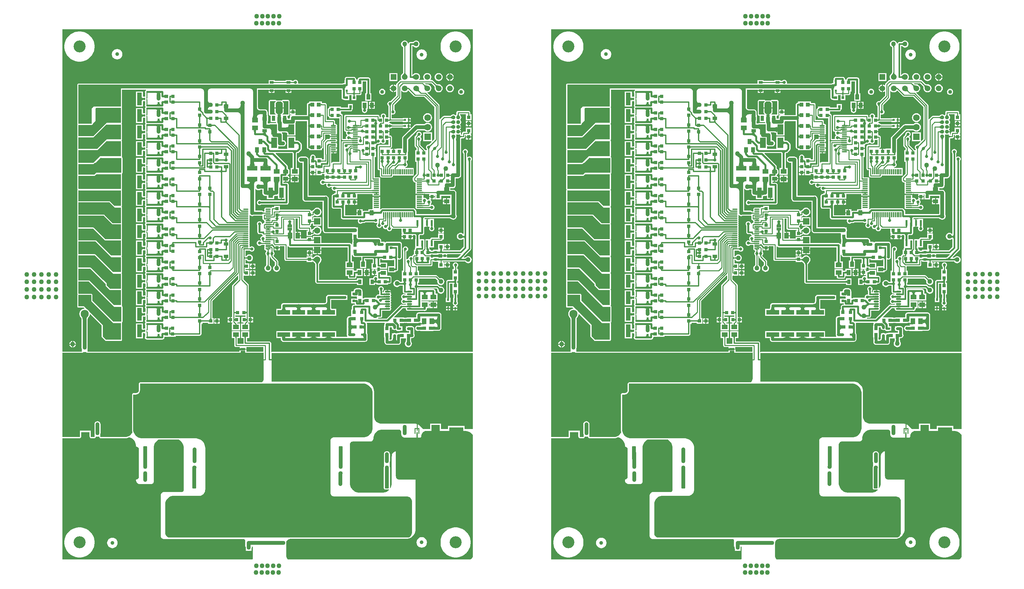
<source format=gtl>
G04*
G04 #@! TF.GenerationSoftware,Altium Limited,Altium Designer,18.0.7 (293)*
G04*
G04 Layer_Physical_Order=1*
G04 Layer_Color=255*
%FSLAX25Y25*%
%MOIN*%
G70*
G01*
G75*
%ADD10R,0.05000X0.03000*%
%ADD11R,0.02362X0.06102*%
%ADD12R,0.02362X0.01968*%
%ADD13R,0.03642X0.03740*%
%ADD14C,0.05000*%
%ADD15R,0.09055X0.09055*%
G04:AMPARAMS|DCode=16|XSize=39.37mil|YSize=137.8mil|CornerRadius=1.97mil|HoleSize=0mil|Usage=FLASHONLY|Rotation=0.000|XOffset=0mil|YOffset=0mil|HoleType=Round|Shape=RoundedRectangle|*
%AMROUNDEDRECTD16*
21,1,0.03937,0.13386,0,0,0.0*
21,1,0.03543,0.13780,0,0,0.0*
1,1,0.00394,0.01772,-0.06693*
1,1,0.00394,-0.01772,-0.06693*
1,1,0.00394,-0.01772,0.06693*
1,1,0.00394,0.01772,0.06693*
%
%ADD16ROUNDEDRECTD16*%
G04:AMPARAMS|DCode=17|XSize=340.55mil|YSize=330.71mil|CornerRadius=1.65mil|HoleSize=0mil|Usage=FLASHONLY|Rotation=0.000|XOffset=0mil|YOffset=0mil|HoleType=Round|Shape=RoundedRectangle|*
%AMROUNDEDRECTD17*
21,1,0.34055,0.32740,0,0,0.0*
21,1,0.33724,0.33071,0,0,0.0*
1,1,0.00331,0.16862,-0.16370*
1,1,0.00331,-0.16862,-0.16370*
1,1,0.00331,-0.16862,0.16370*
1,1,0.00331,0.16862,0.16370*
%
%ADD17ROUNDEDRECTD17*%
%ADD18R,0.02362X0.02362*%
%ADD19R,0.05000X0.06300*%
%ADD20R,0.06300X0.05000*%
G04:AMPARAMS|DCode=21|XSize=55.12mil|YSize=43.31mil|CornerRadius=10.83mil|HoleSize=0mil|Usage=FLASHONLY|Rotation=180.000|XOffset=0mil|YOffset=0mil|HoleType=Round|Shape=RoundedRectangle|*
%AMROUNDEDRECTD21*
21,1,0.05512,0.02165,0,0,180.0*
21,1,0.03347,0.04331,0,0,180.0*
1,1,0.02165,-0.01673,0.01083*
1,1,0.02165,0.01673,0.01083*
1,1,0.02165,0.01673,-0.01083*
1,1,0.02165,-0.01673,-0.01083*
%
%ADD21ROUNDEDRECTD21*%
%ADD22R,0.03150X0.02756*%
%ADD23R,0.05807X0.01181*%
%ADD24R,0.01181X0.05807*%
%ADD25R,0.03937X0.02756*%
%ADD26R,0.03937X0.05512*%
%ADD27R,0.03740X0.03642*%
%ADD28R,0.06299X0.10630*%
%ADD29R,0.05512X0.04331*%
%ADD30R,0.04331X0.05512*%
%ADD31R,0.03602X0.04803*%
%ADD32R,0.05512X0.03937*%
%ADD33O,0.05512X0.01772*%
%ADD34R,0.10630X0.05118*%
%ADD35O,0.05512X0.01181*%
%ADD36R,0.05118X0.10630*%
%ADD37R,0.04803X0.03602*%
G04:AMPARAMS|DCode=38|XSize=74.8mil|YSize=133.86mil|CornerRadius=0mil|HoleSize=0mil|Usage=FLASHONLY|Rotation=180.000|XOffset=0mil|YOffset=0mil|HoleType=Round|Shape=Octagon|*
%AMOCTAGOND38*
4,1,8,0.01870,-0.06693,-0.01870,-0.06693,-0.03740,-0.04823,-0.03740,0.04823,-0.01870,0.06693,0.01870,0.06693,0.03740,0.04823,0.03740,-0.04823,0.01870,-0.06693,0.0*
%
%ADD38OCTAGOND38*%

%ADD39R,0.03543X0.05512*%
%ADD40R,0.03543X0.07087*%
%ADD41R,0.02756X0.03150*%
%ADD42R,0.04400X0.04000*%
%ADD43R,0.02362X0.02362*%
%ADD44R,0.13386X0.05118*%
G04:AMPARAMS|DCode=45|XSize=23.62mil|YSize=13.78mil|CornerRadius=3.93mil|HoleSize=0mil|Usage=FLASHONLY|Rotation=90.000|XOffset=0mil|YOffset=0mil|HoleType=Round|Shape=RoundedRectangle|*
%AMROUNDEDRECTD45*
21,1,0.02362,0.00593,0,0,90.0*
21,1,0.01577,0.01378,0,0,90.0*
1,1,0.00785,0.00296,0.00788*
1,1,0.00785,0.00296,-0.00788*
1,1,0.00785,-0.00296,-0.00788*
1,1,0.00785,-0.00296,0.00788*
%
%ADD45ROUNDEDRECTD45*%
G04:AMPARAMS|DCode=46|XSize=9.84mil|YSize=13.78mil|CornerRadius=3.94mil|HoleSize=0mil|Usage=FLASHONLY|Rotation=90.000|XOffset=0mil|YOffset=0mil|HoleType=Round|Shape=RoundedRectangle|*
%AMROUNDEDRECTD46*
21,1,0.00984,0.00591,0,0,90.0*
21,1,0.00197,0.01378,0,0,90.0*
1,1,0.00787,0.00295,0.00098*
1,1,0.00787,0.00295,-0.00098*
1,1,0.00787,-0.00295,-0.00098*
1,1,0.00787,-0.00295,0.00098*
%
%ADD46ROUNDEDRECTD46*%
%ADD47R,0.05118X0.13386*%
%ADD48R,0.01000X0.02000*%
%ADD49R,0.15000X0.11000*%
%ADD50C,0.03937*%
%ADD51C,0.00984*%
%ADD52C,0.00787*%
%ADD53C,0.02953*%
%ADD54C,0.01968*%
%ADD55C,0.03937*%
%ADD56C,0.01181*%
%ADD57C,0.01000*%
%ADD58C,0.01500*%
%ADD59C,0.01378*%
%ADD60C,0.02362*%
%ADD61C,0.17600*%
%ADD62C,0.06890*%
%ADD63R,0.06890X0.06890*%
G04:AMPARAMS|DCode=64|XSize=650mil|YSize=350mil|CornerRadius=35mil|HoleSize=0mil|Usage=FLASHONLY|Rotation=0.000|XOffset=0mil|YOffset=0mil|HoleType=Round|Shape=RoundedRectangle|*
%AMROUNDEDRECTD64*
21,1,0.65000,0.28000,0,0,0.0*
21,1,0.58000,0.35000,0,0,0.0*
1,1,0.07000,0.29000,-0.14000*
1,1,0.07000,-0.29000,-0.14000*
1,1,0.07000,-0.29000,0.14000*
1,1,0.07000,0.29000,0.14000*
%
%ADD64ROUNDEDRECTD64*%
%ADD65R,0.05984X0.05984*%
%ADD66C,0.05984*%
%ADD67C,0.04016*%
%ADD68C,0.08500*%
%ADD69R,0.08500X0.08500*%
%ADD70R,0.06500X0.06500*%
%ADD71C,0.06500*%
%ADD72C,0.12598*%
%ADD73C,0.04200*%
%ADD74R,0.04200X0.04200*%
%ADD75C,0.02362*%
%ADD76C,0.03150*%
G36*
X865269Y524318D02*
X865302Y523868D01*
X865331Y523685D01*
X865368Y523531D01*
X865413Y523404D01*
X865466Y523306D01*
X865528Y523235D01*
X865597Y523193D01*
X865675Y523179D01*
X862887D01*
X862965Y523193D01*
X863035Y523235D01*
X863096Y523306D01*
X863149Y523404D01*
X863194Y523531D01*
X863231Y523685D01*
X863260Y523868D01*
X863280Y524079D01*
X863297Y524585D01*
X865265D01*
X865269Y524318D01*
D02*
G37*
G36*
X859173Y524642D02*
X859198Y524335D01*
X859238Y524064D01*
X859295Y523829D01*
X859368Y523631D01*
X859457Y523468D01*
X859562Y523342D01*
X859684Y523251D01*
X859821Y523197D01*
X859975Y523179D01*
X856387D01*
X856541Y523197D01*
X856679Y523251D01*
X856800Y523342D01*
X856905Y523468D01*
X856995Y523631D01*
X857067Y523829D01*
X857124Y524064D01*
X857164Y524335D01*
X857189Y524642D01*
X857197Y524985D01*
X859165D01*
X859173Y524642D01*
D02*
G37*
G36*
X353458Y524318D02*
X353491Y523868D01*
X353520Y523685D01*
X353557Y523531D01*
X353602Y523404D01*
X353655Y523306D01*
X353716Y523235D01*
X353786Y523193D01*
X353864Y523179D01*
X351076D01*
X351154Y523193D01*
X351224Y523235D01*
X351285Y523306D01*
X351338Y523404D01*
X351383Y523531D01*
X351420Y523685D01*
X351449Y523868D01*
X351469Y524079D01*
X351486Y524585D01*
X353454D01*
X353458Y524318D01*
D02*
G37*
G36*
X347362Y524642D02*
X347387Y524335D01*
X347427Y524064D01*
X347484Y523829D01*
X347557Y523631D01*
X347646Y523468D01*
X347751Y523342D01*
X347872Y523251D01*
X348010Y523197D01*
X348164Y523179D01*
X344576D01*
X344730Y523197D01*
X344868Y523251D01*
X344989Y523342D01*
X345094Y523468D01*
X345183Y523631D01*
X345256Y523829D01*
X345313Y524064D01*
X345354Y524335D01*
X345378Y524642D01*
X345386Y524985D01*
X347354D01*
X347362Y524642D01*
D02*
G37*
G36*
X851667Y524132D02*
X851756Y522714D01*
X851784Y522616D01*
X851815Y522557D01*
X851850Y522537D01*
X849512D01*
X849547Y522557D01*
X849579Y522616D01*
X849606Y522714D01*
X849630Y522852D01*
X849651Y523029D01*
X849689Y523797D01*
X849697Y524506D01*
X851665D01*
X851667Y524132D01*
D02*
G37*
G36*
X339856D02*
X339945Y522714D01*
X339973Y522616D01*
X340004Y522557D01*
X340039Y522537D01*
X337701D01*
X337736Y522557D01*
X337768Y522616D01*
X337795Y522714D01*
X337819Y522852D01*
X337840Y523029D01*
X337878Y523797D01*
X337886Y524506D01*
X339854D01*
X339856Y524132D01*
D02*
G37*
G36*
X791694Y522322D02*
X791724Y522237D01*
X791775Y522162D01*
X791846Y522097D01*
X791937Y522042D01*
X792048Y521997D01*
X792180Y521962D01*
X792332Y521937D01*
X792504Y521922D01*
X792696Y521917D01*
Y520917D01*
X792504Y520912D01*
X792332Y520897D01*
X792180Y520872D01*
X792048Y520837D01*
X791937Y520792D01*
X791846Y520737D01*
X791775Y520672D01*
X791724Y520597D01*
X791694Y520512D01*
X791684Y520417D01*
Y522417D01*
X791694Y522322D01*
D02*
G37*
G36*
X787795Y520417D02*
X787785Y520512D01*
X787754Y520597D01*
X787704Y520672D01*
X787633Y520737D01*
X787542Y520792D01*
X787431Y520837D01*
X787299Y520872D01*
X787147Y520897D01*
X786975Y520912D01*
X786783Y520917D01*
Y521917D01*
X786975Y521922D01*
X787147Y521937D01*
X787299Y521962D01*
X787431Y521997D01*
X787542Y522042D01*
X787633Y522097D01*
X787704Y522162D01*
X787754Y522237D01*
X787785Y522322D01*
X787795Y522417D01*
Y520417D01*
D02*
G37*
G36*
X773978Y522322D02*
X774008Y522237D01*
X774058Y522162D01*
X774129Y522097D01*
X774220Y522042D01*
X774332Y521997D01*
X774463Y521962D01*
X774615Y521937D01*
X774787Y521922D01*
X774979Y521917D01*
Y520917D01*
X774787Y520912D01*
X774615Y520897D01*
X774463Y520872D01*
X774332Y520837D01*
X774220Y520792D01*
X774129Y520737D01*
X774058Y520672D01*
X774008Y520597D01*
X773978Y520512D01*
X773967Y520417D01*
Y522417D01*
X773978Y522322D01*
D02*
G37*
G36*
X279883D02*
X279913Y522237D01*
X279964Y522162D01*
X280035Y522097D01*
X280126Y522042D01*
X280237Y521997D01*
X280369Y521962D01*
X280521Y521937D01*
X280693Y521922D01*
X280885Y521917D01*
Y520917D01*
X280693Y520912D01*
X280521Y520897D01*
X280369Y520872D01*
X280237Y520837D01*
X280126Y520792D01*
X280035Y520737D01*
X279964Y520672D01*
X279913Y520597D01*
X279883Y520512D01*
X279873Y520417D01*
Y522417D01*
X279883Y522322D01*
D02*
G37*
G36*
X275984Y520417D02*
X275974Y520512D01*
X275943Y520597D01*
X275893Y520672D01*
X275822Y520737D01*
X275731Y520792D01*
X275620Y520837D01*
X275488Y520872D01*
X275336Y520897D01*
X275164Y520912D01*
X274972Y520917D01*
Y521917D01*
X275164Y521922D01*
X275336Y521937D01*
X275488Y521962D01*
X275620Y521997D01*
X275731Y522042D01*
X275822Y522097D01*
X275893Y522162D01*
X275943Y522237D01*
X275974Y522322D01*
X275984Y522417D01*
Y520417D01*
D02*
G37*
G36*
X262166Y522322D02*
X262197Y522237D01*
X262247Y522162D01*
X262318Y522097D01*
X262409Y522042D01*
X262521Y521997D01*
X262652Y521962D01*
X262804Y521937D01*
X262976Y521922D01*
X263168Y521917D01*
Y520917D01*
X262976Y520912D01*
X262804Y520897D01*
X262652Y520872D01*
X262521Y520837D01*
X262409Y520792D01*
X262318Y520737D01*
X262247Y520672D01*
X262197Y520597D01*
X262166Y520512D01*
X262156Y520417D01*
Y522417D01*
X262166Y522322D01*
D02*
G37*
G36*
X795805Y520335D02*
X795680Y520446D01*
X795552Y520545D01*
X795423Y520632D01*
X795293Y520708D01*
X795160Y520772D01*
X795025Y520824D01*
X794888Y520865D01*
X794750Y520894D01*
X794610Y520912D01*
X794467Y520917D01*
X794422Y521917D01*
X794566Y521923D01*
X794707Y521942D01*
X794844Y521973D01*
X794979Y522017D01*
X795109Y522073D01*
X795236Y522141D01*
X795360Y522222D01*
X795480Y522315D01*
X795597Y522420D01*
X795710Y522538D01*
X795805Y520335D01*
D02*
G37*
G36*
X283994D02*
X283869Y520446D01*
X283741Y520545D01*
X283612Y520632D01*
X283482Y520708D01*
X283349Y520772D01*
X283214Y520824D01*
X283077Y520865D01*
X282939Y520894D01*
X282799Y520912D01*
X282656Y520917D01*
X282611Y521917D01*
X282755Y521923D01*
X282896Y521942D01*
X283033Y521973D01*
X283167Y522017D01*
X283298Y522073D01*
X283425Y522141D01*
X283549Y522222D01*
X283669Y522315D01*
X283786Y522420D01*
X283899Y522538D01*
X283994Y520335D01*
D02*
G37*
G36*
X851815Y520183D02*
X851784Y520134D01*
X851756Y520054D01*
X851732Y519941D01*
X851712Y519796D01*
X851682Y519408D01*
X851665Y518585D01*
X849697D01*
X849695Y518892D01*
X849630Y519941D01*
X849606Y520054D01*
X849579Y520134D01*
X849547Y520183D01*
X849512Y520199D01*
X851850D01*
X851815Y520183D01*
D02*
G37*
G36*
X340004D02*
X339973Y520134D01*
X339945Y520054D01*
X339921Y519941D01*
X339901Y519796D01*
X339871Y519408D01*
X339854Y518585D01*
X337886D01*
X337884Y518892D01*
X337819Y519941D01*
X337795Y520054D01*
X337768Y520134D01*
X337736Y520183D01*
X337701Y520199D01*
X340039D01*
X340004Y520183D01*
D02*
G37*
G36*
X865186Y512969D02*
X865101Y512939D01*
X865026Y512889D01*
X864961Y512819D01*
X864906Y512729D01*
X864861Y512619D01*
X864826Y512489D01*
X864801Y512339D01*
X864786Y512169D01*
X864781Y511979D01*
X863781D01*
X863776Y512169D01*
X863761Y512339D01*
X863736Y512489D01*
X863701Y512619D01*
X863656Y512729D01*
X863601Y512819D01*
X863536Y512889D01*
X863461Y512939D01*
X863376Y512969D01*
X863281Y512979D01*
X865281D01*
X865186Y512969D01*
D02*
G37*
G36*
X859086D02*
X859001Y512939D01*
X858926Y512889D01*
X858861Y512819D01*
X858806Y512729D01*
X858761Y512619D01*
X858726Y512489D01*
X858701Y512339D01*
X858686Y512169D01*
X858681Y511979D01*
X857681D01*
X857676Y512169D01*
X857661Y512339D01*
X857636Y512489D01*
X857601Y512619D01*
X857556Y512729D01*
X857501Y512819D01*
X857436Y512889D01*
X857361Y512939D01*
X857276Y512969D01*
X857181Y512979D01*
X859181D01*
X859086Y512969D01*
D02*
G37*
G36*
X353375D02*
X353290Y512939D01*
X353215Y512889D01*
X353150Y512819D01*
X353095Y512729D01*
X353050Y512619D01*
X353015Y512489D01*
X352990Y512339D01*
X352975Y512169D01*
X352970Y511979D01*
X351970D01*
X351965Y512169D01*
X351950Y512339D01*
X351925Y512489D01*
X351890Y512619D01*
X351845Y512729D01*
X351790Y512819D01*
X351725Y512889D01*
X351650Y512939D01*
X351565Y512969D01*
X351470Y512979D01*
X353470D01*
X353375Y512969D01*
D02*
G37*
G36*
X347275D02*
X347190Y512939D01*
X347115Y512889D01*
X347050Y512819D01*
X346995Y512729D01*
X346950Y512619D01*
X346915Y512489D01*
X346890Y512339D01*
X346875Y512169D01*
X346870Y511979D01*
X345870D01*
X345865Y512169D01*
X345850Y512339D01*
X345825Y512489D01*
X345790Y512619D01*
X345745Y512729D01*
X345690Y512819D01*
X345625Y512889D01*
X345550Y512939D01*
X345465Y512969D01*
X345370Y512979D01*
X347370D01*
X347275Y512969D01*
D02*
G37*
G36*
X848796Y515579D02*
X848727Y515395D01*
X848666Y515141D01*
X848612Y514819D01*
X848531Y513969D01*
X848470Y512179D01*
X848465Y511445D01*
X846497D01*
X846493Y512179D01*
X846297Y515141D01*
X846235Y515395D01*
X846166Y515579D01*
X846088Y515696D01*
X848874D01*
X848796Y515579D01*
D02*
G37*
G36*
X336985D02*
X336916Y515395D01*
X336855Y515141D01*
X336801Y514819D01*
X336720Y513969D01*
X336658Y512179D01*
X336654Y511445D01*
X334686D01*
X334682Y512179D01*
X334486Y515141D01*
X334424Y515395D01*
X334355Y515579D01*
X334277Y515696D01*
X337063D01*
X336985Y515579D01*
D02*
G37*
G36*
X752540Y511179D02*
X752501Y511928D01*
X752383Y512597D01*
X752186Y513187D01*
X751910Y513699D01*
X751556Y514132D01*
X751123Y514487D01*
X750611Y514762D01*
X750021Y514959D01*
X749351Y515077D01*
X748603Y515117D01*
X754509Y517085D01*
X756477D01*
X752540Y511179D01*
D02*
G37*
G36*
X709087Y515117D02*
X708339Y515077D01*
X707669Y514959D01*
X707079Y514762D01*
X706567Y514487D01*
X706134Y514132D01*
X705780Y513699D01*
X705504Y513187D01*
X705307Y512597D01*
X705189Y511928D01*
X705150Y511179D01*
X701213D01*
X701173Y511928D01*
X701055Y512597D01*
X700858Y513187D01*
X700583Y513699D01*
X700228Y514132D01*
X699795Y514487D01*
X699284Y514762D01*
X698693Y514959D01*
X698024Y515077D01*
X697276Y515117D01*
X703181Y519054D01*
X709087Y515117D01*
D02*
G37*
G36*
X240729Y511179D02*
X240690Y511928D01*
X240572Y512597D01*
X240375Y513187D01*
X240099Y513699D01*
X239745Y514132D01*
X239312Y514487D01*
X238800Y514762D01*
X238210Y514959D01*
X237540Y515077D01*
X236792Y515117D01*
X242698Y517085D01*
X244666D01*
X240729Y511179D01*
D02*
G37*
G36*
X197276Y515117D02*
X196528Y515077D01*
X195858Y514959D01*
X195268Y514762D01*
X194756Y514487D01*
X194323Y514132D01*
X193968Y513699D01*
X193693Y513187D01*
X193496Y512597D01*
X193378Y511928D01*
X193339Y511179D01*
X189402D01*
X189362Y511928D01*
X189244Y512597D01*
X189047Y513187D01*
X188772Y513699D01*
X188417Y514132D01*
X187984Y514487D01*
X187472Y514762D01*
X186882Y514959D01*
X186213Y515077D01*
X185465Y515117D01*
X191370Y519054D01*
X197276Y515117D01*
D02*
G37*
G36*
X851586Y511540D02*
X851501Y511509D01*
X851426Y511458D01*
X851361Y511388D01*
X851306Y511297D01*
X851261Y511185D01*
X851226Y511054D01*
X851201Y510902D01*
X851186Y510730D01*
X851181Y510538D01*
X850181D01*
X850176Y510730D01*
X850161Y510902D01*
X850136Y511054D01*
X850101Y511185D01*
X850056Y511297D01*
X850001Y511388D01*
X849936Y511458D01*
X849861Y511509D01*
X849776Y511540D01*
X849681Y511550D01*
X851681D01*
X851586Y511540D01*
D02*
G37*
G36*
X339775D02*
X339690Y511509D01*
X339615Y511458D01*
X339550Y511388D01*
X339495Y511297D01*
X339450Y511185D01*
X339415Y511054D01*
X339390Y510902D01*
X339375Y510730D01*
X339370Y510538D01*
X338370D01*
X338365Y510730D01*
X338350Y510902D01*
X338325Y511054D01*
X338290Y511185D01*
X338245Y511297D01*
X338190Y511388D01*
X338125Y511458D01*
X338050Y511509D01*
X337965Y511540D01*
X337870Y511550D01*
X339870D01*
X339775Y511540D01*
D02*
G37*
G36*
X874175Y510422D02*
X874204Y510087D01*
X874253Y509792D01*
X874321Y509536D01*
X874408Y509319D01*
X874515Y509142D01*
X874642Y509004D01*
X874788Y508906D01*
X874953Y508847D01*
X875138Y508827D01*
X871225D01*
X871409Y508847D01*
X871575Y508906D01*
X871721Y509004D01*
X871847Y509142D01*
X871954Y509319D01*
X872041Y509536D01*
X872109Y509792D01*
X872158Y510087D01*
X872187Y510422D01*
X872197Y510796D01*
X874165D01*
X874175Y510422D01*
D02*
G37*
G36*
X362364D02*
X362393Y510087D01*
X362442Y509792D01*
X362510Y509536D01*
X362597Y509319D01*
X362704Y509142D01*
X362831Y509004D01*
X362977Y508906D01*
X363142Y508847D01*
X363327Y508827D01*
X359414D01*
X359598Y508847D01*
X359764Y508906D01*
X359910Y509004D01*
X360036Y509142D01*
X360143Y509319D01*
X360230Y509536D01*
X360298Y509792D01*
X360347Y510087D01*
X360376Y510422D01*
X360386Y510796D01*
X362354D01*
X362364Y510422D01*
D02*
G37*
G36*
X656634Y510401D02*
X656260Y510383D01*
X655925Y510330D01*
X655630Y510242D01*
X655374Y510118D01*
X655158Y509960D01*
X654980Y509765D01*
X654843Y509536D01*
X654744Y509271D01*
X654685Y508971D01*
X654665Y508636D01*
X652697D01*
X652677Y508971D01*
X652618Y509271D01*
X652520Y509536D01*
X652382Y509765D01*
X652205Y509960D01*
X651988Y510118D01*
X651732Y510242D01*
X651437Y510330D01*
X651102Y510383D01*
X650728Y510401D01*
X653681Y512369D01*
X656634Y510401D01*
D02*
G37*
G36*
X144823D02*
X144449Y510383D01*
X144114Y510330D01*
X143819Y510242D01*
X143563Y510118D01*
X143347Y509960D01*
X143169Y509765D01*
X143032Y509536D01*
X142933Y509271D01*
X142874Y508971D01*
X142854Y508636D01*
X140886D01*
X140866Y508971D01*
X140807Y509271D01*
X140709Y509536D01*
X140571Y509765D01*
X140394Y509960D01*
X140177Y510118D01*
X139921Y510242D01*
X139626Y510330D01*
X139291Y510383D01*
X138917Y510401D01*
X141870Y512369D01*
X144823Y510401D01*
D02*
G37*
G36*
X858691Y511095D02*
X858721Y510925D01*
X858771Y510775D01*
X858841Y510645D01*
X858931Y510535D01*
X859041Y510445D01*
X859171Y510375D01*
X859321Y510325D01*
X859491Y510295D01*
X859681Y510285D01*
Y509285D01*
X859491Y509275D01*
X859321Y509245D01*
X859171Y509195D01*
X859041Y509125D01*
X858931Y509035D01*
X858841Y508925D01*
X858771Y508795D01*
X858721Y508645D01*
X858691Y508475D01*
X858681Y508285D01*
X857681D01*
X857671Y508475D01*
X857641Y508645D01*
X857591Y508795D01*
X857521Y508925D01*
X857431Y509035D01*
X857321Y509125D01*
X857191Y509195D01*
X857041Y509245D01*
X856871Y509275D01*
X856681Y509285D01*
Y510285D01*
X856871Y510295D01*
X857041Y510325D01*
X857191Y510375D01*
X857321Y510445D01*
X857431Y510535D01*
X857521Y510645D01*
X857591Y510775D01*
X857641Y510925D01*
X857671Y511095D01*
X857681Y511285D01*
X858681D01*
X858691Y511095D01*
D02*
G37*
G36*
X346880D02*
X346910Y510925D01*
X346960Y510775D01*
X347030Y510645D01*
X347120Y510535D01*
X347230Y510445D01*
X347360Y510375D01*
X347510Y510325D01*
X347680Y510295D01*
X347870Y510285D01*
Y509285D01*
X347680Y509275D01*
X347510Y509245D01*
X347360Y509195D01*
X347230Y509125D01*
X347120Y509035D01*
X347030Y508925D01*
X346960Y508795D01*
X346910Y508645D01*
X346880Y508475D01*
X346870Y508285D01*
X345870D01*
X345860Y508475D01*
X345830Y508645D01*
X345780Y508795D01*
X345710Y508925D01*
X345620Y509035D01*
X345510Y509125D01*
X345380Y509195D01*
X345230Y509245D01*
X345060Y509275D01*
X344870Y509285D01*
Y510285D01*
X345060Y510295D01*
X345230Y510325D01*
X345380Y510375D01*
X345510Y510445D01*
X345620Y510535D01*
X345710Y510645D01*
X345780Y510775D01*
X345830Y510925D01*
X345860Y511095D01*
X345870Y511285D01*
X346870D01*
X346880Y511095D01*
D02*
G37*
G36*
X858686Y507855D02*
X858701Y507685D01*
X858726Y507535D01*
X858761Y507405D01*
X858806Y507295D01*
X858861Y507205D01*
X858926Y507135D01*
X859001Y507085D01*
X859086Y507055D01*
X859181Y507045D01*
X857181D01*
X857276Y507055D01*
X857361Y507085D01*
X857436Y507135D01*
X857501Y507205D01*
X857556Y507295D01*
X857601Y507405D01*
X857636Y507535D01*
X857661Y507685D01*
X857676Y507855D01*
X857681Y508045D01*
X858681D01*
X858686Y507855D01*
D02*
G37*
G36*
X346875D02*
X346890Y507685D01*
X346915Y507535D01*
X346950Y507405D01*
X346995Y507295D01*
X347050Y507205D01*
X347115Y507135D01*
X347190Y507085D01*
X347275Y507055D01*
X347370Y507045D01*
X345370D01*
X345465Y507055D01*
X345550Y507085D01*
X345625Y507135D01*
X345690Y507205D01*
X345745Y507295D01*
X345790Y507405D01*
X345825Y507535D01*
X345850Y507685D01*
X345865Y507855D01*
X345870Y508045D01*
X346870D01*
X346875Y507855D01*
D02*
G37*
G36*
X666683Y505708D02*
X666671Y505819D01*
X666636Y505919D01*
X666576Y506007D01*
X666493Y506083D01*
X666386Y506148D01*
X666255Y506201D01*
X666100Y506242D01*
X665922Y506271D01*
X665720Y506288D01*
X665494Y506294D01*
Y507476D01*
X665720Y507481D01*
X665922Y507499D01*
X666100Y507528D01*
X666255Y507569D01*
X666386Y507622D01*
X666493Y507687D01*
X666576Y507763D01*
X666636Y507851D01*
X666671Y507951D01*
X666683Y508062D01*
Y505708D01*
D02*
G37*
G36*
X154872D02*
X154860Y505819D01*
X154824Y505919D01*
X154765Y506007D01*
X154682Y506083D01*
X154575Y506148D01*
X154444Y506201D01*
X154289Y506242D01*
X154111Y506271D01*
X153909Y506288D01*
X153683Y506294D01*
Y507476D01*
X153909Y507481D01*
X154111Y507499D01*
X154289Y507528D01*
X154444Y507569D01*
X154575Y507622D01*
X154682Y507687D01*
X154765Y507763D01*
X154824Y507851D01*
X154860Y507951D01*
X154872Y508062D01*
Y505708D01*
D02*
G37*
G36*
X660175Y505076D02*
X660155Y505233D01*
X660096Y505373D01*
X659998Y505497D01*
X659860Y505604D01*
X659683Y505694D01*
X659466Y505769D01*
X659210Y505827D01*
X658915Y505868D01*
X658580Y505892D01*
X658207Y505901D01*
Y507869D01*
X658580Y507877D01*
X659210Y507943D01*
X659466Y508001D01*
X659683Y508075D01*
X659860Y508166D01*
X659998Y508273D01*
X660096Y508397D01*
X660155Y508537D01*
X660175Y508694D01*
Y505076D01*
D02*
G37*
G36*
X148364D02*
X148344Y505233D01*
X148285Y505373D01*
X148187Y505497D01*
X148049Y505604D01*
X147872Y505694D01*
X147655Y505769D01*
X147399Y505827D01*
X147104Y505868D01*
X146769Y505892D01*
X146396Y505901D01*
Y507869D01*
X146769Y507877D01*
X147399Y507943D01*
X147655Y508001D01*
X147872Y508075D01*
X148049Y508166D01*
X148187Y508273D01*
X148285Y508397D01*
X148344Y508537D01*
X148364Y508694D01*
Y505076D01*
D02*
G37*
G36*
X849375Y503919D02*
X849356Y504029D01*
X849299Y504127D01*
X849205Y504214D01*
X849072Y504289D01*
X848901Y504353D01*
X848693Y504405D01*
X848447Y504446D01*
X848163Y504474D01*
X847481Y504498D01*
Y506466D01*
X847841Y506472D01*
X848447Y506518D01*
X848693Y506559D01*
X848901Y506611D01*
X849072Y506674D01*
X849205Y506750D01*
X849299Y506836D01*
X849356Y506935D01*
X849375Y507045D01*
Y503919D01*
D02*
G37*
G36*
X337564D02*
X337545Y504029D01*
X337488Y504127D01*
X337394Y504214D01*
X337261Y504289D01*
X337090Y504353D01*
X336882Y504405D01*
X336636Y504446D01*
X336352Y504474D01*
X335670Y504498D01*
Y506466D01*
X336030Y506472D01*
X336636Y506518D01*
X336882Y506559D01*
X337090Y506611D01*
X337261Y506674D01*
X337394Y506750D01*
X337488Y506836D01*
X337545Y506935D01*
X337564Y507045D01*
Y503919D01*
D02*
G37*
G36*
X636150Y505866D02*
X636210Y505699D01*
X636309Y505551D01*
X636447Y505423D01*
X636625Y505315D01*
X636843Y505227D01*
X637101Y505158D01*
X637362Y505115D01*
X638293Y505173D01*
X638391Y505201D01*
X638457Y505232D01*
Y502938D01*
X638391Y502969D01*
X638293Y502996D01*
X638161Y503021D01*
X637996Y503042D01*
X637522Y503072D01*
X637398Y503061D01*
X637101Y503012D01*
X636843Y502943D01*
X636625Y502855D01*
X636447Y502746D01*
X636309Y502618D01*
X636210Y502471D01*
X636150Y502304D01*
X636130Y502116D01*
Y506053D01*
X636150Y505866D01*
D02*
G37*
G36*
X124339D02*
X124399Y505699D01*
X124498Y505551D01*
X124636Y505423D01*
X124814Y505315D01*
X125032Y505227D01*
X125290Y505158D01*
X125551Y505115D01*
X126482Y505173D01*
X126580Y505201D01*
X126646Y505232D01*
Y502938D01*
X126580Y502969D01*
X126482Y502996D01*
X126350Y503021D01*
X126185Y503042D01*
X125710Y503072D01*
X125587Y503061D01*
X125290Y503012D01*
X125032Y502943D01*
X124814Y502855D01*
X124636Y502746D01*
X124498Y502618D01*
X124399Y502471D01*
X124339Y502304D01*
X124319Y502116D01*
Y506053D01*
X124339Y505866D01*
D02*
G37*
G36*
X982538Y238989D02*
X772581Y238989D01*
X772581Y238989D01*
X772493Y238989D01*
X772463Y238983D01*
X772432Y238988D01*
X772256Y238979D01*
X772227Y238971D01*
X772196Y238974D01*
X772021Y238957D01*
X771991Y238948D01*
X771960Y238949D01*
X771547Y239240D01*
X771493Y239339D01*
X771488Y239355D01*
Y247985D01*
X771350Y248676D01*
X770958Y249262D01*
X770372Y249654D01*
X769681Y249791D01*
X746187D01*
Y253504D01*
X748712D01*
Y260866D01*
X740050D01*
Y253504D01*
X742575D01*
Y247985D01*
X742594Y247886D01*
X742277Y247499D01*
X736344D01*
Y253504D01*
X738961D01*
Y260866D01*
X730298D01*
Y253504D01*
X732915D01*
Y245785D01*
X733046Y245129D01*
X733418Y244573D01*
X733974Y244201D01*
X734630Y244071D01*
X738581D01*
Y242724D01*
X738884Y242750D01*
X739101Y242795D01*
X739278Y242851D01*
X739416Y242916D01*
X739514Y242992D01*
X739573Y243077D01*
X739593Y243173D01*
Y242185D01*
X742081D01*
X745581D01*
Y244071D01*
X763467D01*
Y239289D01*
X745762D01*
Y241366D01*
X745581D01*
Y241366D01*
X742081D01*
X739593D01*
Y240197D01*
X739573Y240293D01*
X739514Y240378D01*
X739416Y240454D01*
X739278Y240519D01*
X739101Y240575D01*
X738884Y240620D01*
X738629Y240655D01*
X738400Y240670D01*
Y239289D01*
X579183D01*
Y240034D01*
X579183Y240140D01*
Y240534D01*
X579183Y240640D01*
Y242602D01*
X579250Y242763D01*
X579358Y243585D01*
Y272679D01*
X579363Y272903D01*
X579389Y273260D01*
X579430Y273583D01*
X579485Y273872D01*
X579553Y274127D01*
X579631Y274348D01*
X579716Y274536D01*
X579807Y274694D01*
X579901Y274825D01*
X579945Y274873D01*
X580055Y274957D01*
X580925Y276092D01*
X581472Y277413D01*
X581597Y278359D01*
X582125Y278538D01*
X593977Y266686D01*
Y255185D01*
X593977Y255185D01*
X594068Y254724D01*
X594330Y254333D01*
X594330Y254333D01*
X597830Y250834D01*
X598220Y250572D01*
X598681Y250481D01*
X598681Y250481D01*
X614181D01*
X614642Y250572D01*
X615033Y250834D01*
X615294Y251224D01*
X615385Y251685D01*
Y269185D01*
X615294Y269646D01*
X615281Y269665D01*
X615533Y269833D01*
X615794Y270224D01*
X615885Y270685D01*
Y286185D01*
X615794Y286646D01*
X615533Y287037D01*
X615142Y287298D01*
X615294Y287724D01*
X615385Y288185D01*
Y303685D01*
X615294Y304146D01*
X615100Y304435D01*
X615294Y304724D01*
X615385Y305185D01*
Y320685D01*
X615294Y321146D01*
X615033Y321537D01*
Y321833D01*
X615294Y322224D01*
X615385Y322685D01*
Y338185D01*
X615294Y338646D01*
X615033Y339037D01*
Y339334D01*
X615294Y339724D01*
X615385Y340185D01*
Y355685D01*
X615294Y356146D01*
X615100Y356435D01*
X615294Y356724D01*
X615385Y357185D01*
Y372685D01*
X615294Y373146D01*
X615199Y373287D01*
X615294Y373428D01*
X615385Y373889D01*
Y390185D01*
X615294Y390646D01*
X615033Y391037D01*
Y391334D01*
X615294Y391724D01*
X615385Y392185D01*
Y408185D01*
X615294Y408646D01*
X615100Y408935D01*
X615294Y409224D01*
X615385Y409685D01*
Y425185D01*
X615294Y425646D01*
X615281Y425665D01*
X615533Y425834D01*
X615794Y426224D01*
X615885Y426685D01*
Y442185D01*
X615794Y442646D01*
X615533Y443037D01*
X615142Y443298D01*
X615294Y443724D01*
X615385Y444185D01*
Y459685D01*
X615294Y460146D01*
X615033Y460537D01*
Y460834D01*
X615294Y461224D01*
X615385Y461685D01*
Y477185D01*
X615294Y477646D01*
X615033Y478037D01*
Y478334D01*
X615294Y478724D01*
X615385Y479185D01*
Y494981D01*
X615294Y495442D01*
X615199Y495583D01*
X615294Y495724D01*
X615385Y496185D01*
Y513908D01*
X640518D01*
X640712Y513445D01*
X640705Y513408D01*
X640014Y512946D01*
X639535Y512230D01*
X639367Y511385D01*
X639535Y510540D01*
X639755Y510212D01*
Y506761D01*
X639368Y506444D01*
X639198Y506478D01*
X638605D01*
X638029Y506363D01*
X637836Y506351D01*
X637335Y506796D01*
Y511959D01*
X629855D01*
Y496211D01*
X637335D01*
Y501450D01*
X637828Y501846D01*
X637881Y501843D01*
X637964Y501832D01*
X637991Y501814D01*
X638605Y501692D01*
X639198D01*
X639368Y501726D01*
X639755Y501409D01*
Y498398D01*
X639535Y498070D01*
X639367Y497225D01*
X639535Y496380D01*
X640014Y495664D01*
Y495582D01*
X639535Y494866D01*
X639367Y494021D01*
X639535Y493176D01*
X639755Y492847D01*
Y489397D01*
X639368Y489080D01*
X639198Y489114D01*
X638605D01*
X638029Y488999D01*
X637836Y488987D01*
X637335Y489432D01*
Y494595D01*
X629855D01*
Y478847D01*
X637335D01*
Y484086D01*
X637828Y484482D01*
X637882Y484478D01*
X637964Y484468D01*
X637991Y484450D01*
X638605Y484328D01*
X639198D01*
X639368Y484362D01*
X639755Y484044D01*
Y481034D01*
X639535Y480706D01*
X639367Y479861D01*
X639535Y479016D01*
X640014Y478300D01*
Y478218D01*
X639535Y477501D01*
X639367Y476656D01*
X639535Y475812D01*
X639755Y475483D01*
Y472033D01*
X639368Y471716D01*
X639198Y471749D01*
X638605D01*
X638029Y471635D01*
X637836Y471623D01*
X637335Y472068D01*
Y477230D01*
X629855D01*
Y461482D01*
X637335D01*
Y466722D01*
X637828Y467118D01*
X637882Y467114D01*
X637964Y467103D01*
X637991Y467086D01*
X638605Y466963D01*
X639198D01*
X639368Y466997D01*
X639755Y466680D01*
Y463670D01*
X639535Y463341D01*
X639367Y462497D01*
X639535Y461652D01*
X640014Y460935D01*
Y460853D01*
X639535Y460137D01*
X639367Y459292D01*
X639535Y458447D01*
X639755Y458119D01*
Y454669D01*
X639368Y454351D01*
X639198Y454385D01*
X638605D01*
X638029Y454270D01*
X637836Y454258D01*
X637335Y454703D01*
Y459866D01*
X629855D01*
Y444118D01*
X637335D01*
Y449358D01*
X637828Y449753D01*
X637882Y449750D01*
X637964Y449739D01*
X637991Y449721D01*
X638605Y449599D01*
X639198D01*
X639368Y449633D01*
X639755Y449316D01*
Y446306D01*
X639535Y445977D01*
X639367Y445132D01*
X639535Y444287D01*
X639774Y443930D01*
X639991Y443530D01*
X639774Y443130D01*
X639535Y442773D01*
X639367Y441928D01*
X639535Y441083D01*
X639755Y440755D01*
Y437304D01*
X639368Y436987D01*
X639198Y437021D01*
X638605D01*
X638029Y436906D01*
X637836Y436894D01*
X637335Y437339D01*
Y442502D01*
X629855D01*
Y426754D01*
X637335D01*
Y431993D01*
X637828Y432389D01*
X637882Y432386D01*
X637964Y432375D01*
X637991Y432357D01*
X638605Y432235D01*
X639198D01*
X639368Y432269D01*
X639755Y431952D01*
Y428941D01*
X639535Y428613D01*
X639367Y427768D01*
X639535Y426923D01*
X640014Y426207D01*
Y426125D01*
X639535Y425409D01*
X639367Y424564D01*
X639535Y423719D01*
X639755Y423390D01*
Y419940D01*
X639368Y419623D01*
X639198Y419657D01*
X638605D01*
X638029Y419542D01*
X637836Y419530D01*
X637335Y419975D01*
Y425138D01*
X629855D01*
Y409389D01*
X637335D01*
Y414629D01*
X637828Y415025D01*
X637882Y415021D01*
X637964Y415011D01*
X637991Y414993D01*
X638605Y414871D01*
X639198D01*
X639368Y414904D01*
X639755Y414587D01*
Y411577D01*
X639535Y411248D01*
X639367Y410404D01*
X639535Y409559D01*
X640014Y408843D01*
Y408760D01*
X639535Y408044D01*
X639367Y407199D01*
X639535Y406355D01*
X639755Y406026D01*
Y402576D01*
X639368Y402258D01*
X639198Y402292D01*
X638605D01*
X638029Y402178D01*
X637836Y402165D01*
X637335Y402611D01*
Y407773D01*
X629855D01*
Y392025D01*
X637335D01*
Y397265D01*
X637828Y397660D01*
X637882Y397657D01*
X637964Y397646D01*
X637991Y397628D01*
X638605Y397506D01*
X639198D01*
X639368Y397540D01*
X639755Y397223D01*
Y394213D01*
X639535Y393884D01*
X639367Y393039D01*
X639535Y392195D01*
X640014Y391478D01*
Y391396D01*
X639535Y390680D01*
X639367Y389835D01*
X639535Y388990D01*
X639755Y388662D01*
Y385211D01*
X639368Y384894D01*
X639198Y384928D01*
X638605D01*
X638029Y384813D01*
X637836Y384801D01*
X637335Y385246D01*
Y390409D01*
X629855D01*
Y374661D01*
X637335D01*
Y379901D01*
X637828Y380296D01*
X637882Y380293D01*
X637964Y380282D01*
X637991Y380264D01*
X638605Y380142D01*
X639198D01*
X639368Y380176D01*
X639755Y379859D01*
Y376849D01*
X639535Y376520D01*
X639367Y375675D01*
X639535Y374830D01*
X640014Y374114D01*
Y374032D01*
X639535Y373316D01*
X639367Y372471D01*
X639535Y371626D01*
X639869Y371127D01*
Y367940D01*
X639369Y367530D01*
X639198Y367564D01*
X638605D01*
X638029Y367449D01*
X637836Y367437D01*
X637335Y367882D01*
Y373045D01*
X629855D01*
Y357297D01*
X637335D01*
Y362536D01*
X637828Y362932D01*
X637882Y362929D01*
X637964Y362918D01*
X637991Y362900D01*
X638605Y362778D01*
X639198D01*
X639369Y362812D01*
X639869Y362401D01*
Y359655D01*
X639535Y359156D01*
X639367Y358311D01*
X639535Y357466D01*
X640014Y356750D01*
Y356668D01*
X639535Y355951D01*
X639367Y355106D01*
X639535Y354262D01*
X639869Y353762D01*
Y350576D01*
X639369Y350166D01*
X639198Y350200D01*
X638605D01*
X638029Y350085D01*
X637836Y350073D01*
X637335Y350518D01*
Y355680D01*
X629855D01*
Y339932D01*
X637335D01*
Y345172D01*
X637828Y345568D01*
X637882Y345564D01*
X637964Y345554D01*
X637991Y345536D01*
X638605Y345413D01*
X639198D01*
X639369Y345447D01*
X639869Y345037D01*
Y342291D01*
X639535Y341791D01*
X639367Y340947D01*
X639535Y340102D01*
X640014Y339385D01*
Y339303D01*
X639535Y338587D01*
X639367Y337742D01*
X639535Y336897D01*
X639869Y336398D01*
Y333211D01*
X639369Y332801D01*
X639198Y332835D01*
X638605D01*
X638029Y332720D01*
X637836Y332708D01*
X637335Y333153D01*
Y338316D01*
X629855D01*
Y322568D01*
X637335D01*
Y327808D01*
X637828Y328203D01*
X637882Y328200D01*
X637964Y328189D01*
X637991Y328171D01*
X638605Y328049D01*
X639198D01*
X639369Y328083D01*
X639869Y327673D01*
Y324927D01*
X639535Y324427D01*
X639367Y323582D01*
X639535Y322737D01*
X640014Y322021D01*
Y321939D01*
X639535Y321223D01*
X639367Y320378D01*
X639535Y319533D01*
X639869Y319034D01*
Y315847D01*
X639369Y315437D01*
X639198Y315471D01*
X638605D01*
X638029Y315356D01*
X637836Y315344D01*
X637335Y315789D01*
Y320952D01*
X629855D01*
Y305204D01*
X637335D01*
Y310443D01*
X637828Y310839D01*
X637882Y310836D01*
X637964Y310825D01*
X637991Y310807D01*
X638605Y310685D01*
X639198D01*
X639369Y310719D01*
X639869Y310309D01*
Y307562D01*
X639535Y307063D01*
X639367Y306218D01*
X639535Y305373D01*
X639813Y304957D01*
X640014Y304657D01*
X639852Y304183D01*
X639635Y303859D01*
X639467Y303014D01*
X639635Y302169D01*
X639969Y301669D01*
Y298483D01*
X639469Y298073D01*
X639298Y298107D01*
X638705D01*
X638129Y297992D01*
X637836Y297973D01*
X637335Y298407D01*
Y303588D01*
X629855D01*
Y287840D01*
X637335D01*
Y293101D01*
X637825Y293481D01*
X637982Y293471D01*
X638064Y293461D01*
X638091Y293443D01*
X638705Y293321D01*
X639298D01*
X639469Y293355D01*
X639969Y292944D01*
Y290198D01*
X639635Y289699D01*
X639467Y288854D01*
X639635Y288009D01*
X640114Y287293D01*
Y287210D01*
X639635Y286494D01*
X639467Y285649D01*
X639635Y284805D01*
X639855Y284476D01*
Y281026D01*
X639468Y280709D01*
X639298Y280742D01*
X638705D01*
X638129Y280628D01*
X637836Y280609D01*
X637335Y281043D01*
Y286223D01*
X629855D01*
Y270475D01*
X637335D01*
Y275737D01*
X637825Y276117D01*
X637982Y276107D01*
X638064Y276097D01*
X638091Y276078D01*
X638705Y275956D01*
X639298D01*
X639468Y275990D01*
X639855Y275673D01*
Y272663D01*
X639635Y272334D01*
X639467Y271489D01*
X639635Y270644D01*
X640090Y269964D01*
X639914Y269846D01*
X639435Y269130D01*
X639267Y268285D01*
X639435Y267440D01*
X639769Y266941D01*
Y263754D01*
X639269Y263344D01*
X639098Y263378D01*
X638505D01*
X637929Y263263D01*
X637836Y263258D01*
X637335Y263715D01*
Y268859D01*
X629855D01*
Y253111D01*
X637335D01*
Y258332D01*
X637755Y258719D01*
X637832Y258736D01*
X637864Y258732D01*
X637891Y258714D01*
X638505Y258592D01*
X639098D01*
X639269Y258626D01*
X639769Y258216D01*
Y255469D01*
X639435Y254970D01*
X639267Y254125D01*
X639435Y253280D01*
X639914Y252564D01*
X640630Y252085D01*
X641475Y251917D01*
X657481D01*
X658326Y252085D01*
X659042Y252564D01*
X659521Y253280D01*
X659689Y254125D01*
Y254448D01*
X660075Y254772D01*
X660131Y254783D01*
X660201D01*
X660225Y254781D01*
X660230Y254783D01*
X664984D01*
X664984Y254783D01*
X665378D01*
Y254783D01*
X665484Y254783D01*
X671480D01*
Y255979D01*
X696681D01*
X697372Y256116D01*
X697958Y256508D01*
X698350Y257094D01*
X698488Y257785D01*
Y268286D01*
X699683D01*
Y269579D01*
X705135D01*
Y268383D01*
X711238D01*
Y274387D01*
X709901D01*
Y292381D01*
X736605Y319085D01*
X737067Y318894D01*
Y315295D01*
X731169Y309397D01*
X730798Y308841D01*
X730667Y308185D01*
Y280185D01*
Y275506D01*
X729433D01*
Y272685D01*
Y269864D01*
X730771D01*
X730798Y269729D01*
X731040Y269366D01*
X730797Y268866D01*
X730298D01*
Y261504D01*
X738961D01*
Y268866D01*
X736289D01*
X736046Y269235D01*
X736261Y269683D01*
X738480D01*
Y275687D01*
X734095D01*
Y277183D01*
X739484D01*
Y277183D01*
X739878D01*
Y277183D01*
X744567D01*
Y275687D01*
X740182D01*
Y269683D01*
X742246D01*
X742537Y269266D01*
X742349Y268866D01*
X740050D01*
Y261504D01*
X748712D01*
Y268866D01*
X747439D01*
X747248Y269328D01*
X747493Y269573D01*
X747688Y269864D01*
X749229D01*
Y272685D01*
Y275506D01*
X747995D01*
Y280185D01*
Y308885D01*
X747865Y309541D01*
X747493Y310097D01*
X742495Y315095D01*
Y318260D01*
X742681Y318683D01*
X748783D01*
Y324687D01*
X744695D01*
Y325683D01*
X748783D01*
Y331687D01*
X744695D01*
Y335771D01*
X745407D01*
X745466Y335629D01*
X746056Y334860D01*
X746825Y334270D01*
X747720Y333899D01*
X748681Y333772D01*
X749642Y333899D01*
X750538Y334270D01*
X751306Y334860D01*
X751897Y335629D01*
X752268Y336524D01*
X752394Y337485D01*
X752268Y338446D01*
X751897Y339341D01*
X751306Y340110D01*
X750538Y340701D01*
X749642Y341071D01*
X748681Y341198D01*
X747720Y341071D01*
X746825Y340701D01*
X746056Y340110D01*
X745466Y339341D01*
X745407Y339199D01*
X744695D01*
Y345209D01*
X747232D01*
X747529Y345269D01*
X748318Y345302D01*
X748886D01*
X748900Y345299D01*
X748923Y345291D01*
X748948Y345280D01*
X748976Y345264D01*
X749008Y345241D01*
X749047Y345210D01*
X749092Y345166D01*
X749169Y345079D01*
X749226Y345037D01*
X749316Y344919D01*
X749891Y344478D01*
X750562Y344200D01*
X751281Y344105D01*
X752001Y344200D01*
X752671Y344478D01*
X753247Y344919D01*
X753688Y345495D01*
X753966Y346166D01*
X754061Y346885D01*
X753966Y347604D01*
X753688Y348275D01*
X753247Y348851D01*
X752671Y349292D01*
X752001Y349570D01*
X751281Y349665D01*
X750562Y349570D01*
X749891Y349292D01*
X749597Y349066D01*
X749518Y349024D01*
X749413Y349037D01*
X749096Y349147D01*
X749043Y349188D01*
X748986Y349255D01*
X748984Y349256D01*
X748901Y349675D01*
X748705Y349969D01*
X748901Y350261D01*
X749039Y350953D01*
X748901Y351644D01*
X748705Y351937D01*
X748901Y352230D01*
X749039Y352921D01*
X748901Y353612D01*
X748705Y353906D01*
X748901Y354199D01*
X749039Y354890D01*
X748901Y355581D01*
X748705Y355874D01*
X748901Y356167D01*
X749039Y356858D01*
X748901Y357550D01*
X748705Y357842D01*
X748901Y358136D01*
X749039Y358827D01*
X748901Y359518D01*
X748705Y359811D01*
X748901Y360104D01*
X749039Y360795D01*
X748901Y361487D01*
X748705Y361779D01*
X748901Y362072D01*
X749039Y362764D01*
X748901Y363455D01*
X748705Y363748D01*
X748901Y364041D01*
X749039Y364732D01*
X748901Y365423D01*
X748705Y365717D01*
X748901Y366009D01*
X749039Y366701D01*
X748901Y367392D01*
X748705Y367685D01*
X748901Y367978D01*
X749039Y368669D01*
X748901Y369361D01*
X748705Y369654D01*
X748901Y369947D01*
X749039Y370638D01*
X748901Y371329D01*
X748705Y371622D01*
X748901Y371915D01*
X749039Y372606D01*
X748901Y373298D01*
X748705Y373591D01*
X748901Y373884D01*
X749039Y374575D01*
X748901Y375266D01*
X748705Y375559D01*
X748901Y375852D01*
X749039Y376543D01*
X748901Y377235D01*
X748705Y377528D01*
X748901Y377821D01*
X749039Y378512D01*
X748901Y379203D01*
X748705Y379496D01*
X748901Y379789D01*
X749039Y380480D01*
X748901Y381172D01*
X748705Y381465D01*
X748901Y381758D01*
X748947Y381986D01*
X749255Y382103D01*
X749485Y382132D01*
X750093Y381666D01*
X750859Y381349D01*
X751681Y381241D01*
X752503Y381349D01*
X753269Y381666D01*
X753362Y381737D01*
X761181D01*
X761875Y381828D01*
X762051Y381901D01*
X762467Y381624D01*
Y378602D01*
X762598Y377946D01*
X762969Y377390D01*
X763525Y377019D01*
X763894Y376945D01*
X764324Y376543D01*
X764461Y375852D01*
X764657Y375559D01*
X764461Y375266D01*
X764324Y374575D01*
X763876Y374260D01*
X763525Y374190D01*
X762969Y373818D01*
X762598Y373262D01*
X762552Y373035D01*
X762061Y373085D01*
X761966Y373804D01*
X761688Y374475D01*
X761247Y375051D01*
X760671Y375492D01*
X760001Y375770D01*
X759281Y375865D01*
X758562Y375770D01*
X757891Y375492D01*
X757316Y375051D01*
X756874Y374475D01*
X756596Y373804D01*
X756501Y373085D01*
X756596Y372366D01*
X756874Y371695D01*
X757066Y371444D01*
X757073Y371335D01*
Y364585D01*
X757241Y363740D01*
X757720Y363024D01*
X758436Y362545D01*
X759281Y362377D01*
X760126Y362545D01*
X760232Y362616D01*
X761596D01*
X761698Y362108D01*
X762069Y361552D01*
X762625Y361180D01*
X762761Y361153D01*
X762744Y360647D01*
X762162Y360570D01*
X761491Y360292D01*
X760916Y359851D01*
X760474Y359275D01*
X760196Y358605D01*
X760101Y357885D01*
X760196Y357166D01*
X760474Y356495D01*
X760886Y355958D01*
X760916Y355888D01*
X760899Y355770D01*
X760830Y355690D01*
X760422Y355474D01*
X760382Y355471D01*
X759901Y355670D01*
X759181Y355765D01*
X758462Y355670D01*
X757791Y355392D01*
X757216Y354951D01*
X756774Y354375D01*
X756496Y353705D01*
X756401Y352985D01*
X756496Y352266D01*
X756774Y351595D01*
X757216Y351020D01*
X757791Y350578D01*
X758462Y350300D01*
X759181Y350205D01*
X759901Y350300D01*
X760571Y350578D01*
X760975Y350888D01*
X761059Y350937D01*
X761156Y351023D01*
X761222Y351074D01*
X761282Y351115D01*
X761337Y351147D01*
X761386Y351171D01*
X761431Y351188D01*
X761473Y351201D01*
X761504Y351207D01*
X764299D01*
X764508Y350953D01*
X764632Y350332D01*
X764766Y350132D01*
X764461Y349675D01*
X764324Y348984D01*
X764461Y348293D01*
X764657Y348000D01*
X764461Y347707D01*
X764324Y347016D01*
X764461Y346324D01*
X764853Y345739D01*
X765439Y345347D01*
X766130Y345209D01*
X766467D01*
Y344535D01*
X766462Y344509D01*
X766450Y344474D01*
X766435Y344435D01*
X766413Y344393D01*
X766384Y344345D01*
X766346Y344292D01*
X766296Y344234D01*
X766220Y344154D01*
X766216Y344151D01*
X766211Y344145D01*
X766209Y344143D01*
X766208Y344140D01*
X765774Y343575D01*
X765496Y342904D01*
X765401Y342185D01*
X765496Y341466D01*
X765774Y340795D01*
X766208Y340230D01*
X766209Y340227D01*
X766211Y340225D01*
X766216Y340219D01*
X766220Y340216D01*
X766296Y340137D01*
X766346Y340078D01*
X766384Y340025D01*
X766413Y339977D01*
X766435Y339935D01*
X766450Y339896D01*
X766462Y339861D01*
X766467Y339835D01*
Y329960D01*
X766325Y329901D01*
X765556Y329310D01*
X764966Y328541D01*
X764595Y327646D01*
X764468Y326685D01*
X764595Y325724D01*
X764966Y324829D01*
X765556Y324060D01*
X766325Y323470D01*
X767220Y323099D01*
X768181Y322972D01*
X769142Y323099D01*
X770038Y323470D01*
X770807Y324060D01*
X771397Y324829D01*
X771768Y325724D01*
X771894Y326685D01*
X771768Y327646D01*
X771397Y328541D01*
X770807Y329310D01*
X770038Y329901D01*
X769895Y329960D01*
Y339458D01*
X770025Y339579D01*
X770038Y339587D01*
X770326Y339587D01*
X770335Y339581D01*
X770467Y339458D01*
Y338685D01*
X770598Y338029D01*
X770969Y337473D01*
X775467Y332975D01*
Y329960D01*
X775325Y329901D01*
X774556Y329310D01*
X773966Y328541D01*
X773595Y327646D01*
X773468Y326685D01*
X773595Y325724D01*
X773966Y324829D01*
X774556Y324060D01*
X775325Y323470D01*
X776220Y323099D01*
X777181Y322972D01*
X778142Y323099D01*
X779038Y323470D01*
X779807Y324060D01*
X780397Y324829D01*
X780767Y325724D01*
X780894Y326685D01*
X780767Y327646D01*
X780397Y328541D01*
X779807Y329310D01*
X779038Y329901D01*
X778895Y329960D01*
Y333685D01*
X778765Y334341D01*
X778393Y334897D01*
X773895Y339395D01*
Y339835D01*
X773901Y339861D01*
X773912Y339896D01*
X773927Y339935D01*
X773949Y339977D01*
X773978Y340025D01*
X774017Y340078D01*
X774066Y340137D01*
X774143Y340216D01*
X774147Y340219D01*
X774151Y340225D01*
X774153Y340227D01*
X774155Y340230D01*
X774588Y340795D01*
X774866Y341466D01*
X774961Y342185D01*
X774866Y342904D01*
X774588Y343575D01*
X774390Y343833D01*
X774335Y343940D01*
X774252Y344046D01*
X774198Y344122D01*
X774155Y344193D01*
X774121Y344258D01*
X774094Y344317D01*
X774075Y344371D01*
X774060Y344422D01*
X774053Y344461D01*
Y347794D01*
X773922Y348449D01*
X773551Y349006D01*
X772450Y350106D01*
X771977Y350422D01*
X771983Y350453D01*
X771932D01*
X771895Y350477D01*
X771754Y350505D01*
Y350453D01*
X770686Y350408D01*
Y350746D01*
X770461Y350791D01*
X768295D01*
Y351115D01*
X770461D01*
X770686Y351160D01*
Y351498D01*
X770709Y351489D01*
X770751Y351482D01*
X770811Y351475D01*
X771103Y351460D01*
X771754Y351453D01*
Y351453D01*
X771983D01*
X771959Y351573D01*
X771825Y351774D01*
X772129Y352230D01*
X772140Y352283D01*
X772650D01*
X772698Y352044D01*
X773069Y351487D01*
X774184Y350373D01*
X774740Y350002D01*
X774860Y349977D01*
Y348815D01*
X775351D01*
Y348815D01*
X775884Y348836D01*
Y348815D01*
X777681D01*
X780502D01*
Y349871D01*
X785367D01*
Y336189D01*
X785498Y335533D01*
X785869Y334977D01*
X786425Y334605D01*
X787081Y334474D01*
X808679D01*
Y333137D01*
X814683D01*
Y333403D01*
X814696Y333424D01*
X815059Y333663D01*
X815183Y333692D01*
X815369Y333566D01*
X815610Y333383D01*
X816197Y332866D01*
X816452Y332614D01*
X816521Y332525D01*
X816607Y332458D01*
X816813Y332247D01*
X817031Y332001D01*
X817216Y331767D01*
X817369Y331547D01*
X817492Y331342D01*
X817585Y331154D01*
X817651Y330984D01*
X817694Y330832D01*
X817712Y330728D01*
Y312585D01*
X817862Y311832D01*
X818289Y311193D01*
X818928Y310766D01*
X819681Y310616D01*
X861352D01*
Y309002D01*
X867317D01*
Y316168D01*
X861352D01*
Y314554D01*
X821650D01*
Y330728D01*
X821668Y330832D01*
X821711Y330984D01*
X821778Y331154D01*
X821871Y331342D01*
X821993Y331547D01*
X822136Y331753D01*
X822560Y332259D01*
X822755Y332458D01*
X822841Y332525D01*
X823552Y333450D01*
X823998Y334528D01*
X824150Y335685D01*
X823998Y336842D01*
X823552Y337920D01*
X822841Y338845D01*
X821916Y339556D01*
X820838Y340002D01*
X819681Y340154D01*
X818524Y340002D01*
X817447Y339556D01*
X816521Y338845D01*
X816452Y338756D01*
X816197Y338504D01*
X815610Y337987D01*
X815369Y337804D01*
X815183Y337679D01*
X815059Y337707D01*
X814696Y337946D01*
X814683Y337967D01*
Y339240D01*
X808679D01*
Y337903D01*
X788795D01*
Y349558D01*
X789295Y349710D01*
X789620Y349224D01*
X790336Y348745D01*
X791181Y348577D01*
X815431D01*
Y346185D01*
X819681D01*
X823931D01*
Y348577D01*
X851573D01*
Y334110D01*
X851562Y333980D01*
X851530Y333786D01*
X851525Y333766D01*
X849450D01*
Y326404D01*
X858112D01*
Y333766D01*
X856038D01*
X856032Y333786D01*
X856000Y333980D01*
X855989Y334110D01*
Y340587D01*
X856465Y340964D01*
X856625Y340915D01*
X856692Y340405D01*
X856960Y339759D01*
X857386Y339204D01*
X857941Y338777D01*
X858587Y338510D01*
X859281Y338418D01*
X865539D01*
X865812Y338085D01*
Y334853D01*
X864631D01*
Y326979D01*
X870931D01*
Y334853D01*
X869750D01*
Y336116D01*
X877709D01*
X877775Y336104D01*
X877794Y336098D01*
X877801Y336078D01*
X877812Y336013D01*
Y332036D01*
X876779D01*
Y325934D01*
X882783D01*
Y327114D01*
X883283Y327455D01*
X883781Y327356D01*
X885183D01*
Y326176D01*
X893057D01*
Y332475D01*
X885750D01*
Y336013D01*
X885762Y336078D01*
X885768Y336098D01*
X885788Y336104D01*
X885853Y336116D01*
X887230D01*
Y335083D01*
X893332D01*
Y335083D01*
X893726D01*
Y335083D01*
X899828D01*
Y336116D01*
X900309D01*
X900375Y336104D01*
X900394Y336098D01*
X900401Y336078D01*
X900412Y336013D01*
Y328735D01*
X893844D01*
Y322435D01*
X901718D01*
Y323616D01*
X902381D01*
X903135Y323766D01*
X903773Y324193D01*
X904200Y324832D01*
X904350Y325585D01*
Y335703D01*
X904766Y335981D01*
X904962Y335900D01*
X905681Y335805D01*
X906400Y335900D01*
X907071Y336178D01*
X907647Y336619D01*
X908088Y337195D01*
X908366Y337866D01*
X908461Y338585D01*
X908366Y339304D01*
X908362Y339316D01*
Y351885D01*
X908270Y352579D01*
X908002Y353225D01*
X907576Y353780D01*
X907021Y354206D01*
X906375Y354474D01*
X905681Y354566D01*
X892681D01*
X891987Y354474D01*
X891341Y354206D01*
X890813Y353801D01*
X890691Y353821D01*
X890313Y353985D01*
Y354384D01*
X888323D01*
X888251Y354414D01*
X887557Y354506D01*
X886662D01*
Y355685D01*
X886570Y356379D01*
X886302Y357025D01*
X885876Y357580D01*
X885321Y358006D01*
X884675Y358274D01*
X883981Y358366D01*
X863746D01*
X863285Y358389D01*
X862941Y358450D01*
X862680Y358536D01*
X862489Y358638D01*
X862347Y358752D01*
X862283Y358830D01*
Y363030D01*
X862283Y363136D01*
Y363530D01*
X862283Y363636D01*
Y365598D01*
X862350Y365759D01*
X862458Y366581D01*
X862350Y367403D01*
X862283Y367564D01*
Y369632D01*
X860145D01*
X860103Y369650D01*
X859281Y369758D01*
X831758D01*
Y399536D01*
X831650Y400359D01*
X831607Y400461D01*
X831601Y400507D01*
X831284Y401273D01*
X830779Y401931D01*
X830121Y402436D01*
X829355Y402754D01*
X828533Y402862D01*
X827773Y402762D01*
X810658D01*
Y440485D01*
X810550Y441307D01*
X810232Y442073D01*
X809727Y442731D01*
X809070Y443236D01*
X808303Y443554D01*
X807481Y443662D01*
X802581D01*
X801759Y443554D01*
X800993Y443236D01*
X800335Y442731D01*
X799830Y442073D01*
X799513Y441307D01*
X799404Y440485D01*
X799513Y439663D01*
X799830Y438897D01*
X800335Y438239D01*
X800993Y437734D01*
X801759Y437417D01*
X802581Y437308D01*
X804304D01*
Y399585D01*
X804413Y398763D01*
X804730Y397997D01*
X805235Y397339D01*
X805893Y396834D01*
X806659Y396516D01*
X807481Y396408D01*
X825404D01*
Y366581D01*
X825513Y365759D01*
X825830Y364993D01*
X826335Y364335D01*
X826993Y363830D01*
X827759Y363513D01*
X828581Y363404D01*
X855890D01*
X856279Y363136D01*
X856279Y362904D01*
Y358283D01*
X856268Y358227D01*
X856269Y358221D01*
X856268Y358215D01*
X856279Y358162D01*
Y357034D01*
X856533D01*
X856598Y356121D01*
X856600Y355677D01*
X856601Y355676D01*
Y355666D01*
X856571Y354195D01*
X856548Y353884D01*
X856279D01*
Y352747D01*
X856268Y352691D01*
X856273Y352664D01*
X856269Y352638D01*
X856279Y352597D01*
Y351776D01*
X856019Y351693D01*
X855779Y351692D01*
X855342Y352346D01*
X854626Y352825D01*
X853781Y352993D01*
X824112D01*
Y360616D01*
X815250D01*
Y357899D01*
X814683D01*
Y359740D01*
X814683D01*
Y360134D01*
X814683D01*
Y361471D01*
X815181D01*
X815837Y361601D01*
X816393Y361973D01*
X816623Y362316D01*
X817227Y362483D01*
X817447Y362315D01*
X818524Y361868D01*
X819681Y361716D01*
X820838Y361868D01*
X821916Y362315D01*
X822841Y363025D01*
X823552Y363950D01*
X823998Y365028D01*
X824150Y366185D01*
X823998Y367342D01*
X823552Y368420D01*
X822841Y369345D01*
X821916Y370056D01*
X820838Y370502D01*
X819681Y370654D01*
X818524Y370502D01*
X817447Y370056D01*
X816521Y369345D01*
X815811Y368420D01*
X815740Y368249D01*
X815728Y368234D01*
X815655Y368106D01*
X815615Y368049D01*
X815579Y368008D01*
X815547Y367980D01*
X815516Y367959D01*
X815480Y367940D01*
X815434Y367923D01*
X815370Y367907D01*
X815315Y367899D01*
X815181D01*
X814525Y367769D01*
X813969Y367397D01*
X813895Y367286D01*
X813395Y367438D01*
Y368685D01*
X813265Y369341D01*
X812893Y369897D01*
X812337Y370269D01*
X812028Y370330D01*
Y370840D01*
X812337Y370901D01*
X812893Y371273D01*
X813265Y371829D01*
X813395Y372485D01*
Y373137D01*
X814683D01*
Y373971D01*
X815250D01*
Y371254D01*
X824112D01*
Y380116D01*
X815250D01*
Y377399D01*
X814683D01*
Y379240D01*
X814683D01*
Y379633D01*
X814683D01*
Y380971D01*
X815181D01*
X815837Y381101D01*
X816393Y381473D01*
X816623Y381816D01*
X817227Y381983D01*
X817447Y381815D01*
X818524Y381368D01*
X819681Y381216D01*
X820838Y381368D01*
X821916Y381815D01*
X822841Y382525D01*
X823552Y383450D01*
X823998Y384528D01*
X824150Y385685D01*
X823998Y386842D01*
X823552Y387920D01*
X822841Y388845D01*
X821916Y389556D01*
X820838Y390002D01*
X819681Y390154D01*
X818524Y390002D01*
X817447Y389556D01*
X816521Y388845D01*
X815811Y387920D01*
X815740Y387749D01*
X815728Y387734D01*
X815655Y387606D01*
X815615Y387549D01*
X815579Y387509D01*
X815547Y387480D01*
X815516Y387459D01*
X815480Y387440D01*
X815434Y387423D01*
X815370Y387407D01*
X815315Y387399D01*
X815181D01*
X814525Y387269D01*
X813969Y386897D01*
X813841Y386705D01*
X813310Y386811D01*
X813265Y387041D01*
X812893Y387597D01*
X812337Y387969D01*
X811681Y388099D01*
X780683D01*
Y392106D01*
X774679D01*
Y390769D01*
X772681D01*
X772025Y390639D01*
X771469Y390267D01*
X771258Y389952D01*
X771152Y390023D01*
X770461Y390161D01*
X766130D01*
X765439Y390023D01*
X764853Y389632D01*
X764461Y389046D01*
X764324Y388354D01*
X764461Y387663D01*
X764657Y387370D01*
X764461Y387077D01*
X764324Y386386D01*
X764137Y386176D01*
X763804Y386202D01*
X763520Y386242D01*
X763286Y386287D01*
X763117Y386333D01*
X763024Y386367D01*
X763015Y386372D01*
X762970Y386407D01*
X762919Y386434D01*
X762521Y386739D01*
X761875Y387006D01*
X761181Y387098D01*
X754858D01*
Y409778D01*
X755358Y409948D01*
X755656Y409560D01*
X756425Y408970D01*
X757320Y408599D01*
X758281Y408472D01*
X759242Y408599D01*
X760138Y408970D01*
X760188Y409008D01*
X762340D01*
Y406085D01*
X762367Y405885D01*
X762340Y405685D01*
X762449Y404863D01*
X762766Y404097D01*
X763271Y403439D01*
X763929Y402934D01*
X764695Y402617D01*
X765473Y402514D01*
X765478Y402513D01*
X765483Y402513D01*
X765517Y402508D01*
X765621D01*
X766443Y402481D01*
X766786Y402448D01*
X767066Y402403D01*
X767112Y402392D01*
Y399189D01*
X774593D01*
Y402066D01*
X774598Y402112D01*
X774636Y402143D01*
X774776Y402219D01*
X775019Y402308D01*
X775364Y402390D01*
X775806Y402456D01*
X776338Y402497D01*
X776797Y402508D01*
X776955D01*
X777777Y402617D01*
X778211Y402796D01*
X778711Y402462D01*
Y399370D01*
X781770D01*
Y405685D01*
X782770D01*
Y399370D01*
X785473D01*
Y397793D01*
X760995D01*
X760735Y397992D01*
X760064Y398270D01*
X759345Y398365D01*
X758626Y398270D01*
X757955Y397992D01*
X757379Y397551D01*
X756938Y396975D01*
X756660Y396304D01*
X756565Y395585D01*
X756660Y394866D01*
X756938Y394195D01*
X757379Y393619D01*
X757955Y393178D01*
X758626Y392900D01*
X759345Y392805D01*
X760064Y392900D01*
X760735Y393178D01*
X760986Y393370D01*
X761095Y393377D01*
X787681D01*
X788526Y393545D01*
X789242Y394024D01*
X789721Y394740D01*
X789889Y395585D01*
Y414085D01*
X789721Y414930D01*
X789242Y415646D01*
X788526Y416125D01*
X787681Y416293D01*
X784361D01*
Y417170D01*
X784748Y417487D01*
X785008Y417436D01*
X786181D01*
Y420642D01*
X786681D01*
Y421142D01*
X790478D01*
Y421724D01*
X790316Y422537D01*
X789856Y423226D01*
X789167Y423686D01*
X788729Y423773D01*
X788861Y424438D01*
X789238Y424513D01*
X789986Y425014D01*
X790487Y425762D01*
X790662Y426646D01*
Y428811D01*
X790487Y429694D01*
X789986Y430443D01*
X789238Y430943D01*
X788953Y431000D01*
X788933Y431076D01*
X788901Y431279D01*
X788889Y431416D01*
Y433285D01*
X788721Y434130D01*
X788242Y434846D01*
X776173Y446915D01*
X776364Y447377D01*
X793498D01*
X793644Y447352D01*
X793757Y447314D01*
X793819Y447281D01*
X793853Y447253D01*
X793880Y447219D01*
X793914Y447157D01*
X793951Y447044D01*
X793977Y446899D01*
Y432210D01*
X793966Y432080D01*
X793933Y431886D01*
X793928Y431866D01*
X791854D01*
Y424504D01*
X800516D01*
Y431866D01*
X798442D01*
X798436Y431886D01*
X798404Y432080D01*
X798393Y432210D01*
Y446905D01*
X798418Y447052D01*
X798455Y447168D01*
X798489Y447232D01*
X798515Y447265D01*
X798544Y447289D01*
X798597Y447319D01*
X798698Y447354D01*
X798829Y447377D01*
X799081D01*
X799286Y447418D01*
X799307Y447418D01*
X799328Y447426D01*
X799926Y447545D01*
X800642Y448024D01*
X802842Y450224D01*
X803321Y450940D01*
X803489Y451785D01*
Y456185D01*
X803321Y457030D01*
X802842Y457746D01*
X800842Y459746D01*
X800126Y460225D01*
X799281Y460393D01*
X797411D01*
X797281Y460404D01*
X797087Y460436D01*
X797067Y460442D01*
Y464681D01*
X788406D01*
Y451793D01*
X778957D01*
Y454378D01*
X779372Y454656D01*
X779709Y454517D01*
X780532Y454408D01*
X783981D01*
X784803Y454517D01*
X785569Y454834D01*
X786227Y455339D01*
X786732Y455997D01*
X787050Y456763D01*
X787158Y457585D01*
X787050Y458407D01*
X786732Y459173D01*
X786227Y459831D01*
X785569Y460336D01*
X784803Y460654D01*
X783981Y460762D01*
X783708D01*
Y466256D01*
X783600Y467078D01*
X783283Y467844D01*
X782778Y468502D01*
X782770Y468508D01*
X782940Y469008D01*
X785799D01*
X786341Y468994D01*
X786927Y468942D01*
X787413Y468861D01*
X787795Y468758D01*
X788069Y468646D01*
X788238Y468543D01*
X788321Y468466D01*
X788356Y468414D01*
X788377Y468355D01*
X788401Y468122D01*
X788406Y468107D01*
Y465689D01*
X797067D01*
Y478681D01*
X797067D01*
X796987Y478800D01*
X797250Y479434D01*
X797358Y480256D01*
Y480808D01*
X808912D01*
Y480385D01*
X808925Y480321D01*
X808912Y480256D01*
Y475933D01*
Y464783D01*
Y453633D01*
X809062Y452880D01*
X809489Y452241D01*
X810128Y451814D01*
X810881Y451664D01*
X811304D01*
Y450452D01*
X824759D01*
Y451994D01*
X825037Y452049D01*
X825593Y452421D01*
X825965Y452977D01*
X826095Y453633D01*
Y459682D01*
X827493Y461080D01*
X827865Y461636D01*
X827995Y462292D01*
Y466724D01*
X832571D01*
X832780Y466470D01*
X832903Y465849D01*
X833146Y465486D01*
X832903Y465122D01*
X832879Y465002D01*
X836567D01*
X840254D01*
X840231Y465122D01*
X839988Y465486D01*
X840231Y465849D01*
X840254Y465970D01*
X836567D01*
Y466632D01*
X838732D01*
X839424Y466770D01*
X839724Y466970D01*
X840254D01*
X840231Y467091D01*
X840096Y467291D01*
X840401Y467747D01*
X840539Y468439D01*
X840401Y469130D01*
X840205Y469423D01*
X840401Y469716D01*
X840539Y470407D01*
X840401Y471098D01*
X840205Y471391D01*
X840401Y471684D01*
X840539Y472376D01*
X840401Y473067D01*
X840205Y473360D01*
X840401Y473653D01*
X840539Y474344D01*
X840401Y475035D01*
X840205Y475328D01*
X840401Y475621D01*
X840539Y476313D01*
X840401Y477004D01*
X840010Y477590D01*
X839424Y477982D01*
X838732Y478119D01*
X838281D01*
Y480585D01*
X838151Y481241D01*
X837779Y481797D01*
X837223Y482169D01*
X836567Y482299D01*
X829595D01*
Y498233D01*
X829465Y498889D01*
X829093Y499445D01*
X828537Y499817D01*
X827881Y499947D01*
X824759D01*
Y501414D01*
X811304D01*
Y500202D01*
X810881D01*
X810128Y500052D01*
X809489Y499625D01*
X809062Y498986D01*
X808912Y498233D01*
Y487162D01*
X797241D01*
X797002Y487563D01*
X797002Y487662D01*
Y489933D01*
X791360D01*
Y487563D01*
X792841D01*
X793035Y487063D01*
X792952Y486988D01*
X791179D01*
Y484968D01*
X791113Y484807D01*
X791004Y483985D01*
Y483433D01*
X788949D01*
Y483705D01*
X788841Y484527D01*
X788725Y484806D01*
Y486581D01*
X789567D01*
X790028Y486672D01*
X790418Y486934D01*
X790679Y487324D01*
X790771Y487785D01*
Y501785D01*
X790679Y502246D01*
X790418Y502637D01*
X790028Y502898D01*
X789567Y502989D01*
X783526D01*
X783066Y502898D01*
X782821Y502734D01*
X782675Y502637D01*
X782327Y502602D01*
X782327Y502602D01*
X777406D01*
X777406Y502602D01*
X777059Y502637D01*
X776912Y502734D01*
X776668Y502898D01*
X776207Y502989D01*
X770267D01*
X769806Y502898D01*
X769415Y502637D01*
X769154Y502246D01*
X769063Y501785D01*
Y487785D01*
X769154Y487324D01*
X769415Y486934D01*
X769806Y486672D01*
X770267Y486581D01*
X771008D01*
Y479768D01*
X776707D01*
X776785Y479181D01*
X776494Y478681D01*
X771544D01*
X771488Y478692D01*
X771465Y478687D01*
X771441Y478691D01*
X771398Y478681D01*
X770295D01*
Y478586D01*
X768365Y478476D01*
X768144Y478552D01*
X767872Y478829D01*
X767891Y479859D01*
X767947Y480650D01*
X768264D01*
Y481787D01*
X768275Y481843D01*
X768267Y481881D01*
X768272Y481920D01*
X768264Y481953D01*
Y485311D01*
X768272Y485343D01*
X768267Y485382D01*
X768275Y485421D01*
X768264Y485477D01*
Y486614D01*
X768003D01*
X767858Y488655D01*
Y490085D01*
X767750Y490907D01*
X767432Y491673D01*
X766927Y492331D01*
X766269Y492836D01*
X765503Y493154D01*
X764681Y493262D01*
X760369D01*
X759803Y493292D01*
X759294Y493382D01*
X758886Y493517D01*
X758567Y493689D01*
X758317Y493894D01*
X758113Y494144D01*
X757941Y494462D01*
X757805Y494870D01*
X757715Y495379D01*
X757686Y495945D01*
Y513910D01*
X769054D01*
Y513453D01*
X774991D01*
Y513910D01*
X786771D01*
Y513453D01*
X792708D01*
Y513910D01*
X845171D01*
X845273Y512368D01*
Y505482D01*
X845441Y504637D01*
X845920Y503921D01*
X846636Y503442D01*
X847481Y503274D01*
X848029D01*
X848081Y503272D01*
X848182Y503262D01*
Y502726D01*
X849319D01*
X849375Y502715D01*
X849431Y502726D01*
X853300D01*
Y508071D01*
X855662D01*
Y502726D01*
X860780D01*
Y508071D01*
X864281D01*
X864937Y508202D01*
X865493Y508573D01*
X865865Y509129D01*
X865995Y509785D01*
Y511786D01*
X867283D01*
Y517782D01*
X867283Y517888D01*
Y518282D01*
X867283Y518388D01*
Y522377D01*
X870973D01*
Y510365D01*
X870962Y510238D01*
X870931Y510045D01*
X870924Y510020D01*
X870032D01*
Y508883D01*
X870020Y508827D01*
X870032Y508771D01*
Y508748D01*
X870027Y508700D01*
X870032Y508686D01*
Y502146D01*
X876331D01*
Y508686D01*
X876335Y508700D01*
X876331Y508748D01*
Y508771D01*
X876342Y508827D01*
X876331Y508883D01*
Y510020D01*
X875438D01*
X875432Y510045D01*
X875400Y510238D01*
X875389Y510364D01*
Y524585D01*
X875221Y525430D01*
X874742Y526146D01*
X874026Y526625D01*
X873181Y526793D01*
X864281D01*
X863436Y526625D01*
X862720Y526146D01*
X862241Y525430D01*
X862073Y524585D01*
X861873Y524384D01*
X861279Y524384D01*
X860821Y524384D01*
X860389Y524876D01*
Y524985D01*
X860221Y525830D01*
X859742Y526546D01*
X859026Y527025D01*
X858181Y527193D01*
X850681D01*
X849836Y527025D01*
X849120Y526546D01*
X848641Y525830D01*
X848473Y524985D01*
Y523730D01*
X848319D01*
Y522593D01*
X848308Y522537D01*
X848319Y522481D01*
Y522430D01*
X848316Y522395D01*
X848319Y522387D01*
Y520793D01*
X847481D01*
X846636Y520625D01*
X846095Y520263D01*
X799808D01*
X799530Y520679D01*
X799566Y520766D01*
X799661Y521485D01*
X799566Y522204D01*
X799288Y522875D01*
X798847Y523451D01*
X798271Y523892D01*
X797601Y524170D01*
X796881Y524265D01*
X796162Y524170D01*
X795491Y523892D01*
X794916Y523451D01*
X794872Y523393D01*
X794842Y523373D01*
X794758Y523285D01*
X794706Y523239D01*
X794661Y523203D01*
X794621Y523177D01*
X794586Y523159D01*
X794555Y523145D01*
X794525Y523136D01*
X794506Y523131D01*
X792889D01*
Y523976D01*
X786590D01*
Y523131D01*
X775173D01*
Y523976D01*
X768873D01*
Y520263D01*
X754509D01*
X754497Y520262D01*
X614319D01*
X614181Y520289D01*
X569681Y520289D01*
X569220Y520198D01*
X568830Y519937D01*
X568569Y519546D01*
X568477Y519085D01*
X568477Y478185D01*
X568569Y477724D01*
X568663Y477583D01*
X568569Y477442D01*
X568477Y476981D01*
X568477Y476481D01*
X568477Y465185D01*
X568569Y464724D01*
X568663Y464583D01*
X568569Y464442D01*
X568477Y463981D01*
Y451685D01*
X568569Y451224D01*
X568663Y451083D01*
X568569Y450942D01*
X568477Y450481D01*
Y437185D01*
X568569Y436724D01*
X568663Y436583D01*
X568569Y436442D01*
X568477Y435981D01*
Y424685D01*
X568569Y424224D01*
X568663Y424083D01*
X568569Y423942D01*
X568477Y423481D01*
Y410185D01*
X568477Y410185D01*
X568569Y409724D01*
X568781Y409407D01*
X568812Y409098D01*
X568794Y408870D01*
X568731Y408775D01*
X568619Y408638D01*
X568602Y408581D01*
X568569Y408531D01*
X568534Y408358D01*
X568483Y408188D01*
X568489Y408129D01*
X568477Y408071D01*
Y396889D01*
X568569Y396428D01*
X568663Y396287D01*
X568569Y396146D01*
X568477Y395685D01*
Y382889D01*
X568569Y382428D01*
X568663Y382287D01*
X568569Y382146D01*
X568477Y381685D01*
X568477Y369889D01*
X568477Y369389D01*
X568569Y368928D01*
X568663Y368787D01*
X568569Y368646D01*
X568477Y368185D01*
X568477Y355889D01*
X568569Y355428D01*
X568663Y355287D01*
X568569Y355146D01*
X568477Y354685D01*
X568477Y341889D01*
X568477Y341389D01*
X568569Y340928D01*
X568663Y340787D01*
X568569Y340646D01*
X568477Y340185D01*
Y327389D01*
X568569Y326928D01*
X568663Y326787D01*
X568569Y326646D01*
X568477Y326185D01*
Y313889D01*
X568569Y313428D01*
X568663Y313287D01*
X568569Y313146D01*
X568477Y312685D01*
X568477Y300389D01*
X568569Y299928D01*
X568830Y299537D01*
X568569Y299146D01*
X568477Y298685D01*
Y286685D01*
X568569Y286224D01*
X568830Y285834D01*
X569220Y285573D01*
X569681Y285481D01*
X575182D01*
X575889Y284774D01*
X575709Y284247D01*
X574763Y284122D01*
X573442Y283575D01*
X572308Y282704D01*
X571437Y281570D01*
X570890Y280248D01*
X570703Y278831D01*
X570890Y277413D01*
X571437Y276092D01*
X572308Y274957D01*
X572417Y274873D01*
X572461Y274825D01*
X572556Y274694D01*
X572646Y274536D01*
X572732Y274348D01*
X572809Y274127D01*
X572877Y273872D01*
X572929Y273600D01*
X573000Y272887D01*
X573004Y272679D01*
Y243585D01*
X573113Y242763D01*
X573179Y242602D01*
Y240640D01*
X573179Y240534D01*
Y240140D01*
X573179Y240034D01*
Y239289D01*
X552895D01*
X552895Y577026D01*
X982538D01*
Y238989D01*
D02*
G37*
G36*
X470727D02*
X260770Y238989D01*
X260770Y238989D01*
X260682Y238989D01*
X260652Y238983D01*
X260621Y238988D01*
X260445Y238979D01*
X260416Y238971D01*
X260385Y238974D01*
X260209Y238957D01*
X260180Y238948D01*
X260149Y238949D01*
X259736Y239240D01*
X259682Y239339D01*
X259677Y239355D01*
Y247985D01*
X259539Y248676D01*
X259147Y249262D01*
X258561Y249654D01*
X257870Y249791D01*
X234377D01*
Y253504D01*
X236901D01*
Y260866D01*
X228239D01*
Y253504D01*
X230764D01*
Y247985D01*
X230784Y247886D01*
X230466Y247499D01*
X224533D01*
Y253504D01*
X227150D01*
Y260866D01*
X218487D01*
Y253504D01*
X221105D01*
Y245785D01*
X221235Y245129D01*
X221606Y244573D01*
X222163Y244201D01*
X222818Y244071D01*
X226770D01*
Y242724D01*
X227073Y242750D01*
X227290Y242795D01*
X227467Y242851D01*
X227605Y242916D01*
X227703Y242992D01*
X227762Y243077D01*
X227782Y243173D01*
Y242185D01*
X230270D01*
X233770D01*
Y244071D01*
X251656D01*
Y239289D01*
X233951D01*
Y241366D01*
X233770D01*
Y241366D01*
X230270D01*
X227782D01*
Y240197D01*
X227762Y240293D01*
X227703Y240378D01*
X227605Y240454D01*
X227467Y240519D01*
X227290Y240575D01*
X227073Y240620D01*
X226817Y240655D01*
X226589Y240670D01*
Y239289D01*
X67372D01*
Y240034D01*
X67372Y240140D01*
Y240534D01*
X67372Y240640D01*
Y242602D01*
X67439Y242763D01*
X67547Y243585D01*
Y272679D01*
X67552Y272903D01*
X67578Y273260D01*
X67619Y273583D01*
X67674Y273872D01*
X67742Y274127D01*
X67820Y274348D01*
X67905Y274536D01*
X67996Y274694D01*
X68090Y274825D01*
X68134Y274873D01*
X68244Y274957D01*
X69114Y276092D01*
X69661Y277413D01*
X69786Y278359D01*
X70314Y278538D01*
X82166Y266686D01*
Y255185D01*
X82166Y255185D01*
X82257Y254724D01*
X82519Y254333D01*
X82519Y254333D01*
X86019Y250834D01*
X86409Y250572D01*
X86870Y250481D01*
X86870Y250481D01*
X102370D01*
X102831Y250572D01*
X103222Y250834D01*
X103483Y251224D01*
X103574Y251685D01*
Y269185D01*
X103483Y269646D01*
X103470Y269665D01*
X103722Y269833D01*
X103983Y270224D01*
X104074Y270685D01*
Y286185D01*
X103983Y286646D01*
X103722Y287037D01*
X103331Y287298D01*
X103483Y287724D01*
X103574Y288185D01*
Y303685D01*
X103483Y304146D01*
X103289Y304435D01*
X103483Y304724D01*
X103574Y305185D01*
Y320685D01*
X103483Y321146D01*
X103222Y321537D01*
Y321833D01*
X103483Y322224D01*
X103574Y322685D01*
Y338185D01*
X103483Y338646D01*
X103222Y339037D01*
Y339334D01*
X103483Y339724D01*
X103574Y340185D01*
Y355685D01*
X103483Y356146D01*
X103289Y356435D01*
X103483Y356724D01*
X103574Y357185D01*
Y372685D01*
X103483Y373146D01*
X103388Y373287D01*
X103483Y373428D01*
X103574Y373889D01*
Y390185D01*
X103483Y390646D01*
X103222Y391037D01*
Y391334D01*
X103483Y391724D01*
X103574Y392185D01*
Y408185D01*
X103483Y408646D01*
X103289Y408935D01*
X103483Y409224D01*
X103574Y409685D01*
Y425185D01*
X103483Y425646D01*
X103470Y425665D01*
X103722Y425834D01*
X103983Y426224D01*
X104074Y426685D01*
Y442185D01*
X103983Y442646D01*
X103722Y443037D01*
X103331Y443298D01*
X103483Y443724D01*
X103574Y444185D01*
Y459685D01*
X103483Y460146D01*
X103222Y460537D01*
Y460834D01*
X103483Y461224D01*
X103574Y461685D01*
Y477185D01*
X103483Y477646D01*
X103222Y478037D01*
Y478334D01*
X103483Y478724D01*
X103574Y479185D01*
Y494981D01*
X103483Y495442D01*
X103388Y495583D01*
X103483Y495724D01*
X103574Y496185D01*
Y513908D01*
X128707D01*
X128901Y513445D01*
X128894Y513408D01*
X128203Y512946D01*
X127724Y512230D01*
X127556Y511385D01*
X127724Y510540D01*
X127944Y510212D01*
Y506761D01*
X127557Y506444D01*
X127387Y506478D01*
X126794D01*
X126218Y506363D01*
X126024Y506351D01*
X125524Y506796D01*
Y511959D01*
X118044D01*
Y496211D01*
X125524D01*
Y501450D01*
X126017Y501846D01*
X126070Y501843D01*
X126153Y501832D01*
X126180Y501814D01*
X126794Y501692D01*
X127387D01*
X127557Y501726D01*
X127944Y501409D01*
Y498398D01*
X127724Y498070D01*
X127556Y497225D01*
X127724Y496380D01*
X128203Y495664D01*
Y495582D01*
X127724Y494866D01*
X127556Y494021D01*
X127724Y493176D01*
X127944Y492847D01*
Y489397D01*
X127557Y489080D01*
X127387Y489114D01*
X126794D01*
X126218Y488999D01*
X126024Y488987D01*
X125524Y489432D01*
Y494595D01*
X118044D01*
Y478847D01*
X125524D01*
Y484086D01*
X126017Y484482D01*
X126070Y484478D01*
X126153Y484468D01*
X126180Y484450D01*
X126794Y484328D01*
X127387D01*
X127557Y484362D01*
X127944Y484044D01*
Y481034D01*
X127724Y480706D01*
X127556Y479861D01*
X127724Y479016D01*
X128203Y478300D01*
Y478218D01*
X127724Y477501D01*
X127556Y476656D01*
X127724Y475812D01*
X127944Y475483D01*
Y472033D01*
X127557Y471716D01*
X127387Y471749D01*
X126794D01*
X126218Y471635D01*
X126024Y471623D01*
X125524Y472068D01*
Y477230D01*
X118044D01*
Y461482D01*
X125524D01*
Y466722D01*
X126017Y467118D01*
X126070Y467114D01*
X126153Y467103D01*
X126180Y467086D01*
X126794Y466963D01*
X127387D01*
X127557Y466997D01*
X127944Y466680D01*
Y463670D01*
X127724Y463341D01*
X127556Y462497D01*
X127724Y461652D01*
X128203Y460935D01*
Y460853D01*
X127724Y460137D01*
X127556Y459292D01*
X127724Y458447D01*
X127944Y458119D01*
Y454669D01*
X127557Y454351D01*
X127387Y454385D01*
X126794D01*
X126218Y454270D01*
X126024Y454258D01*
X125524Y454703D01*
Y459866D01*
X118044D01*
Y444118D01*
X125524D01*
Y449358D01*
X126017Y449753D01*
X126070Y449750D01*
X126153Y449739D01*
X126180Y449721D01*
X126794Y449599D01*
X127387D01*
X127557Y449633D01*
X127944Y449316D01*
Y446306D01*
X127724Y445977D01*
X127556Y445132D01*
X127724Y444287D01*
X127963Y443930D01*
X128180Y443530D01*
X127963Y443130D01*
X127724Y442773D01*
X127556Y441928D01*
X127724Y441083D01*
X127944Y440755D01*
Y437304D01*
X127557Y436987D01*
X127387Y437021D01*
X126794D01*
X126218Y436906D01*
X126024Y436894D01*
X125524Y437339D01*
Y442502D01*
X118044D01*
Y426754D01*
X125524D01*
Y431993D01*
X126017Y432389D01*
X126070Y432386D01*
X126153Y432375D01*
X126180Y432357D01*
X126794Y432235D01*
X127387D01*
X127557Y432269D01*
X127944Y431952D01*
Y428941D01*
X127724Y428613D01*
X127556Y427768D01*
X127724Y426923D01*
X128203Y426207D01*
Y426125D01*
X127724Y425409D01*
X127556Y424564D01*
X127724Y423719D01*
X127944Y423390D01*
Y419940D01*
X127557Y419623D01*
X127387Y419657D01*
X126794D01*
X126218Y419542D01*
X126024Y419530D01*
X125524Y419975D01*
Y425138D01*
X118044D01*
Y409389D01*
X125524D01*
Y414629D01*
X126017Y415025D01*
X126070Y415021D01*
X126153Y415011D01*
X126180Y414993D01*
X126794Y414871D01*
X127387D01*
X127557Y414904D01*
X127944Y414587D01*
Y411577D01*
X127724Y411248D01*
X127556Y410404D01*
X127724Y409559D01*
X128203Y408843D01*
Y408760D01*
X127724Y408044D01*
X127556Y407199D01*
X127724Y406355D01*
X127944Y406026D01*
Y402576D01*
X127557Y402258D01*
X127387Y402292D01*
X126794D01*
X126218Y402178D01*
X126024Y402165D01*
X125524Y402611D01*
Y407773D01*
X118044D01*
Y392025D01*
X125524D01*
Y397265D01*
X126017Y397660D01*
X126070Y397657D01*
X126153Y397646D01*
X126180Y397628D01*
X126794Y397506D01*
X127387D01*
X127557Y397540D01*
X127944Y397223D01*
Y394213D01*
X127724Y393884D01*
X127556Y393039D01*
X127724Y392195D01*
X128203Y391478D01*
Y391396D01*
X127724Y390680D01*
X127556Y389835D01*
X127724Y388990D01*
X127944Y388662D01*
Y385211D01*
X127557Y384894D01*
X127387Y384928D01*
X126794D01*
X126218Y384813D01*
X126024Y384801D01*
X125524Y385246D01*
Y390409D01*
X118044D01*
Y374661D01*
X125524D01*
Y379901D01*
X126017Y380296D01*
X126070Y380293D01*
X126153Y380282D01*
X126180Y380264D01*
X126794Y380142D01*
X127387D01*
X127557Y380176D01*
X127944Y379859D01*
Y376849D01*
X127724Y376520D01*
X127556Y375675D01*
X127724Y374830D01*
X128203Y374114D01*
Y374032D01*
X127724Y373316D01*
X127556Y372471D01*
X127724Y371626D01*
X128058Y371127D01*
Y367940D01*
X127558Y367530D01*
X127387Y367564D01*
X126794D01*
X126218Y367449D01*
X126024Y367437D01*
X125524Y367882D01*
Y373045D01*
X118044D01*
Y357297D01*
X125524D01*
Y362536D01*
X126017Y362932D01*
X126070Y362929D01*
X126153Y362918D01*
X126180Y362900D01*
X126794Y362778D01*
X127387D01*
X127558Y362812D01*
X128058Y362401D01*
Y359655D01*
X127724Y359156D01*
X127556Y358311D01*
X127724Y357466D01*
X128203Y356750D01*
Y356668D01*
X127724Y355951D01*
X127556Y355106D01*
X127724Y354262D01*
X128058Y353762D01*
Y350576D01*
X127558Y350166D01*
X127387Y350200D01*
X126794D01*
X126218Y350085D01*
X126024Y350073D01*
X125524Y350518D01*
Y355680D01*
X118044D01*
Y339932D01*
X125524D01*
Y345172D01*
X126017Y345568D01*
X126070Y345564D01*
X126153Y345554D01*
X126180Y345536D01*
X126794Y345413D01*
X127387D01*
X127558Y345447D01*
X128058Y345037D01*
Y342291D01*
X127724Y341791D01*
X127556Y340947D01*
X127724Y340102D01*
X128203Y339385D01*
Y339303D01*
X127724Y338587D01*
X127556Y337742D01*
X127724Y336897D01*
X128058Y336398D01*
Y333211D01*
X127558Y332801D01*
X127387Y332835D01*
X126794D01*
X126218Y332720D01*
X126024Y332708D01*
X125524Y333153D01*
Y338316D01*
X118044D01*
Y322568D01*
X125524D01*
Y327808D01*
X126017Y328203D01*
X126070Y328200D01*
X126153Y328189D01*
X126180Y328171D01*
X126794Y328049D01*
X127387D01*
X127558Y328083D01*
X128058Y327673D01*
Y324927D01*
X127724Y324427D01*
X127556Y323582D01*
X127724Y322737D01*
X128203Y322021D01*
Y321939D01*
X127724Y321223D01*
X127556Y320378D01*
X127724Y319533D01*
X128058Y319034D01*
Y315847D01*
X127558Y315437D01*
X127387Y315471D01*
X126794D01*
X126218Y315356D01*
X126024Y315344D01*
X125524Y315789D01*
Y320952D01*
X118044D01*
Y305204D01*
X125524D01*
Y310443D01*
X126017Y310839D01*
X126070Y310836D01*
X126153Y310825D01*
X126180Y310807D01*
X126794Y310685D01*
X127387D01*
X127558Y310719D01*
X128058Y310309D01*
Y307562D01*
X127724Y307063D01*
X127556Y306218D01*
X127724Y305373D01*
X128002Y304957D01*
X128203Y304657D01*
X128041Y304183D01*
X127824Y303859D01*
X127656Y303014D01*
X127824Y302169D01*
X128158Y301669D01*
Y298483D01*
X127658Y298073D01*
X127487Y298107D01*
X126894D01*
X126318Y297992D01*
X126024Y297973D01*
X125524Y298407D01*
Y303588D01*
X118044D01*
Y287840D01*
X125524D01*
Y293101D01*
X126014Y293481D01*
X126170Y293471D01*
X126253Y293461D01*
X126280Y293443D01*
X126894Y293321D01*
X127487D01*
X127658Y293355D01*
X128158Y292944D01*
Y290198D01*
X127824Y289699D01*
X127656Y288854D01*
X127824Y288009D01*
X128303Y287293D01*
Y287210D01*
X127824Y286494D01*
X127656Y285649D01*
X127824Y284805D01*
X128044Y284476D01*
Y281026D01*
X127657Y280709D01*
X127487Y280742D01*
X126894D01*
X126318Y280628D01*
X126024Y280609D01*
X125524Y281043D01*
Y286223D01*
X118044D01*
Y270475D01*
X125524D01*
Y275737D01*
X126014Y276117D01*
X126170Y276107D01*
X126253Y276097D01*
X126280Y276078D01*
X126894Y275956D01*
X127487D01*
X127657Y275990D01*
X128044Y275673D01*
Y272663D01*
X127824Y272334D01*
X127656Y271489D01*
X127824Y270644D01*
X128279Y269964D01*
X128103Y269846D01*
X127624Y269130D01*
X127456Y268285D01*
X127624Y267440D01*
X127958Y266941D01*
Y263754D01*
X127458Y263344D01*
X127287Y263378D01*
X126694D01*
X126118Y263263D01*
X126024Y263258D01*
X125524Y263715D01*
Y268859D01*
X118044D01*
Y253111D01*
X125524D01*
Y258332D01*
X125944Y258719D01*
X126021Y258736D01*
X126053Y258732D01*
X126080Y258714D01*
X126694Y258592D01*
X127287D01*
X127458Y258626D01*
X127958Y258216D01*
Y255469D01*
X127624Y254970D01*
X127456Y254125D01*
X127624Y253280D01*
X128103Y252564D01*
X128819Y252085D01*
X129664Y251917D01*
X145670D01*
X146515Y252085D01*
X147231Y252564D01*
X147710Y253280D01*
X147878Y254125D01*
Y254448D01*
X148264Y254772D01*
X148320Y254783D01*
X148390D01*
X148414Y254781D01*
X148419Y254783D01*
X153173D01*
X153173Y254783D01*
X153567D01*
Y254783D01*
X153673Y254783D01*
X159669D01*
Y255979D01*
X184870D01*
X185561Y256116D01*
X186147Y256508D01*
X186539Y257094D01*
X186677Y257785D01*
Y268286D01*
X187872D01*
Y269579D01*
X193324D01*
Y268383D01*
X199427D01*
Y274387D01*
X198090D01*
Y292381D01*
X224794Y319085D01*
X225256Y318894D01*
Y315295D01*
X219358Y309397D01*
X218987Y308841D01*
X218856Y308185D01*
Y280185D01*
Y275506D01*
X217622D01*
Y272685D01*
Y269864D01*
X218960D01*
X218987Y269729D01*
X219229Y269366D01*
X218986Y268866D01*
X218487D01*
Y261504D01*
X227150D01*
Y268866D01*
X224478D01*
X224235Y269235D01*
X224450Y269683D01*
X226669D01*
Y275687D01*
X222284D01*
Y277183D01*
X227673D01*
Y277183D01*
X228067D01*
Y277183D01*
X232756D01*
Y275687D01*
X228371D01*
Y269683D01*
X230435D01*
X230726Y269266D01*
X230538Y268866D01*
X228239D01*
Y261504D01*
X236901D01*
Y268866D01*
X235629D01*
X235437Y269328D01*
X235682Y269573D01*
X235877Y269864D01*
X237418D01*
Y272685D01*
Y275506D01*
X236184D01*
Y280185D01*
Y308885D01*
X236054Y309541D01*
X235682Y310097D01*
X230684Y315095D01*
Y318260D01*
X230870Y318683D01*
X236972D01*
Y324687D01*
X232884D01*
Y325683D01*
X236972D01*
Y331687D01*
X232884D01*
Y335771D01*
X233596D01*
X233655Y335629D01*
X234245Y334860D01*
X235014Y334270D01*
X235909Y333899D01*
X236870Y333772D01*
X237831Y333899D01*
X238726Y334270D01*
X239495Y334860D01*
X240086Y335629D01*
X240456Y336524D01*
X240583Y337485D01*
X240456Y338446D01*
X240086Y339341D01*
X239495Y340110D01*
X238726Y340701D01*
X237831Y341071D01*
X236870Y341198D01*
X235909Y341071D01*
X235014Y340701D01*
X234245Y340110D01*
X233655Y339341D01*
X233596Y339199D01*
X232884D01*
Y345209D01*
X235421D01*
X235718Y345269D01*
X236507Y345302D01*
X237075D01*
X237089Y345299D01*
X237112Y345291D01*
X237137Y345280D01*
X237164Y345264D01*
X237197Y345241D01*
X237236Y345210D01*
X237281Y345166D01*
X237358Y345079D01*
X237415Y345037D01*
X237505Y344919D01*
X238080Y344478D01*
X238751Y344200D01*
X239470Y344105D01*
X240190Y344200D01*
X240860Y344478D01*
X241436Y344919D01*
X241877Y345495D01*
X242155Y346166D01*
X242250Y346885D01*
X242155Y347604D01*
X241877Y348275D01*
X241436Y348851D01*
X240860Y349292D01*
X240190Y349570D01*
X239470Y349665D01*
X238751Y349570D01*
X238080Y349292D01*
X237786Y349066D01*
X237707Y349024D01*
X237602Y349037D01*
X237285Y349147D01*
X237232Y349188D01*
X237175Y349255D01*
X237174Y349256D01*
X237090Y349675D01*
X236894Y349969D01*
X237090Y350261D01*
X237228Y350953D01*
X237090Y351644D01*
X236894Y351937D01*
X237090Y352230D01*
X237228Y352921D01*
X237090Y353612D01*
X236894Y353906D01*
X237090Y354199D01*
X237228Y354890D01*
X237090Y355581D01*
X236894Y355874D01*
X237090Y356167D01*
X237228Y356858D01*
X237090Y357550D01*
X236894Y357842D01*
X237090Y358136D01*
X237228Y358827D01*
X237090Y359518D01*
X236894Y359811D01*
X237090Y360104D01*
X237228Y360795D01*
X237090Y361487D01*
X236894Y361779D01*
X237090Y362072D01*
X237228Y362764D01*
X237090Y363455D01*
X236894Y363748D01*
X237090Y364041D01*
X237228Y364732D01*
X237090Y365423D01*
X236894Y365717D01*
X237090Y366009D01*
X237228Y366701D01*
X237090Y367392D01*
X236894Y367685D01*
X237090Y367978D01*
X237228Y368669D01*
X237090Y369361D01*
X236894Y369654D01*
X237090Y369947D01*
X237228Y370638D01*
X237090Y371329D01*
X236894Y371622D01*
X237090Y371915D01*
X237228Y372606D01*
X237090Y373298D01*
X236894Y373591D01*
X237090Y373884D01*
X237228Y374575D01*
X237090Y375266D01*
X236894Y375559D01*
X237090Y375852D01*
X237228Y376543D01*
X237090Y377235D01*
X236894Y377528D01*
X237090Y377821D01*
X237228Y378512D01*
X237090Y379203D01*
X236894Y379496D01*
X237090Y379789D01*
X237228Y380480D01*
X237090Y381172D01*
X236894Y381465D01*
X237090Y381758D01*
X237136Y381986D01*
X237443Y382103D01*
X237674Y382132D01*
X238282Y381666D01*
X239048Y381349D01*
X239870Y381241D01*
X240692Y381349D01*
X241459Y381666D01*
X241551Y381737D01*
X249370D01*
X250064Y381828D01*
X250240Y381901D01*
X250656Y381624D01*
Y378602D01*
X250786Y377946D01*
X251158Y377390D01*
X251714Y377019D01*
X252083Y376945D01*
X252513Y376543D01*
X252650Y375852D01*
X252846Y375559D01*
X252650Y375266D01*
X252513Y374575D01*
X252065Y374260D01*
X251714Y374190D01*
X251158Y373818D01*
X250786Y373262D01*
X250741Y373035D01*
X250250Y373085D01*
X250155Y373804D01*
X249877Y374475D01*
X249436Y375051D01*
X248860Y375492D01*
X248189Y375770D01*
X247470Y375865D01*
X246751Y375770D01*
X246080Y375492D01*
X245505Y375051D01*
X245063Y374475D01*
X244785Y373804D01*
X244690Y373085D01*
X244785Y372366D01*
X245063Y371695D01*
X245255Y371444D01*
X245262Y371335D01*
Y364585D01*
X245430Y363740D01*
X245909Y363024D01*
X246625Y362545D01*
X247470Y362377D01*
X248315Y362545D01*
X248421Y362616D01*
X249785D01*
X249886Y362108D01*
X250258Y361552D01*
X250814Y361180D01*
X250950Y361153D01*
X250933Y360647D01*
X250351Y360570D01*
X249680Y360292D01*
X249105Y359851D01*
X248663Y359275D01*
X248385Y358605D01*
X248290Y357885D01*
X248385Y357166D01*
X248663Y356495D01*
X249075Y355958D01*
X249105Y355888D01*
X249089Y355770D01*
X249019Y355690D01*
X248611Y355474D01*
X248570Y355471D01*
X248090Y355670D01*
X247370Y355765D01*
X246651Y355670D01*
X245980Y355392D01*
X245405Y354951D01*
X244963Y354375D01*
X244685Y353705D01*
X244590Y352985D01*
X244685Y352266D01*
X244963Y351595D01*
X245405Y351020D01*
X245980Y350578D01*
X246651Y350300D01*
X247370Y350205D01*
X248090Y350300D01*
X248760Y350578D01*
X249164Y350888D01*
X249248Y350937D01*
X249345Y351023D01*
X249411Y351074D01*
X249471Y351115D01*
X249526Y351147D01*
X249575Y351171D01*
X249620Y351188D01*
X249661Y351201D01*
X249693Y351207D01*
X252488D01*
X252697Y350953D01*
X252821Y350332D01*
X252955Y350132D01*
X252650Y349675D01*
X252513Y348984D01*
X252650Y348293D01*
X252846Y348000D01*
X252650Y347707D01*
X252513Y347016D01*
X252650Y346324D01*
X253042Y345739D01*
X253628Y345347D01*
X254319Y345209D01*
X254656D01*
Y344535D01*
X254650Y344509D01*
X254639Y344474D01*
X254624Y344435D01*
X254602Y344393D01*
X254573Y344345D01*
X254535Y344292D01*
X254485Y344234D01*
X254409Y344154D01*
X254405Y344151D01*
X254400Y344145D01*
X254398Y344143D01*
X254397Y344140D01*
X253963Y343575D01*
X253685Y342904D01*
X253590Y342185D01*
X253685Y341466D01*
X253963Y340795D01*
X254397Y340230D01*
X254398Y340227D01*
X254400Y340225D01*
X254405Y340219D01*
X254409Y340216D01*
X254485Y340137D01*
X254535Y340078D01*
X254573Y340025D01*
X254602Y339977D01*
X254624Y339935D01*
X254639Y339896D01*
X254650Y339861D01*
X254656Y339835D01*
Y329960D01*
X254514Y329901D01*
X253745Y329310D01*
X253155Y328541D01*
X252784Y327646D01*
X252657Y326685D01*
X252784Y325724D01*
X253155Y324829D01*
X253745Y324060D01*
X254514Y323470D01*
X255409Y323099D01*
X256370Y322972D01*
X257331Y323099D01*
X258226Y323470D01*
X258996Y324060D01*
X259585Y324829D01*
X259956Y325724D01*
X260083Y326685D01*
X259956Y327646D01*
X259585Y328541D01*
X258996Y329310D01*
X258226Y329901D01*
X258084Y329960D01*
Y339458D01*
X258214Y339579D01*
X258227Y339587D01*
X258515Y339587D01*
X258524Y339581D01*
X258656Y339458D01*
Y338685D01*
X258787Y338029D01*
X259158Y337473D01*
X263656Y332975D01*
Y329960D01*
X263514Y329901D01*
X262745Y329310D01*
X262155Y328541D01*
X261784Y327646D01*
X261657Y326685D01*
X261784Y325724D01*
X262155Y324829D01*
X262745Y324060D01*
X263514Y323470D01*
X264409Y323099D01*
X265370Y322972D01*
X266331Y323099D01*
X267227Y323470D01*
X267996Y324060D01*
X268585Y324829D01*
X268956Y325724D01*
X269083Y326685D01*
X268956Y327646D01*
X268585Y328541D01*
X267996Y329310D01*
X267227Y329901D01*
X267084Y329960D01*
Y333685D01*
X266954Y334341D01*
X266582Y334897D01*
X262084Y339395D01*
Y339835D01*
X262090Y339861D01*
X262101Y339896D01*
X262117Y339935D01*
X262138Y339977D01*
X262167Y340025D01*
X262206Y340078D01*
X262255Y340137D01*
X262332Y340216D01*
X262336Y340219D01*
X262340Y340225D01*
X262342Y340227D01*
X262344Y340230D01*
X262777Y340795D01*
X263055Y341466D01*
X263150Y342185D01*
X263055Y342904D01*
X262777Y343575D01*
X262579Y343833D01*
X262525Y343940D01*
X262441Y344046D01*
X262387Y344122D01*
X262344Y344193D01*
X262310Y344258D01*
X262283Y344317D01*
X262263Y344371D01*
X262249Y344422D01*
X262242Y344461D01*
Y347794D01*
X262111Y348449D01*
X261740Y349006D01*
X260640Y350106D01*
X260166Y350422D01*
X260172Y350453D01*
X260121D01*
X260084Y350477D01*
X259943Y350505D01*
Y350453D01*
X258875Y350408D01*
Y350746D01*
X258650Y350791D01*
X256484D01*
Y351115D01*
X258650D01*
X258875Y351160D01*
Y351498D01*
X258898Y351489D01*
X258940Y351482D01*
X259000Y351475D01*
X259292Y351460D01*
X259943Y351453D01*
Y351453D01*
X260172D01*
X260148Y351573D01*
X260014Y351774D01*
X260318Y352230D01*
X260329Y352283D01*
X260839D01*
X260887Y352044D01*
X261258Y351487D01*
X262372Y350373D01*
X262929Y350002D01*
X263049Y349977D01*
Y348815D01*
X263540D01*
Y348815D01*
X264073Y348836D01*
Y348815D01*
X265870D01*
X268691D01*
Y349871D01*
X273556D01*
Y336189D01*
X273687Y335533D01*
X274058Y334977D01*
X274614Y334605D01*
X275270Y334474D01*
X296868D01*
Y333137D01*
X302872D01*
Y333403D01*
X302885Y333424D01*
X303248Y333663D01*
X303372Y333692D01*
X303558Y333566D01*
X303799Y333383D01*
X304386Y332866D01*
X304641Y332614D01*
X304710Y332525D01*
X304796Y332458D01*
X305002Y332247D01*
X305220Y332001D01*
X305405Y331767D01*
X305558Y331547D01*
X305681Y331342D01*
X305774Y331154D01*
X305840Y330984D01*
X305883Y330832D01*
X305901Y330728D01*
Y312585D01*
X306051Y311832D01*
X306478Y311193D01*
X307117Y310766D01*
X307870Y310616D01*
X349541D01*
Y309002D01*
X355505D01*
Y316168D01*
X349541D01*
Y314554D01*
X309839D01*
Y330728D01*
X309857Y330832D01*
X309900Y330984D01*
X309967Y331154D01*
X310060Y331342D01*
X310182Y331547D01*
X310325Y331753D01*
X310749Y332259D01*
X310944Y332458D01*
X311030Y332525D01*
X311741Y333450D01*
X312187Y334528D01*
X312339Y335685D01*
X312187Y336842D01*
X311741Y337920D01*
X311030Y338845D01*
X310105Y339556D01*
X309027Y340002D01*
X307870Y340154D01*
X306713Y340002D01*
X305635Y339556D01*
X304710Y338845D01*
X304641Y338756D01*
X304386Y338504D01*
X303799Y337987D01*
X303558Y337804D01*
X303372Y337679D01*
X303248Y337707D01*
X302885Y337946D01*
X302872Y337967D01*
Y339240D01*
X296868D01*
Y337903D01*
X276984D01*
Y349558D01*
X277484Y349710D01*
X277809Y349224D01*
X278525Y348745D01*
X279370Y348577D01*
X303620D01*
Y346185D01*
X307870D01*
X312120D01*
Y348577D01*
X339762D01*
Y334110D01*
X339751Y333980D01*
X339719Y333786D01*
X339714Y333766D01*
X337639D01*
Y326404D01*
X346301D01*
Y333766D01*
X344227D01*
X344221Y333786D01*
X344189Y333980D01*
X344178Y334110D01*
Y340587D01*
X344654Y340964D01*
X344814Y340915D01*
X344881Y340405D01*
X345149Y339759D01*
X345575Y339204D01*
X346130Y338777D01*
X346776Y338510D01*
X347470Y338418D01*
X353728D01*
X354001Y338085D01*
Y334853D01*
X352820D01*
Y326979D01*
X359120D01*
Y334853D01*
X357939D01*
Y336116D01*
X365898D01*
X365964Y336104D01*
X365983Y336098D01*
X365990Y336078D01*
X366001Y336013D01*
Y332036D01*
X364968D01*
Y325934D01*
X370972D01*
Y327114D01*
X371472Y327455D01*
X371970Y327356D01*
X373372D01*
Y326176D01*
X381246D01*
Y332475D01*
X373939D01*
Y336013D01*
X373951Y336078D01*
X373957Y336098D01*
X373977Y336104D01*
X374042Y336116D01*
X375419D01*
Y335083D01*
X381521D01*
Y335083D01*
X381915D01*
Y335083D01*
X388017D01*
Y336116D01*
X388498D01*
X388563Y336104D01*
X388583Y336098D01*
X388590Y336078D01*
X388601Y336013D01*
Y328735D01*
X382033D01*
Y322435D01*
X389907D01*
Y323616D01*
X390570D01*
X391324Y323766D01*
X391962Y324193D01*
X392389Y324832D01*
X392539Y325585D01*
Y335703D01*
X392955Y335981D01*
X393151Y335900D01*
X393870Y335805D01*
X394589Y335900D01*
X395260Y336178D01*
X395836Y336619D01*
X396277Y337195D01*
X396555Y337866D01*
X396650Y338585D01*
X396555Y339304D01*
X396550Y339316D01*
Y351885D01*
X396459Y352579D01*
X396191Y353225D01*
X395765Y353780D01*
X395210Y354206D01*
X394564Y354474D01*
X393870Y354566D01*
X380870D01*
X380176Y354474D01*
X379530Y354206D01*
X379002Y353801D01*
X378880Y353821D01*
X378502Y353985D01*
Y354384D01*
X376512D01*
X376439Y354414D01*
X375746Y354506D01*
X374851D01*
Y355685D01*
X374759Y356379D01*
X374491Y357025D01*
X374065Y357580D01*
X373510Y358006D01*
X372864Y358274D01*
X372170Y358366D01*
X351935D01*
X351474Y358389D01*
X351130Y358450D01*
X350869Y358536D01*
X350678Y358638D01*
X350536Y358752D01*
X350472Y358830D01*
Y363030D01*
X350472Y363136D01*
Y363530D01*
X350472Y363636D01*
Y365598D01*
X350539Y365759D01*
X350647Y366581D01*
X350539Y367403D01*
X350472Y367564D01*
Y369632D01*
X348334D01*
X348292Y369650D01*
X347470Y369758D01*
X319947D01*
Y399536D01*
X319839Y400359D01*
X319796Y400461D01*
X319790Y400507D01*
X319473Y401273D01*
X318968Y401931D01*
X318310Y402436D01*
X317544Y402754D01*
X316722Y402862D01*
X315962Y402762D01*
X298847D01*
Y440485D01*
X298739Y441307D01*
X298421Y442073D01*
X297916Y442731D01*
X297258Y443236D01*
X296492Y443554D01*
X295670Y443662D01*
X290770D01*
X289948Y443554D01*
X289182Y443236D01*
X288524Y442731D01*
X288019Y442073D01*
X287702Y441307D01*
X287593Y440485D01*
X287702Y439663D01*
X288019Y438897D01*
X288524Y438239D01*
X289182Y437734D01*
X289948Y437417D01*
X290770Y437308D01*
X292493D01*
Y399585D01*
X292602Y398763D01*
X292919Y397997D01*
X293424Y397339D01*
X294082Y396834D01*
X294848Y396516D01*
X295670Y396408D01*
X313593D01*
Y366581D01*
X313702Y365759D01*
X314019Y364993D01*
X314524Y364335D01*
X315182Y363830D01*
X315948Y363513D01*
X316770Y363404D01*
X344079D01*
X344468Y363136D01*
X344468Y362904D01*
Y358283D01*
X344457Y358227D01*
X344458Y358221D01*
X344457Y358215D01*
X344468Y358162D01*
Y357034D01*
X344722D01*
X344787Y356121D01*
X344790Y355677D01*
X344790Y355676D01*
Y355666D01*
X344760Y354195D01*
X344737Y353884D01*
X344468D01*
Y352747D01*
X344457Y352691D01*
X344462Y352664D01*
X344458Y352638D01*
X344468Y352597D01*
Y351776D01*
X344208Y351693D01*
X343968Y351692D01*
X343531Y352346D01*
X342815Y352825D01*
X341970Y352993D01*
X312301D01*
Y360616D01*
X303439D01*
Y357899D01*
X302872D01*
Y359740D01*
X302872D01*
Y360134D01*
X302872D01*
Y361471D01*
X303370D01*
X304026Y361601D01*
X304582Y361973D01*
X304812Y362316D01*
X305416Y362483D01*
X305635Y362315D01*
X306713Y361868D01*
X307870Y361716D01*
X309027Y361868D01*
X310105Y362315D01*
X311030Y363025D01*
X311741Y363950D01*
X312187Y365028D01*
X312339Y366185D01*
X312187Y367342D01*
X311741Y368420D01*
X311030Y369345D01*
X310105Y370056D01*
X309027Y370502D01*
X307870Y370654D01*
X306713Y370502D01*
X305635Y370056D01*
X304710Y369345D01*
X303999Y368420D01*
X303929Y368249D01*
X303916Y368234D01*
X303844Y368106D01*
X303803Y368049D01*
X303768Y368008D01*
X303736Y367980D01*
X303705Y367959D01*
X303669Y367940D01*
X303622Y367923D01*
X303559Y367907D01*
X303504Y367899D01*
X303370D01*
X302714Y367769D01*
X302158Y367397D01*
X302084Y367286D01*
X301584Y367438D01*
Y368685D01*
X301454Y369341D01*
X301082Y369897D01*
X300526Y370269D01*
X300217Y370330D01*
Y370840D01*
X300526Y370901D01*
X301082Y371273D01*
X301454Y371829D01*
X301584Y372485D01*
Y373137D01*
X302872D01*
Y373971D01*
X303439D01*
Y371254D01*
X312301D01*
Y380116D01*
X303439D01*
Y377399D01*
X302872D01*
Y379240D01*
X302872D01*
Y379633D01*
X302872D01*
Y380971D01*
X303370D01*
X304026Y381101D01*
X304582Y381473D01*
X304812Y381816D01*
X305416Y381983D01*
X305635Y381815D01*
X306713Y381368D01*
X307870Y381216D01*
X309027Y381368D01*
X310105Y381815D01*
X311030Y382525D01*
X311741Y383450D01*
X312187Y384528D01*
X312339Y385685D01*
X312187Y386842D01*
X311741Y387920D01*
X311030Y388845D01*
X310105Y389556D01*
X309027Y390002D01*
X307870Y390154D01*
X306713Y390002D01*
X305635Y389556D01*
X304710Y388845D01*
X303999Y387920D01*
X303929Y387749D01*
X303916Y387734D01*
X303844Y387606D01*
X303803Y387549D01*
X303768Y387509D01*
X303736Y387480D01*
X303705Y387459D01*
X303669Y387440D01*
X303622Y387423D01*
X303559Y387407D01*
X303504Y387399D01*
X303370D01*
X302714Y387269D01*
X302158Y386897D01*
X302030Y386705D01*
X301499Y386811D01*
X301454Y387041D01*
X301082Y387597D01*
X300526Y387969D01*
X299870Y388099D01*
X268872D01*
Y392106D01*
X262868D01*
Y390769D01*
X260870D01*
X260214Y390639D01*
X259658Y390267D01*
X259448Y389952D01*
X259341Y390023D01*
X258650Y390161D01*
X254319D01*
X253628Y390023D01*
X253042Y389632D01*
X252650Y389046D01*
X252513Y388354D01*
X252650Y387663D01*
X252846Y387370D01*
X252650Y387077D01*
X252513Y386386D01*
X252326Y386176D01*
X251993Y386202D01*
X251709Y386242D01*
X251475Y386287D01*
X251306Y386333D01*
X251213Y386367D01*
X251204Y386372D01*
X251159Y386407D01*
X251108Y386434D01*
X250710Y386739D01*
X250064Y387006D01*
X249370Y387098D01*
X243047D01*
Y409778D01*
X243547Y409948D01*
X243845Y409560D01*
X244614Y408970D01*
X245509Y408599D01*
X246470Y408472D01*
X247431Y408599D01*
X248326Y408970D01*
X248377Y409008D01*
X250530D01*
Y406085D01*
X250556Y405885D01*
X250530Y405685D01*
X250638Y404863D01*
X250955Y404097D01*
X251460Y403439D01*
X252118Y402934D01*
X252884Y402617D01*
X253662Y402514D01*
X253667Y402513D01*
X253672Y402513D01*
X253706Y402508D01*
X253810D01*
X254632Y402481D01*
X254975Y402448D01*
X255255Y402403D01*
X255301Y402392D01*
Y399189D01*
X262782D01*
Y402066D01*
X262787Y402112D01*
X262825Y402143D01*
X262965Y402219D01*
X263208Y402308D01*
X263553Y402390D01*
X263995Y402456D01*
X264527Y402497D01*
X264986Y402508D01*
X265144D01*
X265966Y402617D01*
X266400Y402796D01*
X266900Y402462D01*
Y399370D01*
X269959D01*
Y405685D01*
X270959D01*
Y399370D01*
X273662D01*
Y397793D01*
X249184D01*
X248924Y397992D01*
X248253Y398270D01*
X247534Y398365D01*
X246814Y398270D01*
X246144Y397992D01*
X245568Y397551D01*
X245127Y396975D01*
X244849Y396304D01*
X244754Y395585D01*
X244849Y394866D01*
X245127Y394195D01*
X245568Y393619D01*
X246144Y393178D01*
X246814Y392900D01*
X247534Y392805D01*
X248253Y392900D01*
X248924Y393178D01*
X249175Y393370D01*
X249284Y393377D01*
X275870D01*
X276715Y393545D01*
X277431Y394024D01*
X277910Y394740D01*
X278078Y395585D01*
Y414085D01*
X277910Y414930D01*
X277431Y415646D01*
X276715Y416125D01*
X275870Y416293D01*
X272550D01*
Y417170D01*
X272937Y417487D01*
X273197Y417436D01*
X274370D01*
Y420642D01*
X274870D01*
Y421142D01*
X278667D01*
Y421724D01*
X278505Y422537D01*
X278045Y423226D01*
X277356Y423686D01*
X276918Y423773D01*
X277050Y424438D01*
X277427Y424513D01*
X278175Y425014D01*
X278676Y425762D01*
X278852Y426646D01*
Y428811D01*
X278676Y429694D01*
X278175Y430443D01*
X277427Y430943D01*
X277142Y431000D01*
X277122Y431076D01*
X277090Y431279D01*
X277078Y431416D01*
Y433285D01*
X276910Y434130D01*
X276431Y434846D01*
X264362Y446915D01*
X264553Y447377D01*
X281687D01*
X281833Y447352D01*
X281946Y447314D01*
X282008Y447281D01*
X282042Y447253D01*
X282069Y447219D01*
X282103Y447157D01*
X282140Y447044D01*
X282166Y446899D01*
Y432210D01*
X282155Y432080D01*
X282122Y431886D01*
X282117Y431866D01*
X280043D01*
Y424504D01*
X288705D01*
Y431866D01*
X286631D01*
X286625Y431886D01*
X286593Y432080D01*
X286582Y432210D01*
Y446905D01*
X286607Y447052D01*
X286645Y447168D01*
X286678Y447232D01*
X286704Y447265D01*
X286733Y447289D01*
X286786Y447319D01*
X286887Y447354D01*
X287017Y447377D01*
X287270D01*
X287475Y447418D01*
X287496Y447418D01*
X287516Y447426D01*
X288115Y447545D01*
X288831Y448024D01*
X291031Y450224D01*
X291510Y450940D01*
X291678Y451785D01*
Y456185D01*
X291510Y457030D01*
X291031Y457746D01*
X289031Y459746D01*
X288315Y460225D01*
X287470Y460393D01*
X285600D01*
X285470Y460404D01*
X285276Y460436D01*
X285256Y460442D01*
Y464681D01*
X276594D01*
Y451793D01*
X267146D01*
Y454378D01*
X267561Y454656D01*
X267898Y454517D01*
X268721Y454408D01*
X272170D01*
X272992Y454517D01*
X273759Y454834D01*
X274416Y455339D01*
X274921Y455997D01*
X275239Y456763D01*
X275347Y457585D01*
X275239Y458407D01*
X274921Y459173D01*
X274416Y459831D01*
X273759Y460336D01*
X272992Y460654D01*
X272170Y460762D01*
X271897D01*
Y466256D01*
X271789Y467078D01*
X271472Y467844D01*
X270967Y468502D01*
X270959Y468508D01*
X271129Y469008D01*
X273988D01*
X274530Y468994D01*
X275116Y468942D01*
X275602Y468861D01*
X275984Y468758D01*
X276258Y468646D01*
X276427Y468543D01*
X276510Y468466D01*
X276545Y468414D01*
X276566Y468355D01*
X276590Y468122D01*
X276594Y468107D01*
Y465689D01*
X285256D01*
Y478681D01*
X285256D01*
X285176Y478800D01*
X285439Y479434D01*
X285547Y480256D01*
Y480808D01*
X297101D01*
Y480385D01*
X297114Y480321D01*
X297101Y480256D01*
Y475933D01*
Y464783D01*
Y453633D01*
X297251Y452880D01*
X297678Y452241D01*
X298317Y451814D01*
X299070Y451664D01*
X299493D01*
Y450452D01*
X312948D01*
Y451994D01*
X313226Y452049D01*
X313782Y452421D01*
X314154Y452977D01*
X314284Y453633D01*
Y459682D01*
X315682Y461080D01*
X316054Y461636D01*
X316184Y462292D01*
Y466724D01*
X320760D01*
X320969Y466470D01*
X321092Y465849D01*
X321335Y465486D01*
X321092Y465122D01*
X321068Y465002D01*
X324756D01*
X328444D01*
X328419Y465122D01*
X328176Y465486D01*
X328419Y465849D01*
X328444Y465970D01*
X324756D01*
Y466632D01*
X326921D01*
X327613Y466770D01*
X327913Y466970D01*
X328444D01*
X328419Y467091D01*
X328286Y467291D01*
X328590Y467747D01*
X328728Y468439D01*
X328590Y469130D01*
X328394Y469423D01*
X328590Y469716D01*
X328728Y470407D01*
X328590Y471098D01*
X328394Y471391D01*
X328590Y471684D01*
X328728Y472376D01*
X328590Y473067D01*
X328394Y473360D01*
X328590Y473653D01*
X328728Y474344D01*
X328590Y475035D01*
X328394Y475328D01*
X328590Y475621D01*
X328728Y476313D01*
X328590Y477004D01*
X328199Y477590D01*
X327612Y477982D01*
X326921Y478119D01*
X326470D01*
Y480585D01*
X326340Y481241D01*
X325968Y481797D01*
X325412Y482169D01*
X324756Y482299D01*
X317784D01*
Y498233D01*
X317654Y498889D01*
X317282Y499445D01*
X316726Y499817D01*
X316070Y499947D01*
X312948D01*
Y501414D01*
X299493D01*
Y500202D01*
X299070D01*
X298317Y500052D01*
X297678Y499625D01*
X297251Y498986D01*
X297101Y498233D01*
Y487162D01*
X285430D01*
X285191Y487563D01*
X285191Y487662D01*
Y489933D01*
X279549D01*
Y487563D01*
X281030D01*
X281224Y487063D01*
X281141Y486988D01*
X279368D01*
Y484968D01*
X279302Y484807D01*
X279193Y483985D01*
Y483433D01*
X277138D01*
Y483705D01*
X277030Y484527D01*
X276914Y484806D01*
Y486581D01*
X277756D01*
X278217Y486672D01*
X278607Y486934D01*
X278868Y487324D01*
X278960Y487785D01*
Y501785D01*
X278868Y502246D01*
X278607Y502637D01*
X278217Y502898D01*
X277756Y502989D01*
X271715D01*
X271254Y502898D01*
X271010Y502734D01*
X270864Y502637D01*
X270516Y502602D01*
X270516Y502602D01*
X265595D01*
X265595Y502602D01*
X265248Y502637D01*
X265101Y502734D01*
X264857Y502898D01*
X264396Y502989D01*
X258456D01*
X257995Y502898D01*
X257604Y502637D01*
X257343Y502246D01*
X257252Y501785D01*
Y487785D01*
X257343Y487324D01*
X257604Y486934D01*
X257995Y486672D01*
X258456Y486581D01*
X259197D01*
Y479768D01*
X264896D01*
X264973Y479181D01*
X264683Y478681D01*
X259733D01*
X259677Y478692D01*
X259654Y478687D01*
X259630Y478691D01*
X259588Y478681D01*
X258484D01*
Y478586D01*
X256554Y478476D01*
X256332Y478552D01*
X256061Y478829D01*
X256080Y479859D01*
X256136Y480650D01*
X256453D01*
Y481787D01*
X256464Y481843D01*
X256456Y481881D01*
X256461Y481920D01*
X256453Y481953D01*
Y485311D01*
X256461Y485343D01*
X256456Y485382D01*
X256464Y485421D01*
X256453Y485477D01*
Y486614D01*
X256192D01*
X256047Y488655D01*
Y490085D01*
X255939Y490907D01*
X255621Y491673D01*
X255116Y492331D01*
X254458Y492836D01*
X253692Y493154D01*
X252870Y493262D01*
X248558D01*
X247992Y493292D01*
X247482Y493382D01*
X247075Y493517D01*
X246757Y493689D01*
X246506Y493894D01*
X246302Y494144D01*
X246130Y494462D01*
X245994Y494870D01*
X245904Y495379D01*
X245875Y495945D01*
Y513910D01*
X257243D01*
Y513453D01*
X263180D01*
Y513910D01*
X274960D01*
Y513453D01*
X280897D01*
Y513910D01*
X333360D01*
X333462Y512368D01*
Y505482D01*
X333630Y504637D01*
X334109Y503921D01*
X334825Y503442D01*
X335670Y503274D01*
X336218D01*
X336270Y503272D01*
X336371Y503262D01*
Y502726D01*
X337508D01*
X337564Y502715D01*
X337620Y502726D01*
X341489D01*
Y508071D01*
X343851D01*
Y502726D01*
X348969D01*
Y508071D01*
X352470D01*
X353126Y508202D01*
X353682Y508573D01*
X354054Y509129D01*
X354184Y509785D01*
Y511786D01*
X355472D01*
Y517782D01*
X355472Y517888D01*
Y518282D01*
X355472Y518388D01*
Y522377D01*
X359162D01*
Y510365D01*
X359151Y510238D01*
X359120Y510045D01*
X359113Y510020D01*
X358221D01*
Y508883D01*
X358209Y508827D01*
X358221Y508771D01*
Y508748D01*
X358216Y508700D01*
X358221Y508686D01*
Y502146D01*
X364520D01*
Y508686D01*
X364524Y508700D01*
X364520Y508748D01*
Y508771D01*
X364531Y508827D01*
X364520Y508883D01*
Y510020D01*
X363627D01*
X363621Y510045D01*
X363589Y510238D01*
X363578Y510364D01*
Y524585D01*
X363410Y525430D01*
X362931Y526146D01*
X362215Y526625D01*
X361370Y526793D01*
X352470D01*
X351625Y526625D01*
X350909Y526146D01*
X350430Y525430D01*
X350262Y524585D01*
X350061Y524384D01*
X349468Y524384D01*
X349010Y524384D01*
X348578Y524876D01*
Y524985D01*
X348410Y525830D01*
X347931Y526546D01*
X347215Y527025D01*
X346370Y527193D01*
X338870D01*
X338025Y527025D01*
X337309Y526546D01*
X336830Y525830D01*
X336662Y524985D01*
Y523730D01*
X336508D01*
Y522593D01*
X336497Y522537D01*
X336508Y522481D01*
Y522430D01*
X336505Y522395D01*
X336508Y522387D01*
Y520793D01*
X335670D01*
X334825Y520625D01*
X334284Y520263D01*
X287997D01*
X287719Y520679D01*
X287755Y520766D01*
X287850Y521485D01*
X287755Y522204D01*
X287477Y522875D01*
X287036Y523451D01*
X286460Y523892D01*
X285789Y524170D01*
X285070Y524265D01*
X284351Y524170D01*
X283680Y523892D01*
X283105Y523451D01*
X283061Y523393D01*
X283031Y523373D01*
X282947Y523285D01*
X282895Y523239D01*
X282850Y523203D01*
X282810Y523177D01*
X282775Y523159D01*
X282744Y523145D01*
X282714Y523136D01*
X282695Y523131D01*
X281078D01*
Y523976D01*
X274779D01*
Y523131D01*
X263361D01*
Y523976D01*
X257062D01*
Y520263D01*
X242698D01*
X242686Y520262D01*
X102508D01*
X102370Y520289D01*
X57870Y520289D01*
X57409Y520198D01*
X57019Y519937D01*
X56757Y519546D01*
X56666Y519085D01*
X56666Y478185D01*
X56757Y477724D01*
X56852Y477583D01*
X56758Y477442D01*
X56666Y476981D01*
X56666Y476481D01*
X56666Y465185D01*
X56757Y464724D01*
X56852Y464583D01*
X56757Y464442D01*
X56666Y463981D01*
Y451685D01*
X56757Y451224D01*
X56852Y451083D01*
X56757Y450942D01*
X56666Y450481D01*
Y437185D01*
X56757Y436724D01*
X56852Y436583D01*
X56757Y436442D01*
X56666Y435981D01*
Y424685D01*
X56757Y424224D01*
X56852Y424083D01*
X56757Y423942D01*
X56666Y423481D01*
Y410185D01*
X56666Y410185D01*
X56757Y409724D01*
X56970Y409407D01*
X57001Y409098D01*
X56984Y408870D01*
X56920Y408775D01*
X56808Y408638D01*
X56791Y408581D01*
X56757Y408531D01*
X56723Y408358D01*
X56672Y408188D01*
X56678Y408129D01*
X56666Y408071D01*
Y396889D01*
X56757Y396428D01*
X56852Y396287D01*
X56757Y396146D01*
X56666Y395685D01*
Y382889D01*
X56757Y382428D01*
X56852Y382287D01*
X56757Y382146D01*
X56666Y381685D01*
X56666Y369889D01*
X56666Y369389D01*
X56757Y368928D01*
X56852Y368787D01*
X56757Y368646D01*
X56666Y368185D01*
X56666Y355889D01*
X56757Y355428D01*
X56852Y355287D01*
X56757Y355146D01*
X56666Y354685D01*
X56666Y341889D01*
X56666Y341389D01*
X56757Y340928D01*
X56852Y340787D01*
X56757Y340646D01*
X56666Y340185D01*
Y327389D01*
X56757Y326928D01*
X56852Y326787D01*
X56757Y326646D01*
X56666Y326185D01*
Y313889D01*
X56757Y313428D01*
X56852Y313287D01*
X56757Y313146D01*
X56666Y312685D01*
X56666Y300389D01*
X56757Y299928D01*
X57019Y299537D01*
X56757Y299146D01*
X56666Y298685D01*
Y286685D01*
X56757Y286224D01*
X57019Y285834D01*
X57409Y285573D01*
X57870Y285481D01*
X63371D01*
X64078Y284774D01*
X63898Y284247D01*
X62952Y284122D01*
X61631Y283575D01*
X60497Y282704D01*
X59626Y281570D01*
X59079Y280248D01*
X58892Y278831D01*
X59079Y277413D01*
X59626Y276092D01*
X60497Y274957D01*
X60606Y274873D01*
X60650Y274825D01*
X60745Y274694D01*
X60835Y274536D01*
X60921Y274348D01*
X60998Y274127D01*
X61066Y273872D01*
X61118Y273600D01*
X61189Y272887D01*
X61193Y272679D01*
Y243585D01*
X61302Y242763D01*
X61368Y242602D01*
Y240640D01*
X61368Y240534D01*
Y240140D01*
X61368Y240034D01*
Y239289D01*
X41084D01*
X41084Y577026D01*
X470727D01*
Y238989D01*
D02*
G37*
G36*
X666683Y499708D02*
X666671Y499819D01*
X666636Y499919D01*
X666576Y500007D01*
X666493Y500083D01*
X666386Y500148D01*
X666255Y500201D01*
X666100Y500242D01*
X665922Y500271D01*
X665720Y500288D01*
X665494Y500294D01*
Y501475D01*
X665720Y501481D01*
X665922Y501499D01*
X666100Y501528D01*
X666255Y501569D01*
X666386Y501622D01*
X666493Y501687D01*
X666576Y501763D01*
X666636Y501851D01*
X666671Y501951D01*
X666683Y502062D01*
Y499708D01*
D02*
G37*
G36*
X154872D02*
X154860Y499819D01*
X154824Y499919D01*
X154765Y500007D01*
X154682Y500083D01*
X154575Y500148D01*
X154444Y500201D01*
X154289Y500242D01*
X154111Y500271D01*
X153909Y500288D01*
X153683Y500294D01*
Y501475D01*
X153909Y501481D01*
X154111Y501499D01*
X154289Y501528D01*
X154444Y501569D01*
X154575Y501622D01*
X154682Y501687D01*
X154765Y501763D01*
X154824Y501851D01*
X154860Y501951D01*
X154872Y502062D01*
Y499708D01*
D02*
G37*
G36*
X670399Y501954D02*
X670435Y501854D01*
X670494Y501765D01*
X670576Y501688D01*
X670682Y501623D01*
X670812Y501570D01*
X670966Y501529D01*
X671143Y501499D01*
X671344Y501481D01*
X671568Y501475D01*
Y500294D01*
X671344Y500288D01*
X671143Y500271D01*
X670966Y500241D01*
X670812Y500200D01*
X670682Y500147D01*
X670576Y500082D01*
X670494Y500005D01*
X670435Y499917D01*
X670399Y499816D01*
X670387Y499704D01*
Y502066D01*
X670399Y501954D01*
D02*
G37*
G36*
X158588D02*
X158624Y501854D01*
X158683Y501765D01*
X158765Y501688D01*
X158871Y501623D01*
X159001Y501570D01*
X159155Y501529D01*
X159332Y501499D01*
X159533Y501481D01*
X159757Y501475D01*
Y500294D01*
X159533Y500288D01*
X159332Y500271D01*
X159155Y500241D01*
X159001Y500200D01*
X158871Y500147D01*
X158765Y500082D01*
X158683Y500005D01*
X158624Y499917D01*
X158588Y499816D01*
X158576Y499704D01*
Y502066D01*
X158588Y501954D01*
D02*
G37*
G36*
X660175Y499076D02*
X660155Y499233D01*
X660096Y499373D01*
X659998Y499497D01*
X659860Y499604D01*
X659683Y499695D01*
X659466Y499769D01*
X659210Y499826D01*
X658915Y499868D01*
X658580Y499893D01*
X658207Y499901D01*
Y501869D01*
X658580Y501877D01*
X659210Y501943D01*
X659466Y502001D01*
X659683Y502075D01*
X659860Y502166D01*
X659998Y502273D01*
X660096Y502397D01*
X660155Y502537D01*
X660175Y502694D01*
Y499076D01*
D02*
G37*
G36*
X148364D02*
X148344Y499233D01*
X148285Y499373D01*
X148187Y499497D01*
X148049Y499604D01*
X147872Y499695D01*
X147655Y499769D01*
X147399Y499826D01*
X147104Y499868D01*
X146769Y499893D01*
X146396Y499901D01*
Y501869D01*
X146769Y501877D01*
X147399Y501943D01*
X147655Y502001D01*
X147872Y502075D01*
X148049Y502166D01*
X148187Y502273D01*
X148285Y502397D01*
X148344Y502537D01*
X148364Y502694D01*
Y499076D01*
D02*
G37*
G36*
X724881Y500568D02*
X724910Y500258D01*
X724958Y499955D01*
X725026Y499660D01*
X725113Y499371D01*
X725219Y499090D01*
X725344Y498817D01*
X725456Y498610D01*
X725462Y498609D01*
X725457D01*
X725489Y498550D01*
X725653Y498291D01*
X725836Y498039D01*
X722726D01*
X722910Y498291D01*
X723074Y498550D01*
X723105Y498609D01*
X723100D01*
X723106Y498610D01*
X723218Y498817D01*
X723344Y499090D01*
X723450Y499371D01*
X723536Y499660D01*
X723604Y499955D01*
X723652Y500258D01*
X723681Y500568D01*
X723691Y500885D01*
X724872D01*
X724881Y500568D01*
D02*
G37*
G36*
X213070D02*
X213099Y500258D01*
X213147Y499955D01*
X213215Y499660D01*
X213302Y499371D01*
X213408Y499090D01*
X213533Y498817D01*
X213646Y498610D01*
X213651Y498609D01*
X213646D01*
X213678Y498550D01*
X213842Y498291D01*
X214025Y498039D01*
X210915D01*
X211099Y498291D01*
X211263Y498550D01*
X211294Y498609D01*
X211289D01*
X211295Y498610D01*
X211407Y498817D01*
X211532Y499090D01*
X211638Y499371D01*
X211725Y499660D01*
X211793Y499955D01*
X211841Y500258D01*
X211870Y500568D01*
X211880Y500885D01*
X213061D01*
X213070Y500568D01*
D02*
G37*
G36*
X823564Y499138D02*
X823594Y499053D01*
X823645Y498978D01*
X823716Y498913D01*
X823807Y498858D01*
X823918Y498813D01*
X824050Y498778D01*
X824202Y498753D01*
X824374Y498738D01*
X824566Y498733D01*
Y497733D01*
X824374Y497728D01*
X824202Y497713D01*
X824050Y497688D01*
X823918Y497653D01*
X823807Y497608D01*
X823716Y497553D01*
X823645Y497488D01*
X823594Y497413D01*
X823564Y497328D01*
X823554Y497233D01*
Y499233D01*
X823564Y499138D01*
D02*
G37*
G36*
X311753D02*
X311783Y499053D01*
X311834Y498978D01*
X311905Y498913D01*
X311996Y498858D01*
X312107Y498813D01*
X312239Y498778D01*
X312391Y498753D01*
X312563Y498738D01*
X312755Y498733D01*
Y497733D01*
X312563Y497728D01*
X312391Y497713D01*
X312239Y497688D01*
X312107Y497653D01*
X311996Y497608D01*
X311905Y497553D01*
X311834Y497488D01*
X311783Y497413D01*
X311753Y497328D01*
X311743Y497233D01*
Y499233D01*
X311753Y499138D01*
D02*
G37*
G36*
X812497Y496733D02*
X812482Y496876D01*
X812437Y497003D01*
X812362Y497116D01*
X812257Y497213D01*
X812122Y497296D01*
X811957Y497363D01*
X811762Y497416D01*
X811537Y497453D01*
X811282Y497476D01*
X810997Y497483D01*
Y498983D01*
X811282Y498991D01*
X811537Y499013D01*
X811762Y499051D01*
X811957Y499103D01*
X812122Y499171D01*
X812257Y499253D01*
X812362Y499351D01*
X812437Y499463D01*
X812482Y499591D01*
X812497Y499733D01*
Y496733D01*
D02*
G37*
G36*
X300686D02*
X300671Y496876D01*
X300626Y497003D01*
X300551Y497116D01*
X300446Y497213D01*
X300311Y497296D01*
X300146Y497363D01*
X299951Y497416D01*
X299726Y497453D01*
X299471Y497476D01*
X299186Y497483D01*
Y498983D01*
X299471Y498991D01*
X299726Y499013D01*
X299951Y499051D01*
X300146Y499103D01*
X300311Y499171D01*
X300446Y499253D01*
X300551Y499351D01*
X300626Y499463D01*
X300671Y499591D01*
X300686Y499733D01*
Y496733D01*
D02*
G37*
G36*
X716553Y498954D02*
X716588Y498853D01*
X716647Y498765D01*
X716730Y498688D01*
X716836Y498623D01*
X716966Y498570D01*
X717120Y498529D01*
X717297Y498499D01*
X717497Y498482D01*
X717722Y498476D01*
Y497295D01*
X717497Y497289D01*
X717297Y497271D01*
X717120Y497241D01*
X716966Y497200D01*
X716836Y497147D01*
X716730Y497082D01*
X716647Y497005D01*
X716588Y496916D01*
X716553Y496816D01*
X716541Y496704D01*
Y499066D01*
X716553Y498954D01*
D02*
G37*
G36*
X204742D02*
X204777Y498853D01*
X204836Y498765D01*
X204919Y498688D01*
X205025Y498623D01*
X205155Y498570D01*
X205309Y498529D01*
X205486Y498499D01*
X205686Y498482D01*
X205911Y498476D01*
Y497295D01*
X205686Y497289D01*
X205486Y497271D01*
X205309Y497241D01*
X205155Y497200D01*
X205025Y497147D01*
X204919Y497082D01*
X204836Y497005D01*
X204777Y496916D01*
X204742Y496816D01*
X204730Y496704D01*
Y499066D01*
X204742Y498954D01*
D02*
G37*
G36*
X654685Y499639D02*
X654744Y499339D01*
X654843Y499074D01*
X654980Y498845D01*
X655158Y498651D01*
X655374Y498492D01*
X655630Y498368D01*
X655925Y498280D01*
X656260Y498227D01*
X656634Y498209D01*
X653681Y496241D01*
X650728Y498209D01*
X651102Y498227D01*
X651437Y498280D01*
X651732Y498368D01*
X651988Y498492D01*
X652205Y498651D01*
X652382Y498845D01*
X652520Y499074D01*
X652618Y499339D01*
X652677Y499639D01*
X652697Y499974D01*
X654665D01*
X654685Y499639D01*
D02*
G37*
G36*
X142874D02*
X142933Y499339D01*
X143032Y499074D01*
X143169Y498845D01*
X143347Y498651D01*
X143563Y498492D01*
X143819Y498368D01*
X144114Y498280D01*
X144449Y498227D01*
X144823Y498209D01*
X141870Y496241D01*
X138917Y498209D01*
X139291Y498227D01*
X139626Y498280D01*
X139921Y498368D01*
X140177Y498492D01*
X140394Y498651D01*
X140571Y498845D01*
X140709Y499074D01*
X140807Y499339D01*
X140866Y499639D01*
X140886Y499974D01*
X142854D01*
X142874Y499639D01*
D02*
G37*
G36*
X697278Y496300D02*
X697295Y496099D01*
X697325Y495922D01*
X697366Y495768D01*
X697419Y495638D01*
X697484Y495532D01*
X697561Y495449D01*
X697650Y495390D01*
X697750Y495355D01*
X697862Y495343D01*
X695500D01*
X695612Y495355D01*
X695713Y495390D01*
X695801Y495449D01*
X695878Y495532D01*
X695943Y495638D01*
X695996Y495768D01*
X696037Y495922D01*
X696067Y496099D01*
X696085Y496300D01*
X696091Y496524D01*
X697272D01*
X697278Y496300D01*
D02*
G37*
G36*
X185467D02*
X185484Y496099D01*
X185514Y495922D01*
X185555Y495768D01*
X185608Y495638D01*
X185673Y495532D01*
X185750Y495449D01*
X185839Y495390D01*
X185939Y495355D01*
X186051Y495343D01*
X183689D01*
X183801Y495355D01*
X183902Y495390D01*
X183990Y495449D01*
X184067Y495532D01*
X184132Y495638D01*
X184185Y495768D01*
X184226Y495922D01*
X184256Y496099D01*
X184274Y496300D01*
X184280Y496524D01*
X185461D01*
X185467Y496300D01*
D02*
G37*
G36*
X789567Y487785D02*
X783640D01*
X783448Y488247D01*
X784607Y489405D01*
Y494228D01*
X779867D01*
X775127D01*
Y489405D01*
X776285Y488247D01*
X776094Y487785D01*
X770267D01*
Y501785D01*
X776207D01*
X776399Y501323D01*
X775127Y500051D01*
Y495228D01*
X779867D01*
X784607D01*
Y500051D01*
X783335Y501323D01*
X783526Y501785D01*
X789567D01*
Y487785D01*
D02*
G37*
G36*
X277756D02*
X271829D01*
X271637Y488247D01*
X272796Y489405D01*
Y494228D01*
X268056D01*
X263316D01*
Y489405D01*
X264474Y488247D01*
X264283Y487785D01*
X258456D01*
Y501785D01*
X264396D01*
X264587Y501323D01*
X263316Y500051D01*
Y495228D01*
X268056D01*
X272796D01*
Y500051D01*
X271524Y501323D01*
X271715Y501785D01*
X277756D01*
Y487785D01*
D02*
G37*
G36*
X726591Y495014D02*
X726519Y494928D01*
X726456Y494785D01*
X726401Y494586D01*
X726355Y494328D01*
X726317Y494014D01*
X726266Y493214D01*
X726250Y492185D01*
X722313D01*
X722308Y492728D01*
X722207Y494328D01*
X722161Y494586D01*
X722106Y494785D01*
X722043Y494928D01*
X721972Y495014D01*
X721892Y495043D01*
X726671D01*
X726591Y495014D01*
D02*
G37*
G36*
X214780D02*
X214708Y494928D01*
X214645Y494785D01*
X214590Y494586D01*
X214544Y494328D01*
X214506Y494014D01*
X214456Y493214D01*
X214439Y492185D01*
X210502D01*
X210497Y492728D01*
X210396Y494328D01*
X210350Y494586D01*
X210295Y494785D01*
X210232Y494928D01*
X210160Y495014D01*
X210081Y495043D01*
X214860D01*
X214780Y495014D01*
D02*
G37*
G36*
X705180Y503142D02*
X705271Y502473D01*
X705423Y501883D01*
X705635Y501371D01*
X705909Y500938D01*
X706243Y500584D01*
X706638Y500308D01*
X707093Y500111D01*
X707610Y499993D01*
X708187Y499954D01*
Y496017D01*
X707610Y495977D01*
X707093Y495859D01*
X706638Y495662D01*
X706243Y495387D01*
X705909Y495032D01*
X705635Y494599D01*
X705423Y494087D01*
X705271Y493497D01*
X705180Y492828D01*
X705150Y492079D01*
X701213Y497985D01*
X705150Y503891D01*
X705180Y503142D01*
D02*
G37*
G36*
X193369D02*
X193460Y502473D01*
X193612Y501883D01*
X193825Y501371D01*
X194098Y500938D01*
X194432Y500584D01*
X194827Y500308D01*
X195282Y500111D01*
X195799Y499993D01*
X196376Y499954D01*
Y496017D01*
X195799Y495977D01*
X195282Y495859D01*
X194827Y495662D01*
X194432Y495387D01*
X194098Y495032D01*
X193825Y494599D01*
X193612Y494087D01*
X193460Y493497D01*
X193369Y492828D01*
X193339Y492079D01*
X189402Y497985D01*
X193339Y503891D01*
X193369Y503142D01*
D02*
G37*
G36*
X656634Y493037D02*
X656260Y493019D01*
X655925Y492966D01*
X655630Y492878D01*
X655374Y492754D01*
X655158Y492595D01*
X654980Y492401D01*
X654843Y492172D01*
X654744Y491907D01*
X654685Y491607D01*
X654665Y491271D01*
X652697D01*
X652677Y491607D01*
X652618Y491907D01*
X652520Y492172D01*
X652382Y492401D01*
X652205Y492595D01*
X651988Y492754D01*
X651732Y492878D01*
X651437Y492966D01*
X651102Y493019D01*
X650728Y493037D01*
X653681Y495005D01*
X656634Y493037D01*
D02*
G37*
G36*
X144823D02*
X144449Y493019D01*
X144114Y492966D01*
X143819Y492878D01*
X143563Y492754D01*
X143347Y492595D01*
X143169Y492401D01*
X143032Y492172D01*
X142933Y491907D01*
X142874Y491607D01*
X142854Y491271D01*
X140886D01*
X140866Y491607D01*
X140807Y491907D01*
X140709Y492172D01*
X140571Y492401D01*
X140394Y492595D01*
X140177Y492754D01*
X139921Y492878D01*
X139626Y492966D01*
X139291Y493019D01*
X138917Y493037D01*
X141870Y495005D01*
X144823Y493037D01*
D02*
G37*
G36*
X698376Y492435D02*
X698316Y492356D01*
X698297Y492251D01*
X698320Y492121D01*
X698384Y491967D01*
X698489Y491787D01*
X698636Y491583D01*
X698824Y491354D01*
X699325Y490820D01*
X697683Y490792D01*
X697476Y490991D01*
X697088Y491313D01*
X696908Y491435D01*
X696736Y491533D01*
X696573Y491605D01*
X696420Y491651D01*
X696275Y491673D01*
X696139Y491669D01*
X696012Y491639D01*
X698478Y492490D01*
X698376Y492435D01*
D02*
G37*
G36*
X186565D02*
X186505Y492356D01*
X186486Y492251D01*
X186509Y492121D01*
X186573Y491967D01*
X186678Y491787D01*
X186825Y491583D01*
X187013Y491354D01*
X187514Y490820D01*
X185872Y490792D01*
X185665Y490991D01*
X185277Y491313D01*
X185097Y491435D01*
X184925Y491533D01*
X184762Y491605D01*
X184609Y491651D01*
X184464Y491673D01*
X184328Y491669D01*
X184201Y491639D01*
X186667Y492490D01*
X186565Y492435D01*
D02*
G37*
G36*
X716553Y491954D02*
X716588Y491854D01*
X716647Y491765D01*
X716730Y491688D01*
X716836Y491623D01*
X716966Y491570D01*
X717120Y491529D01*
X717297Y491499D01*
X717497Y491481D01*
X717722Y491476D01*
Y490295D01*
X717497Y490289D01*
X717297Y490271D01*
X717120Y490241D01*
X716966Y490200D01*
X716836Y490147D01*
X716730Y490082D01*
X716647Y490005D01*
X716588Y489917D01*
X716553Y489816D01*
X716541Y489704D01*
Y492066D01*
X716553Y491954D01*
D02*
G37*
G36*
X204742D02*
X204777Y491854D01*
X204836Y491765D01*
X204919Y491688D01*
X205025Y491623D01*
X205155Y491570D01*
X205309Y491529D01*
X205486Y491499D01*
X205686Y491481D01*
X205911Y491476D01*
Y490295D01*
X205686Y490289D01*
X205486Y490271D01*
X205309Y490241D01*
X205155Y490200D01*
X205025Y490147D01*
X204919Y490082D01*
X204836Y490005D01*
X204777Y489917D01*
X204742Y489816D01*
X204730Y489704D01*
Y492066D01*
X204742Y491954D01*
D02*
G37*
G36*
X666683Y488343D02*
X666671Y488455D01*
X666636Y488555D01*
X666576Y488643D01*
X666493Y488719D01*
X666386Y488783D01*
X666255Y488836D01*
X666100Y488877D01*
X665922Y488907D01*
X665720Y488924D01*
X665494Y488930D01*
Y490111D01*
X665720Y490117D01*
X665922Y490135D01*
X666100Y490164D01*
X666255Y490205D01*
X666386Y490258D01*
X666493Y490322D01*
X666576Y490399D01*
X666636Y490487D01*
X666671Y490587D01*
X666683Y490698D01*
Y488343D01*
D02*
G37*
G36*
X154872D02*
X154860Y488455D01*
X154824Y488555D01*
X154765Y488643D01*
X154682Y488719D01*
X154575Y488783D01*
X154444Y488836D01*
X154289Y488877D01*
X154111Y488907D01*
X153909Y488924D01*
X153683Y488930D01*
Y490111D01*
X153909Y490117D01*
X154111Y490135D01*
X154289Y490164D01*
X154444Y490205D01*
X154575Y490258D01*
X154682Y490322D01*
X154765Y490399D01*
X154824Y490487D01*
X154860Y490587D01*
X154872Y490698D01*
Y488343D01*
D02*
G37*
G36*
X660175Y487712D02*
X660155Y487868D01*
X660096Y488009D01*
X659998Y488132D01*
X659860Y488239D01*
X659683Y488330D01*
X659466Y488405D01*
X659210Y488462D01*
X658915Y488503D01*
X658580Y488528D01*
X658207Y488536D01*
Y490505D01*
X658580Y490513D01*
X659210Y490579D01*
X659466Y490637D01*
X659683Y490711D01*
X659860Y490802D01*
X659998Y490909D01*
X660096Y491033D01*
X660155Y491173D01*
X660175Y491329D01*
Y487712D01*
D02*
G37*
G36*
X148364D02*
X148344Y487868D01*
X148285Y488009D01*
X148187Y488132D01*
X148049Y488239D01*
X147872Y488330D01*
X147655Y488405D01*
X147399Y488462D01*
X147104Y488503D01*
X146769Y488528D01*
X146396Y488536D01*
Y490505D01*
X146769Y490513D01*
X147399Y490579D01*
X147655Y490637D01*
X147872Y490711D01*
X148049Y490802D01*
X148187Y490909D01*
X148285Y491033D01*
X148344Y491173D01*
X148364Y491329D01*
Y487712D01*
D02*
G37*
G36*
X743450Y492185D02*
X739513Y486279D01*
X739473Y487028D01*
X739355Y487697D01*
X739158Y488287D01*
X738883Y488799D01*
X738528Y489232D01*
X738095Y489587D01*
X737583Y489862D01*
X736993Y490059D01*
X736324Y490177D01*
X735576Y490216D01*
Y494153D01*
X736324Y494193D01*
X736993Y494311D01*
X737583Y494508D01*
X738095Y494783D01*
X738528Y495138D01*
X738883Y495571D01*
X739158Y496083D01*
X739355Y496673D01*
X739473Y497342D01*
X739513Y498091D01*
X743450Y492185D01*
D02*
G37*
G36*
X231639D02*
X227702Y486279D01*
X227662Y487028D01*
X227544Y487697D01*
X227347Y488287D01*
X227072Y488799D01*
X226717Y489232D01*
X226284Y489587D01*
X225773Y489862D01*
X225182Y490059D01*
X224513Y490177D01*
X223765Y490216D01*
Y494153D01*
X224513Y494193D01*
X225182Y494311D01*
X225773Y494508D01*
X226284Y494783D01*
X226717Y495138D01*
X227072Y495571D01*
X227347Y496083D01*
X227544Y496673D01*
X227662Y497342D01*
X227702Y498091D01*
X231639Y492185D01*
D02*
G37*
G36*
X823564Y487988D02*
X823594Y487903D01*
X823645Y487828D01*
X823716Y487763D01*
X823807Y487708D01*
X823918Y487663D01*
X824050Y487628D01*
X824202Y487603D01*
X824374Y487588D01*
X824566Y487583D01*
Y486583D01*
X824374Y486578D01*
X824202Y486563D01*
X824050Y486538D01*
X823918Y486503D01*
X823807Y486458D01*
X823716Y486403D01*
X823645Y486338D01*
X823594Y486263D01*
X823564Y486178D01*
X823554Y486083D01*
Y488083D01*
X823564Y487988D01*
D02*
G37*
G36*
X311753D02*
X311783Y487903D01*
X311834Y487828D01*
X311905Y487763D01*
X311996Y487708D01*
X312107Y487663D01*
X312239Y487628D01*
X312391Y487603D01*
X312563Y487588D01*
X312755Y487583D01*
Y486583D01*
X312563Y486578D01*
X312391Y486563D01*
X312239Y486538D01*
X312107Y486503D01*
X311996Y486458D01*
X311905Y486403D01*
X311834Y486338D01*
X311783Y486263D01*
X311753Y486178D01*
X311743Y486083D01*
Y488083D01*
X311753Y487988D01*
D02*
G37*
G36*
X780376Y489648D02*
X780480Y488303D01*
X780492Y488273D01*
X780547Y488183D01*
X780612Y488113D01*
X780687Y488063D01*
X780732Y488047D01*
X780867D01*
X780772Y488037D01*
X780766Y488035D01*
X780772Y488033D01*
X780867Y488023D01*
X780732D01*
X780687Y488007D01*
X780612Y487957D01*
X780547Y487887D01*
X780521Y487846D01*
X780590Y487443D01*
X780688Y487024D01*
X780804Y486659D01*
X780938Y486347D01*
X781090Y486089D01*
X781260Y485883D01*
X778474D01*
X778644Y486089D01*
X778795Y486347D01*
X778929Y486659D01*
X779045Y487024D01*
X779144Y487443D01*
X779212Y487846D01*
X779187Y487887D01*
X779122Y487957D01*
X779047Y488007D01*
X779002Y488023D01*
X778867D01*
X778962Y488033D01*
X778968Y488035D01*
X778962Y488037D01*
X778867Y488047D01*
X779002D01*
X779047Y488063D01*
X779122Y488113D01*
X779187Y488183D01*
X779242Y488273D01*
X779264Y488328D01*
X779331Y489017D01*
X779358Y489648D01*
X779367Y490333D01*
X780367D01*
X780376Y489648D01*
D02*
G37*
G36*
X268565D02*
X268669Y488303D01*
X268681Y488273D01*
X268736Y488183D01*
X268801Y488113D01*
X268876Y488063D01*
X268921Y488047D01*
X269056D01*
X268961Y488037D01*
X268955Y488035D01*
X268961Y488033D01*
X269056Y488023D01*
X268921D01*
X268876Y488007D01*
X268801Y487957D01*
X268736Y487887D01*
X268710Y487846D01*
X268779Y487443D01*
X268877Y487024D01*
X268993Y486659D01*
X269127Y486347D01*
X269279Y486089D01*
X269449Y485883D01*
X266663D01*
X266833Y486089D01*
X266984Y486347D01*
X267118Y486659D01*
X267234Y487024D01*
X267333Y487443D01*
X267401Y487846D01*
X267376Y487887D01*
X267311Y487957D01*
X267236Y488007D01*
X267191Y488023D01*
X267056D01*
X267151Y488033D01*
X267156Y488035D01*
X267151Y488037D01*
X267056Y488047D01*
X267191D01*
X267236Y488063D01*
X267311Y488113D01*
X267376Y488183D01*
X267431Y488273D01*
X267453Y488328D01*
X267520Y489017D01*
X267547Y489648D01*
X267556Y490333D01*
X268556D01*
X268565Y489648D01*
D02*
G37*
G36*
X724877Y486663D02*
X724894Y486464D01*
X724923Y486288D01*
X724962Y486136D01*
X725013Y486008D01*
X725076Y485903D01*
X725150Y485821D01*
X725235Y485762D01*
X725331Y485727D01*
X725439Y485715D01*
X723123D01*
X723231Y485727D01*
X723328Y485762D01*
X723413Y485821D01*
X723486Y485903D01*
X723549Y486008D01*
X723600Y486136D01*
X723639Y486288D01*
X723668Y486464D01*
X723685Y486663D01*
X723691Y486885D01*
X724872D01*
X724877Y486663D01*
D02*
G37*
G36*
X213066D02*
X213083Y486464D01*
X213112Y486288D01*
X213151Y486136D01*
X213202Y486008D01*
X213265Y485903D01*
X213338Y485821D01*
X213424Y485762D01*
X213520Y485727D01*
X213628Y485715D01*
X211312D01*
X211420Y485727D01*
X211517Y485762D01*
X211602Y485821D01*
X211675Y485903D01*
X211738Y486008D01*
X211789Y486136D01*
X211828Y486288D01*
X211857Y486464D01*
X211874Y486663D01*
X211880Y486885D01*
X213061D01*
X213066Y486663D01*
D02*
G37*
G36*
X811646Y489048D02*
X811691Y488793D01*
X811766Y488568D01*
X811871Y488373D01*
X812006Y488208D01*
X812171Y488073D01*
X812191Y488063D01*
X812257Y488103D01*
X812362Y488201D01*
X812437Y488313D01*
X812482Y488441D01*
X812497Y488583D01*
Y487924D01*
X812591Y487893D01*
X812846Y487848D01*
X813131Y487833D01*
Y486333D01*
X812846Y486318D01*
X812591Y486273D01*
X812497Y486242D01*
Y485583D01*
X812482Y485726D01*
X812437Y485853D01*
X812362Y485966D01*
X812257Y486063D01*
X812191Y486104D01*
X812171Y486093D01*
X812006Y485958D01*
X811871Y485793D01*
X811766Y485598D01*
X811691Y485373D01*
X811646Y485118D01*
X811631Y484833D01*
X810131Y487083D01*
X811631Y489333D01*
X811646Y489048D01*
D02*
G37*
G36*
X299835D02*
X299880Y488793D01*
X299955Y488568D01*
X300060Y488373D01*
X300195Y488208D01*
X300360Y488073D01*
X300380Y488063D01*
X300446Y488103D01*
X300551Y488201D01*
X300626Y488313D01*
X300671Y488441D01*
X300686Y488583D01*
Y487924D01*
X300780Y487893D01*
X301035Y487848D01*
X301320Y487833D01*
Y486333D01*
X301035Y486318D01*
X300780Y486273D01*
X300686Y486242D01*
Y485583D01*
X300671Y485726D01*
X300626Y485853D01*
X300551Y485966D01*
X300446Y486063D01*
X300380Y486104D01*
X300360Y486093D01*
X300195Y485958D01*
X300060Y485793D01*
X299955Y485598D01*
X299880Y485373D01*
X299835Y485118D01*
X299820Y484833D01*
X298320Y487083D01*
X299820Y489333D01*
X299835Y489048D01*
D02*
G37*
G36*
X636150Y488502D02*
X636210Y488335D01*
X636309Y488187D01*
X636447Y488059D01*
X636625Y487951D01*
X636843Y487862D01*
X637101Y487793D01*
X637362Y487750D01*
X638293Y487809D01*
X638391Y487837D01*
X638457Y487868D01*
Y485574D01*
X638391Y485605D01*
X638293Y485632D01*
X638161Y485657D01*
X637996Y485678D01*
X637522Y485708D01*
X637398Y485697D01*
X637101Y485648D01*
X636843Y485579D01*
X636625Y485490D01*
X636447Y485382D01*
X636309Y485254D01*
X636210Y485107D01*
X636150Y484939D01*
X636130Y484752D01*
Y488689D01*
X636150Y488502D01*
D02*
G37*
G36*
X124339D02*
X124399Y488335D01*
X124498Y488187D01*
X124636Y488059D01*
X124814Y487951D01*
X125032Y487862D01*
X125290Y487793D01*
X125551Y487750D01*
X126482Y487809D01*
X126580Y487837D01*
X126646Y487868D01*
Y485574D01*
X126580Y485605D01*
X126482Y485632D01*
X126350Y485657D01*
X126185Y485678D01*
X125710Y485708D01*
X125587Y485697D01*
X125290Y485648D01*
X125032Y485579D01*
X124814Y485490D01*
X124636Y485382D01*
X124498Y485254D01*
X124399Y485107D01*
X124339Y484939D01*
X124319Y484752D01*
Y488689D01*
X124339Y488502D01*
D02*
G37*
G36*
X766654Y488610D02*
X766856Y485775D01*
X766919Y485578D01*
X766991Y485460D01*
X767071Y485421D01*
X762292D01*
X762372Y485460D01*
X762443Y485578D01*
X762506Y485775D01*
X762561Y486051D01*
X762607Y486405D01*
X762675Y487350D01*
X762713Y489358D01*
X766650D01*
X766654Y488610D01*
D02*
G37*
G36*
X254843D02*
X255045Y485775D01*
X255108Y485578D01*
X255180Y485460D01*
X255260Y485421D01*
X250481D01*
X250560Y485460D01*
X250632Y485578D01*
X250695Y485775D01*
X250750Y486051D01*
X250796Y486405D01*
X250864Y487350D01*
X250902Y489358D01*
X254839D01*
X254843Y488610D01*
D02*
G37*
G36*
X756517Y495243D02*
X756635Y494573D01*
X756832Y493983D01*
X757107Y493471D01*
X757462Y493038D01*
X757895Y492684D01*
X758406Y492408D01*
X758997Y492211D01*
X759666Y492093D01*
X760414Y492054D01*
Y488117D01*
X759666Y488077D01*
X758997Y487959D01*
X758406Y487762D01*
X757895Y487487D01*
X757462Y487132D01*
X757107Y486699D01*
X756832Y486187D01*
X756654Y485655D01*
X756664Y485590D01*
X756770Y485157D01*
X756898Y484803D01*
X757050Y484527D01*
X757226Y484331D01*
X757425Y484212D01*
X757647Y484173D01*
X751371D01*
X751593Y484212D01*
X751792Y484331D01*
X751967Y484527D01*
X752119Y484803D01*
X752248Y485157D01*
X752353Y485590D01*
X752435Y486102D01*
X752493Y486693D01*
X752540Y488110D01*
X753857D01*
X752540Y490085D01*
X756477Y495991D01*
X756517Y495243D01*
D02*
G37*
G36*
X244706D02*
X244824Y494573D01*
X245021Y493983D01*
X245296Y493471D01*
X245651Y493038D01*
X246084Y492684D01*
X246595Y492408D01*
X247186Y492211D01*
X247855Y492093D01*
X248603Y492054D01*
Y488117D01*
X247855Y488077D01*
X247186Y487959D01*
X246595Y487762D01*
X246084Y487487D01*
X245651Y487132D01*
X245296Y486699D01*
X245021Y486187D01*
X244843Y485655D01*
X244853Y485590D01*
X244959Y485157D01*
X245087Y484803D01*
X245239Y484527D01*
X245415Y484331D01*
X245614Y484212D01*
X245836Y484173D01*
X239560D01*
X239782Y484212D01*
X239981Y484331D01*
X240156Y484527D01*
X240308Y484803D01*
X240437Y485157D01*
X240542Y485590D01*
X240624Y486102D01*
X240683Y486693D01*
X240729Y488110D01*
X242046D01*
X240729Y490085D01*
X244666Y495991D01*
X244706Y495243D01*
D02*
G37*
G36*
X697750Y485131D02*
X697650Y485095D01*
X697561Y485036D01*
X697484Y484952D01*
X697419Y484845D01*
X697366Y484713D01*
X697325Y484558D01*
X697295Y484379D01*
X697278Y484176D01*
X697272Y483950D01*
X696091D01*
X696085Y484176D01*
X696067Y484379D01*
X696037Y484558D01*
X695996Y484713D01*
X695943Y484845D01*
X695878Y484952D01*
X695801Y485036D01*
X695713Y485095D01*
X695612Y485131D01*
X695500Y485143D01*
X697862D01*
X697750Y485131D01*
D02*
G37*
G36*
X185939D02*
X185839Y485095D01*
X185750Y485036D01*
X185673Y484952D01*
X185608Y484845D01*
X185555Y484713D01*
X185514Y484558D01*
X185484Y484379D01*
X185467Y484176D01*
X185461Y483950D01*
X184280D01*
X184274Y484176D01*
X184256Y484379D01*
X184226Y484558D01*
X184185Y484713D01*
X184132Y484845D01*
X184067Y484952D01*
X183990Y485036D01*
X183902Y485095D01*
X183801Y485131D01*
X183689Y485143D01*
X186051D01*
X185939Y485131D01*
D02*
G37*
G36*
X716553Y484954D02*
X716588Y484854D01*
X716647Y484765D01*
X716730Y484688D01*
X716836Y484623D01*
X716966Y484570D01*
X717120Y484529D01*
X717297Y484499D01*
X717497Y484481D01*
X717722Y484476D01*
Y483294D01*
X717497Y483289D01*
X717297Y483271D01*
X717120Y483241D01*
X716966Y483200D01*
X716836Y483147D01*
X716730Y483082D01*
X716647Y483005D01*
X716588Y482916D01*
X716553Y482816D01*
X716541Y482704D01*
Y485066D01*
X716553Y484954D01*
D02*
G37*
G36*
X703761Y485152D02*
X703938Y485010D01*
X704123Y484885D01*
X704314Y484776D01*
X704512Y484684D01*
X704717Y484609D01*
X704929Y484551D01*
X705148Y484509D01*
X705374Y484484D01*
X705394Y484483D01*
X705577Y484499D01*
X705756Y484529D01*
X705911Y484570D01*
X706042Y484623D01*
X706150Y484688D01*
X706233Y484765D01*
X706293Y484854D01*
X706329Y484954D01*
X706341Y485066D01*
Y482704D01*
X706329Y482816D01*
X706293Y482916D01*
X706233Y483005D01*
X706150Y483082D01*
X706042Y483147D01*
X705911Y483200D01*
X705756Y483241D01*
X705621Y483264D01*
X705528Y483247D01*
X705350Y483188D01*
X705197Y483106D01*
X705067Y482999D01*
X704961Y482869D01*
X704878Y482716D01*
X704819Y482539D01*
X704783Y482338D01*
X704772Y482113D01*
X703591Y482459D01*
X703582Y482692D01*
X703557Y482918D01*
X703515Y483137D01*
X703457Y483349D01*
X703382Y483554D01*
X703290Y483752D01*
X703181Y483943D01*
X703056Y484128D01*
X702914Y484305D01*
X702755Y484476D01*
X703591Y485311D01*
X703761Y485152D01*
D02*
G37*
G36*
X204742Y484954D02*
X204777Y484854D01*
X204836Y484765D01*
X204919Y484688D01*
X205025Y484623D01*
X205155Y484570D01*
X205309Y484529D01*
X205486Y484499D01*
X205686Y484481D01*
X205911Y484476D01*
Y483294D01*
X205686Y483289D01*
X205486Y483271D01*
X205309Y483241D01*
X205155Y483200D01*
X205025Y483147D01*
X204919Y483082D01*
X204836Y483005D01*
X204777Y482916D01*
X204742Y482816D01*
X204730Y482704D01*
Y485066D01*
X204742Y484954D01*
D02*
G37*
G36*
X191950Y485152D02*
X192127Y485010D01*
X192312Y484885D01*
X192503Y484776D01*
X192701Y484684D01*
X192906Y484609D01*
X193118Y484551D01*
X193337Y484509D01*
X193563Y484484D01*
X193583Y484483D01*
X193766Y484499D01*
X193945Y484529D01*
X194100Y484570D01*
X194231Y484623D01*
X194339Y484688D01*
X194422Y484765D01*
X194482Y484854D01*
X194518Y484954D01*
X194529Y485066D01*
Y482704D01*
X194518Y482816D01*
X194482Y482916D01*
X194422Y483005D01*
X194339Y483082D01*
X194231Y483147D01*
X194100Y483200D01*
X193945Y483241D01*
X193810Y483264D01*
X193717Y483247D01*
X193539Y483188D01*
X193386Y483106D01*
X193256Y482999D01*
X193150Y482869D01*
X193067Y482716D01*
X193008Y482539D01*
X192973Y482338D01*
X192961Y482113D01*
X191779Y482459D01*
X191771Y482692D01*
X191746Y482918D01*
X191704Y483137D01*
X191646Y483349D01*
X191571Y483554D01*
X191479Y483752D01*
X191370Y483943D01*
X191245Y484128D01*
X191103Y484305D01*
X190944Y484476D01*
X191779Y485311D01*
X191950Y485152D01*
D02*
G37*
G36*
X666683Y482343D02*
X666671Y482455D01*
X666636Y482555D01*
X666576Y482643D01*
X666493Y482719D01*
X666386Y482783D01*
X666255Y482836D01*
X666100Y482877D01*
X665922Y482907D01*
X665720Y482924D01*
X665494Y482930D01*
Y484111D01*
X665720Y484117D01*
X665922Y484135D01*
X666100Y484164D01*
X666255Y484205D01*
X666386Y484258D01*
X666493Y484323D01*
X666576Y484399D01*
X666636Y484487D01*
X666671Y484586D01*
X666683Y484698D01*
Y482343D01*
D02*
G37*
G36*
X154872D02*
X154860Y482455D01*
X154824Y482555D01*
X154765Y482643D01*
X154682Y482719D01*
X154575Y482783D01*
X154444Y482836D01*
X154289Y482877D01*
X154111Y482907D01*
X153909Y482924D01*
X153683Y482930D01*
Y484111D01*
X153909Y484117D01*
X154111Y484135D01*
X154289Y484164D01*
X154444Y484205D01*
X154575Y484258D01*
X154682Y484323D01*
X154765Y484399D01*
X154824Y484487D01*
X154860Y484586D01*
X154872Y484698D01*
Y482343D01*
D02*
G37*
G36*
X670399Y484590D02*
X670435Y484489D01*
X670494Y484401D01*
X670576Y484324D01*
X670682Y484259D01*
X670812Y484206D01*
X670966Y484164D01*
X671143Y484135D01*
X671344Y484117D01*
X671568Y484111D01*
Y482930D01*
X671344Y482924D01*
X671143Y482906D01*
X670966Y482877D01*
X670812Y482836D01*
X670682Y482783D01*
X670576Y482718D01*
X670494Y482641D01*
X670435Y482552D01*
X670399Y482452D01*
X670387Y482340D01*
Y484702D01*
X670399Y484590D01*
D02*
G37*
G36*
X158588D02*
X158624Y484489D01*
X158683Y484401D01*
X158765Y484324D01*
X158871Y484259D01*
X159001Y484206D01*
X159155Y484164D01*
X159332Y484135D01*
X159533Y484117D01*
X159757Y484111D01*
Y482930D01*
X159533Y482924D01*
X159332Y482906D01*
X159155Y482877D01*
X159001Y482836D01*
X158871Y482783D01*
X158765Y482718D01*
X158683Y482641D01*
X158624Y482552D01*
X158588Y482452D01*
X158576Y482340D01*
Y484702D01*
X158588Y484590D01*
D02*
G37*
G36*
X660175Y481712D02*
X660155Y481869D01*
X660096Y482009D01*
X659998Y482132D01*
X659860Y482240D01*
X659683Y482330D01*
X659466Y482405D01*
X659210Y482462D01*
X658915Y482503D01*
X658580Y482528D01*
X658207Y482536D01*
Y484505D01*
X658580Y484513D01*
X659210Y484579D01*
X659466Y484637D01*
X659683Y484711D01*
X659860Y484802D01*
X659998Y484909D01*
X660096Y485033D01*
X660155Y485173D01*
X660175Y485329D01*
Y481712D01*
D02*
G37*
G36*
X148364D02*
X148344Y481869D01*
X148285Y482009D01*
X148187Y482132D01*
X148049Y482240D01*
X147872Y482330D01*
X147655Y482405D01*
X147399Y482462D01*
X147104Y482503D01*
X146769Y482528D01*
X146396Y482536D01*
Y484505D01*
X146769Y484513D01*
X147399Y484579D01*
X147655Y484637D01*
X147872Y484711D01*
X148049Y484802D01*
X148187Y484909D01*
X148285Y485033D01*
X148344Y485173D01*
X148364Y485329D01*
Y481712D01*
D02*
G37*
G36*
X654685Y482275D02*
X654744Y481975D01*
X654843Y481710D01*
X654980Y481480D01*
X655158Y481286D01*
X655374Y481127D01*
X655630Y481004D01*
X655925Y480916D01*
X656260Y480863D01*
X656634Y480845D01*
X653681Y478876D01*
X650728Y480845D01*
X651102Y480863D01*
X651437Y480916D01*
X651732Y481004D01*
X651988Y481127D01*
X652205Y481286D01*
X652382Y481480D01*
X652520Y481710D01*
X652618Y481975D01*
X652677Y482275D01*
X652697Y482610D01*
X654665D01*
X654685Y482275D01*
D02*
G37*
G36*
X142874D02*
X142933Y481975D01*
X143032Y481710D01*
X143169Y481480D01*
X143347Y481286D01*
X143563Y481127D01*
X143819Y481004D01*
X144114Y480916D01*
X144449Y480863D01*
X144823Y480845D01*
X141870Y478876D01*
X138917Y480845D01*
X139291Y480863D01*
X139626Y480916D01*
X139921Y481004D01*
X140177Y481127D01*
X140394Y481286D01*
X140571Y481480D01*
X140709Y481710D01*
X140807Y481975D01*
X140866Y482275D01*
X140886Y482610D01*
X142854D01*
X142874Y482275D01*
D02*
G37*
G36*
X697278Y479711D02*
X697295Y479510D01*
X697325Y479333D01*
X697366Y479180D01*
X697419Y479050D01*
X697484Y478943D01*
X697561Y478861D01*
X697650Y478802D01*
X697750Y478766D01*
X697862Y478755D01*
X695500D01*
X695612Y478766D01*
X695713Y478802D01*
X695801Y478861D01*
X695878Y478943D01*
X695943Y479050D01*
X695996Y479180D01*
X696037Y479333D01*
X696067Y479510D01*
X696085Y479711D01*
X696091Y479936D01*
X697272D01*
X697278Y479711D01*
D02*
G37*
G36*
X185467D02*
X185484Y479510D01*
X185514Y479333D01*
X185555Y479180D01*
X185608Y479050D01*
X185673Y478943D01*
X185750Y478861D01*
X185839Y478802D01*
X185939Y478766D01*
X186051Y478755D01*
X183689D01*
X183801Y478766D01*
X183902Y478802D01*
X183990Y478861D01*
X184067Y478943D01*
X184132Y479050D01*
X184185Y479180D01*
X184226Y479333D01*
X184256Y479510D01*
X184274Y479711D01*
X184280Y479936D01*
X185461D01*
X185467Y479711D01*
D02*
G37*
G36*
X725350Y482149D02*
X725250Y482113D01*
X725161Y482054D01*
X725084Y481970D01*
X725019Y481863D01*
X724966Y481732D01*
X724925Y481576D01*
X724895Y481397D01*
X724878Y481195D01*
X724877Y481167D01*
X724880Y481078D01*
X724905Y480852D01*
X724947Y480633D01*
X725005Y480421D01*
X725080Y480216D01*
X725172Y480018D01*
X725281Y479827D01*
X725406Y479642D01*
X725548Y479465D01*
X725707Y479294D01*
X724872Y478459D01*
X724701Y478618D01*
X724524Y478760D01*
X724339Y478885D01*
X724148Y478994D01*
X723950Y479086D01*
X723745Y479161D01*
X723533Y479219D01*
X723314Y479261D01*
X723088Y479286D01*
X722855Y479294D01*
X722509Y480476D01*
X722734Y480487D01*
X722935Y480523D01*
X723112Y480582D01*
X723265Y480665D01*
X723395Y480771D01*
X723502Y480901D01*
X723584Y481054D01*
X723643Y481231D01*
X723669Y481376D01*
X723667Y481397D01*
X723637Y481576D01*
X723596Y481732D01*
X723543Y481863D01*
X723478Y481970D01*
X723401Y482054D01*
X723313Y482113D01*
X723212Y482149D01*
X723100Y482161D01*
X725462D01*
X725350Y482149D01*
D02*
G37*
G36*
X213539D02*
X213439Y482113D01*
X213350Y482054D01*
X213273Y481970D01*
X213208Y481863D01*
X213155Y481732D01*
X213114Y481576D01*
X213084Y481397D01*
X213067Y481195D01*
X213066Y481167D01*
X213069Y481078D01*
X213094Y480852D01*
X213136Y480633D01*
X213194Y480421D01*
X213269Y480216D01*
X213361Y480018D01*
X213470Y479827D01*
X213595Y479642D01*
X213737Y479465D01*
X213896Y479294D01*
X213061Y478459D01*
X212890Y478618D01*
X212713Y478760D01*
X212528Y478885D01*
X212337Y478994D01*
X212139Y479086D01*
X211934Y479161D01*
X211722Y479219D01*
X211503Y479261D01*
X211277Y479286D01*
X211044Y479294D01*
X210699Y480476D01*
X210923Y480487D01*
X211124Y480523D01*
X211301Y480582D01*
X211454Y480665D01*
X211584Y480771D01*
X211691Y480901D01*
X211773Y481054D01*
X211832Y481231D01*
X211858Y481376D01*
X211856Y481397D01*
X211826Y481576D01*
X211785Y481732D01*
X211732Y481863D01*
X211667Y481970D01*
X211590Y482054D01*
X211502Y482113D01*
X211401Y482149D01*
X211289Y482161D01*
X213651D01*
X213539Y482149D01*
D02*
G37*
G36*
X614181Y496185D02*
X585681D01*
X583681Y494185D01*
Y478185D01*
X569681Y478185D01*
X569681Y519085D01*
X614181Y519085D01*
Y496185D01*
D02*
G37*
G36*
X102370D02*
X73870D01*
X71870Y494185D01*
Y478185D01*
X57870Y478185D01*
X57870Y519085D01*
X102370Y519085D01*
Y496185D01*
D02*
G37*
G36*
X766991Y481803D02*
X766919Y481685D01*
X766856Y481488D01*
X766801Y481213D01*
X766755Y480859D01*
X766687Y479914D01*
X766650Y477906D01*
X762713D01*
X762708Y478654D01*
X762506Y481488D01*
X762443Y481685D01*
X762372Y481803D01*
X762292Y481843D01*
X767071D01*
X766991Y481803D01*
D02*
G37*
G36*
X255180D02*
X255108Y481685D01*
X255045Y481488D01*
X254990Y481213D01*
X254944Y480859D01*
X254876Y479914D01*
X254839Y477906D01*
X250902D01*
X250897Y478654D01*
X250695Y481488D01*
X250632Y481685D01*
X250560Y481803D01*
X250481Y481843D01*
X255260D01*
X255180Y481803D01*
D02*
G37*
G36*
X614181Y479185D02*
X599181D01*
X585181Y465185D01*
X569681D01*
X569681Y476481D01*
X569681Y476981D01*
X583681Y476981D01*
X584142Y477072D01*
X584533Y477333D01*
X584794Y477724D01*
X584885Y478185D01*
Y478389D01*
X587681Y481185D01*
Y494185D01*
X588477Y494981D01*
X614181D01*
Y479185D01*
D02*
G37*
G36*
X102370D02*
X87370D01*
X73370Y465185D01*
X57870D01*
X57870Y476481D01*
X57870Y476981D01*
X71870Y476981D01*
X72331Y477072D01*
X72722Y477333D01*
X72983Y477724D01*
X73074Y478185D01*
Y478389D01*
X75870Y481185D01*
Y494185D01*
X76666Y494981D01*
X102370D01*
Y479185D01*
D02*
G37*
G36*
X837072Y477710D02*
X837087Y477538D01*
X837112Y477386D01*
X837147Y477255D01*
X837192Y477143D01*
X837247Y477052D01*
X837312Y476982D01*
X837387Y476931D01*
X837472Y476901D01*
X837567Y476891D01*
X835567D01*
X835662Y476901D01*
X835747Y476931D01*
X835822Y476982D01*
X835887Y477052D01*
X835942Y477143D01*
X835987Y477255D01*
X836022Y477386D01*
X836047Y477538D01*
X836062Y477710D01*
X836067Y477903D01*
X837067D01*
X837072Y477710D01*
D02*
G37*
G36*
X325261D02*
X325276Y477538D01*
X325301Y477386D01*
X325336Y477255D01*
X325381Y477143D01*
X325436Y477052D01*
X325501Y476982D01*
X325576Y476931D01*
X325661Y476901D01*
X325756Y476891D01*
X323756D01*
X323851Y476901D01*
X323936Y476931D01*
X324011Y476982D01*
X324076Y477052D01*
X324131Y477143D01*
X324176Y477255D01*
X324211Y477386D01*
X324236Y477538D01*
X324251Y477710D01*
X324256Y477903D01*
X325256D01*
X325261Y477710D01*
D02*
G37*
G36*
X823561Y476617D02*
X823584Y476579D01*
X823621Y476545D01*
X823672Y476515D01*
X823739Y476490D01*
X823820Y476470D01*
X823917Y476454D01*
X824027Y476442D01*
X824294Y476433D01*
Y475433D01*
X824153Y475431D01*
X823917Y475413D01*
X823820Y475397D01*
X823739Y475376D01*
X823672Y475351D01*
X823621Y475321D01*
X823584Y475287D01*
X823561Y475249D01*
X823554Y475205D01*
Y476661D01*
X823561Y476617D01*
D02*
G37*
G36*
X311750D02*
X311773Y476579D01*
X311809Y476545D01*
X311861Y476515D01*
X311928Y476490D01*
X312009Y476470D01*
X312105Y476454D01*
X312216Y476442D01*
X312483Y476433D01*
Y475433D01*
X312342Y475431D01*
X312105Y475413D01*
X312009Y475397D01*
X311928Y475376D01*
X311861Y475351D01*
X311809Y475321D01*
X311773Y475287D01*
X311750Y475249D01*
X311743Y475205D01*
Y476661D01*
X311750Y476617D01*
D02*
G37*
G36*
X709090Y477402D02*
X709126Y477302D01*
X709185Y477213D01*
X709269Y477136D01*
X709376Y477071D01*
X709508Y477018D01*
X709663Y476977D01*
X709842Y476947D01*
X710044Y476930D01*
X710271Y476924D01*
Y475742D01*
X710044Y475737D01*
X709842Y475719D01*
X709663Y475689D01*
X709508Y475648D01*
X709376Y475595D01*
X709269Y475530D01*
X709185Y475453D01*
X709126Y475365D01*
X709090Y475264D01*
X709078Y475152D01*
Y477514D01*
X709090Y477402D01*
D02*
G37*
G36*
X705484Y475152D02*
X705472Y475264D01*
X705437Y475365D01*
X705377Y475453D01*
X705293Y475530D01*
X705186Y475595D01*
X705055Y475648D01*
X704900Y475689D01*
X704721Y475719D01*
X704518Y475737D01*
X704291Y475742D01*
Y476924D01*
X704518Y476930D01*
X704721Y476947D01*
X704900Y476977D01*
X705055Y477018D01*
X705186Y477071D01*
X705293Y477136D01*
X705377Y477213D01*
X705437Y477302D01*
X705472Y477402D01*
X705484Y477514D01*
Y475152D01*
D02*
G37*
G36*
X197279Y477402D02*
X197315Y477302D01*
X197374Y477213D01*
X197458Y477136D01*
X197565Y477071D01*
X197696Y477018D01*
X197852Y476977D01*
X198030Y476947D01*
X198233Y476930D01*
X198460Y476924D01*
Y475742D01*
X198233Y475737D01*
X198030Y475719D01*
X197852Y475689D01*
X197696Y475648D01*
X197565Y475595D01*
X197458Y475530D01*
X197374Y475453D01*
X197315Y475365D01*
X197279Y475264D01*
X197267Y475152D01*
Y477514D01*
X197279Y477402D01*
D02*
G37*
G36*
X193673Y475152D02*
X193661Y475264D01*
X193625Y475365D01*
X193566Y475453D01*
X193482Y475530D01*
X193375Y475595D01*
X193244Y475648D01*
X193089Y475689D01*
X192910Y475719D01*
X192707Y475737D01*
X192480Y475742D01*
Y476924D01*
X192707Y476930D01*
X192910Y476947D01*
X193089Y476977D01*
X193244Y477018D01*
X193375Y477071D01*
X193482Y477136D01*
X193566Y477213D01*
X193625Y477302D01*
X193661Y477402D01*
X193673Y477514D01*
Y475152D01*
D02*
G37*
G36*
X811646Y477898D02*
X811691Y477643D01*
X811766Y477418D01*
X811871Y477223D01*
X812006Y477058D01*
X812171Y476923D01*
X812191Y476913D01*
X812257Y476953D01*
X812362Y477051D01*
X812437Y477163D01*
X812482Y477291D01*
X812497Y477433D01*
Y476774D01*
X812591Y476743D01*
X812846Y476698D01*
X813131Y476683D01*
Y475183D01*
X812846Y475168D01*
X812591Y475123D01*
X812497Y475092D01*
Y474433D01*
X812482Y474576D01*
X812437Y474703D01*
X812362Y474816D01*
X812257Y474913D01*
X812191Y474954D01*
X812171Y474943D01*
X812006Y474808D01*
X811871Y474643D01*
X811766Y474448D01*
X811691Y474223D01*
X811646Y473968D01*
X811631Y473683D01*
X810131Y475933D01*
X811631Y478183D01*
X811646Y477898D01*
D02*
G37*
G36*
X299835D02*
X299880Y477643D01*
X299955Y477418D01*
X300060Y477223D01*
X300195Y477058D01*
X300360Y476923D01*
X300380Y476913D01*
X300446Y476953D01*
X300551Y477051D01*
X300626Y477163D01*
X300671Y477291D01*
X300686Y477433D01*
Y476774D01*
X300780Y476743D01*
X301035Y476698D01*
X301320Y476683D01*
Y475183D01*
X301035Y475168D01*
X300780Y475123D01*
X300686Y475092D01*
Y474433D01*
X300671Y474576D01*
X300626Y474703D01*
X300551Y474816D01*
X300446Y474913D01*
X300380Y474954D01*
X300360Y474943D01*
X300195Y474808D01*
X300060Y474643D01*
X299955Y474448D01*
X299880Y474223D01*
X299835Y473968D01*
X299820Y473683D01*
X298320Y475933D01*
X299820Y478183D01*
X299835Y477898D01*
D02*
G37*
G36*
X656634Y475672D02*
X656260Y475655D01*
X655925Y475602D01*
X655630Y475513D01*
X655374Y475390D01*
X655158Y475231D01*
X654980Y475037D01*
X654843Y474807D01*
X654744Y474543D01*
X654685Y474243D01*
X654665Y473907D01*
X652697D01*
X652677Y474243D01*
X652618Y474543D01*
X652520Y474807D01*
X652382Y475037D01*
X652205Y475231D01*
X651988Y475390D01*
X651732Y475513D01*
X651437Y475602D01*
X651102Y475655D01*
X650728Y475672D01*
X653681Y477641D01*
X656634Y475672D01*
D02*
G37*
G36*
X144823D02*
X144449Y475655D01*
X144114Y475602D01*
X143819Y475513D01*
X143563Y475390D01*
X143347Y475231D01*
X143169Y475037D01*
X143032Y474807D01*
X142933Y474543D01*
X142874Y474243D01*
X142854Y473907D01*
X140886D01*
X140866Y474243D01*
X140807Y474543D01*
X140709Y474807D01*
X140571Y475037D01*
X140394Y475231D01*
X140177Y475390D01*
X139921Y475513D01*
X139626Y475602D01*
X139291Y475655D01*
X138917Y475672D01*
X141870Y477641D01*
X144823Y475672D01*
D02*
G37*
G36*
X833561Y474933D02*
X834180Y474898D01*
X834176Y474889D01*
Y473799D01*
X834127Y473825D01*
X834063Y473848D01*
X833983Y473868D01*
X833887Y473886D01*
X833648Y473913D01*
X833345Y473929D01*
X832979Y473935D01*
X833402Y474934D01*
X833561Y474933D01*
D02*
G37*
G36*
X321750D02*
X322369Y474898D01*
X322365Y474889D01*
Y473799D01*
X322316Y473825D01*
X322252Y473848D01*
X322172Y473868D01*
X322076Y473886D01*
X321837Y473913D01*
X321534Y473929D01*
X321168Y473935D01*
X321591Y474934D01*
X321750Y474933D01*
D02*
G37*
G36*
X697284Y475432D02*
X697319Y475232D01*
X697378Y475054D01*
X697380Y475050D01*
X697834D01*
X697727Y475039D01*
X697632Y475004D01*
X697547Y474945D01*
X697483Y474873D01*
X697567Y474771D01*
X697697Y474665D01*
X697850Y474582D01*
X698028Y474523D01*
X698228Y474487D01*
X698453Y474476D01*
X696681Y473294D01*
X694909Y474476D01*
X695134Y474487D01*
X695335Y474523D01*
X695512Y474582D01*
X695665Y474665D01*
X695795Y474771D01*
X695879Y474873D01*
X695815Y474945D01*
X695730Y475004D01*
X695635Y475039D01*
X695528Y475050D01*
X695982D01*
X695984Y475054D01*
X696043Y475232D01*
X696079Y475432D01*
X696091Y475657D01*
X697272D01*
X697284Y475432D01*
D02*
G37*
G36*
X185473D02*
X185508Y475232D01*
X185567Y475054D01*
X185569Y475050D01*
X186023D01*
X185916Y475039D01*
X185821Y475004D01*
X185736Y474945D01*
X185672Y474873D01*
X185756Y474771D01*
X185886Y474665D01*
X186039Y474582D01*
X186217Y474523D01*
X186417Y474487D01*
X186642Y474476D01*
X184870Y473294D01*
X183098Y474476D01*
X183323Y474487D01*
X183524Y474523D01*
X183701Y474582D01*
X183854Y474665D01*
X183984Y474771D01*
X184068Y474873D01*
X184004Y474945D01*
X183919Y475004D01*
X183824Y475039D01*
X183717Y475050D01*
X184171D01*
X184173Y475054D01*
X184232Y475232D01*
X184268Y475432D01*
X184280Y475657D01*
X185461D01*
X185473Y475432D01*
D02*
G37*
G36*
X834176Y471831D02*
X834153Y471839D01*
X834112Y471847D01*
X834052Y471853D01*
X833759Y471868D01*
X833109Y471876D01*
Y472876D01*
X834176Y472921D01*
Y471831D01*
D02*
G37*
G36*
X322365D02*
X322342Y471839D01*
X322301Y471847D01*
X322240Y471853D01*
X321948Y471868D01*
X321298Y471876D01*
Y472876D01*
X322365Y472921D01*
Y471831D01*
D02*
G37*
G36*
X707876Y472497D02*
X707908Y472180D01*
X707936Y472051D01*
X707971Y471943D01*
X708015Y471853D01*
X708067Y471784D01*
X708127Y471735D01*
X708195Y471705D01*
X708271Y471695D01*
X706291D01*
X706367Y471705D01*
X706435Y471735D01*
X706495Y471784D01*
X706547Y471853D01*
X706591Y471943D01*
X706627Y472051D01*
X706655Y472180D01*
X706675Y472329D01*
X706687Y472497D01*
X706691Y472685D01*
X707872D01*
X707876Y472497D01*
D02*
G37*
G36*
X196065D02*
X196097Y472180D01*
X196124Y472051D01*
X196160Y471943D01*
X196204Y471853D01*
X196256Y471784D01*
X196316Y471735D01*
X196384Y471705D01*
X196460Y471695D01*
X194480D01*
X194556Y471705D01*
X194624Y471735D01*
X194684Y471784D01*
X194736Y471853D01*
X194780Y471943D01*
X194816Y472051D01*
X194844Y472180D01*
X194864Y472329D01*
X194876Y472497D01*
X194879Y472685D01*
X196061D01*
X196065Y472497D01*
D02*
G37*
G36*
X771488Y471358D02*
X771449Y471732D01*
X771331Y472067D01*
X771134Y472362D01*
X770858Y472618D01*
X770504Y472835D01*
X770071Y473012D01*
X769559Y473150D01*
X768969Y473248D01*
X768299Y473307D01*
X767551Y473327D01*
Y477264D01*
X768299Y477266D01*
X771449Y477445D01*
X771488Y477488D01*
Y471358D01*
D02*
G37*
G36*
X259677D02*
X259638Y471732D01*
X259520Y472067D01*
X259323Y472362D01*
X259048Y472618D01*
X258693Y472835D01*
X258260Y473012D01*
X257748Y473150D01*
X257158Y473248D01*
X256488Y473307D01*
X255740Y473327D01*
Y477264D01*
X256488Y477266D01*
X259638Y477445D01*
X259677Y477488D01*
Y471358D01*
D02*
G37*
G36*
X666683Y470979D02*
X666671Y471091D01*
X666636Y471190D01*
X666576Y471278D01*
X666493Y471355D01*
X666386Y471419D01*
X666255Y471472D01*
X666100Y471513D01*
X665922Y471542D01*
X665720Y471560D01*
X665494Y471566D01*
Y472747D01*
X665720Y472753D01*
X665922Y472770D01*
X666100Y472800D01*
X666255Y472841D01*
X666386Y472894D01*
X666493Y472958D01*
X666576Y473034D01*
X666636Y473123D01*
X666671Y473222D01*
X666683Y473334D01*
Y470979D01*
D02*
G37*
G36*
X154872D02*
X154860Y471091D01*
X154824Y471190D01*
X154765Y471278D01*
X154682Y471355D01*
X154575Y471419D01*
X154444Y471472D01*
X154289Y471513D01*
X154111Y471542D01*
X153909Y471560D01*
X153683Y471566D01*
Y472747D01*
X153909Y472753D01*
X154111Y472770D01*
X154289Y472800D01*
X154444Y472841D01*
X154575Y472894D01*
X154682Y472958D01*
X154765Y473034D01*
X154824Y473123D01*
X154860Y473222D01*
X154872Y473334D01*
Y470979D01*
D02*
G37*
G36*
X660175Y470347D02*
X660155Y470504D01*
X660096Y470644D01*
X659998Y470768D01*
X659860Y470875D01*
X659683Y470966D01*
X659466Y471040D01*
X659210Y471098D01*
X658915Y471139D01*
X658580Y471164D01*
X658207Y471172D01*
Y473141D01*
X658580Y473149D01*
X659210Y473215D01*
X659466Y473273D01*
X659683Y473347D01*
X659860Y473438D01*
X659998Y473545D01*
X660096Y473668D01*
X660155Y473809D01*
X660175Y473965D01*
Y470347D01*
D02*
G37*
G36*
X148364D02*
X148344Y470504D01*
X148285Y470644D01*
X148187Y470768D01*
X148049Y470875D01*
X147872Y470966D01*
X147655Y471040D01*
X147399Y471098D01*
X147104Y471139D01*
X146769Y471164D01*
X146396Y471172D01*
Y473141D01*
X146769Y473149D01*
X147399Y473215D01*
X147655Y473273D01*
X147872Y473347D01*
X148049Y473438D01*
X148187Y473545D01*
X148285Y473668D01*
X148344Y473809D01*
X148364Y473965D01*
Y470347D01*
D02*
G37*
G36*
X834176Y469862D02*
X834153Y469871D01*
X834112Y469878D01*
X834052Y469885D01*
X833759Y469900D01*
X833109Y469907D01*
Y470907D01*
X834176Y470952D01*
Y469862D01*
D02*
G37*
G36*
X322365D02*
X322342Y469871D01*
X322301Y469878D01*
X322240Y469885D01*
X321948Y469900D01*
X321298Y469907D01*
Y470907D01*
X322365Y470952D01*
Y469862D01*
D02*
G37*
G36*
X756290Y471189D02*
X756123Y471130D01*
X755975Y471031D01*
X755847Y470892D01*
X755739Y470714D01*
X755651Y470496D01*
X755582Y470239D01*
X755532Y469942D01*
X755503Y469605D01*
X755493Y469229D01*
X753524D01*
X753515Y469605D01*
X753485Y469942D01*
X753436Y470239D01*
X753367Y470496D01*
X753278Y470714D01*
X753170Y470892D01*
X753042Y471031D01*
X752895Y471130D01*
X752727Y471189D01*
X752540Y471209D01*
X756477D01*
X756290Y471189D01*
D02*
G37*
G36*
X244479D02*
X244312Y471130D01*
X244164Y471031D01*
X244036Y470892D01*
X243928Y470714D01*
X243840Y470496D01*
X243771Y470239D01*
X243721Y469942D01*
X243692Y469605D01*
X243682Y469229D01*
X241714D01*
X241704Y469605D01*
X241674Y469942D01*
X241625Y470239D01*
X241556Y470496D01*
X241467Y470714D01*
X241359Y470892D01*
X241231Y471031D01*
X241084Y471130D01*
X240916Y471189D01*
X240729Y471209D01*
X244666D01*
X244479Y471189D01*
D02*
G37*
G36*
X789599Y468248D02*
X789559Y468622D01*
X789441Y468957D01*
X789244Y469252D01*
X788969Y469508D01*
X788614Y469724D01*
X788181Y469902D01*
X787670Y470039D01*
X787079Y470138D01*
X786410Y470197D01*
X785662Y470217D01*
Y474154D01*
X786410Y474173D01*
X787079Y474232D01*
X787670Y474331D01*
X788181Y474469D01*
X788614Y474646D01*
X788969Y474862D01*
X789244Y475118D01*
X789441Y475413D01*
X789559Y475748D01*
X789599Y476122D01*
Y468248D01*
D02*
G37*
G36*
X277788D02*
X277748Y468622D01*
X277630Y468957D01*
X277433Y469252D01*
X277158Y469508D01*
X276803Y469724D01*
X276370Y469902D01*
X275858Y470039D01*
X275268Y470138D01*
X274599Y470197D01*
X273851Y470217D01*
Y474154D01*
X274599Y474173D01*
X275268Y474232D01*
X275858Y474331D01*
X276370Y474469D01*
X276803Y474646D01*
X277158Y474862D01*
X277433Y475118D01*
X277630Y475413D01*
X277748Y475748D01*
X277788Y476122D01*
Y468248D01*
D02*
G37*
G36*
X636150Y471138D02*
X636210Y470971D01*
X636309Y470823D01*
X636447Y470695D01*
X636625Y470587D01*
X636843Y470498D01*
X637101Y470429D01*
X637362Y470386D01*
X638293Y470445D01*
X638391Y470472D01*
X638457Y470503D01*
Y468209D01*
X638391Y468240D01*
X638293Y468268D01*
X638161Y468292D01*
X637996Y468314D01*
X637522Y468344D01*
X637398Y468333D01*
X637101Y468284D01*
X636843Y468215D01*
X636625Y468126D01*
X636447Y468018D01*
X636309Y467890D01*
X636210Y467742D01*
X636150Y467575D01*
X636130Y467388D01*
Y471325D01*
X636150Y471138D01*
D02*
G37*
G36*
X124339D02*
X124399Y470971D01*
X124498Y470823D01*
X124636Y470695D01*
X124814Y470587D01*
X125032Y470498D01*
X125290Y470429D01*
X125551Y470386D01*
X126482Y470445D01*
X126580Y470472D01*
X126646Y470503D01*
Y468209D01*
X126580Y468240D01*
X126482Y468268D01*
X126350Y468292D01*
X126185Y468314D01*
X125710Y468344D01*
X125587Y468333D01*
X125290Y468284D01*
X125032Y468215D01*
X124814Y468126D01*
X124636Y468018D01*
X124498Y467890D01*
X124399Y467742D01*
X124339Y467575D01*
X124319Y467388D01*
Y471325D01*
X124339Y471138D01*
D02*
G37*
G36*
X834176Y467894D02*
X834153Y467902D01*
X834112Y467910D01*
X834052Y467916D01*
X833759Y467931D01*
X833109Y467939D01*
Y468939D01*
X834176Y468984D01*
Y467894D01*
D02*
G37*
G36*
X322365D02*
X322342Y467902D01*
X322301Y467910D01*
X322240Y467916D01*
X321948Y467931D01*
X321298Y467939D01*
Y468939D01*
X322365Y468984D01*
Y467894D01*
D02*
G37*
G36*
X697750Y468542D02*
X697650Y468506D01*
X697561Y468447D01*
X697484Y468363D01*
X697419Y468256D01*
X697366Y468125D01*
X697325Y467970D01*
X697295Y467791D01*
X697278Y467588D01*
X697272Y467361D01*
X696091D01*
X696085Y467588D01*
X696067Y467791D01*
X696037Y467970D01*
X695996Y468125D01*
X695943Y468256D01*
X695878Y468363D01*
X695801Y468447D01*
X695713Y468506D01*
X695612Y468542D01*
X695500Y468554D01*
X697862D01*
X697750Y468542D01*
D02*
G37*
G36*
X185939D02*
X185839Y468506D01*
X185750Y468447D01*
X185673Y468363D01*
X185608Y468256D01*
X185555Y468125D01*
X185514Y467970D01*
X185484Y467791D01*
X185467Y467588D01*
X185461Y467361D01*
X184280D01*
X184274Y467588D01*
X184256Y467791D01*
X184226Y467970D01*
X184185Y468125D01*
X184132Y468256D01*
X184067Y468363D01*
X183990Y468447D01*
X183902Y468506D01*
X183801Y468542D01*
X183689Y468554D01*
X186051D01*
X185939Y468542D01*
D02*
G37*
G36*
X708350Y467979D02*
X708250Y467943D01*
X708161Y467884D01*
X708084Y467800D01*
X708019Y467693D01*
X707966Y467561D01*
X707925Y467406D01*
X707895Y467227D01*
X707878Y467025D01*
X707872Y466798D01*
X706691D01*
X706685Y467025D01*
X706667Y467227D01*
X706637Y467406D01*
X706596Y467561D01*
X706543Y467693D01*
X706478Y467800D01*
X706401Y467884D01*
X706313Y467943D01*
X706212Y467979D01*
X706100Y467991D01*
X708462D01*
X708350Y467979D01*
D02*
G37*
G36*
X196539D02*
X196439Y467943D01*
X196350Y467884D01*
X196273Y467800D01*
X196208Y467693D01*
X196155Y467561D01*
X196114Y467406D01*
X196084Y467227D01*
X196067Y467025D01*
X196061Y466798D01*
X194879D01*
X194874Y467025D01*
X194856Y467227D01*
X194826Y467406D01*
X194785Y467561D01*
X194732Y467693D01*
X194667Y467800D01*
X194590Y467884D01*
X194502Y467943D01*
X194401Y467979D01*
X194289Y467991D01*
X196651D01*
X196539Y467979D01*
D02*
G37*
G36*
X666683Y464979D02*
X666671Y465091D01*
X666636Y465190D01*
X666576Y465278D01*
X666493Y465355D01*
X666386Y465419D01*
X666255Y465472D01*
X666100Y465513D01*
X665922Y465542D01*
X665720Y465560D01*
X665494Y465566D01*
Y466747D01*
X665720Y466753D01*
X665922Y466770D01*
X666100Y466800D01*
X666255Y466841D01*
X666386Y466894D01*
X666493Y466958D01*
X666576Y467034D01*
X666636Y467123D01*
X666671Y467222D01*
X666683Y467334D01*
Y464979D01*
D02*
G37*
G36*
X154872D02*
X154860Y465091D01*
X154824Y465190D01*
X154765Y465278D01*
X154682Y465355D01*
X154575Y465419D01*
X154444Y465472D01*
X154289Y465513D01*
X154111Y465542D01*
X153909Y465560D01*
X153683Y465566D01*
Y466747D01*
X153909Y466753D01*
X154111Y466770D01*
X154289Y466800D01*
X154444Y466841D01*
X154575Y466894D01*
X154682Y466958D01*
X154765Y467034D01*
X154824Y467123D01*
X154860Y467222D01*
X154872Y467334D01*
Y464979D01*
D02*
G37*
G36*
X670399Y467225D02*
X670435Y467125D01*
X670494Y467036D01*
X670576Y466960D01*
X670682Y466895D01*
X670812Y466841D01*
X670966Y466800D01*
X671143Y466771D01*
X671344Y466753D01*
X671568Y466747D01*
Y465566D01*
X671344Y465560D01*
X671143Y465542D01*
X670966Y465513D01*
X670812Y465471D01*
X670682Y465418D01*
X670576Y465353D01*
X670494Y465276D01*
X670435Y465188D01*
X670399Y465088D01*
X670387Y464975D01*
Y467338D01*
X670399Y467225D01*
D02*
G37*
G36*
X158588D02*
X158624Y467125D01*
X158683Y467036D01*
X158765Y466960D01*
X158871Y466895D01*
X159001Y466841D01*
X159155Y466800D01*
X159332Y466771D01*
X159533Y466753D01*
X159757Y466747D01*
Y465566D01*
X159533Y465560D01*
X159332Y465542D01*
X159155Y465513D01*
X159001Y465471D01*
X158871Y465418D01*
X158765Y465353D01*
X158683Y465276D01*
X158624Y465188D01*
X158588Y465088D01*
X158576Y464975D01*
Y467338D01*
X158588Y467225D01*
D02*
G37*
G36*
X765665Y469561D02*
X765679Y469173D01*
X765703Y468961D01*
X766445D01*
X766297Y468943D01*
X766164Y468890D01*
X766047Y468801D01*
X765946Y468677D01*
X765860Y468517D01*
X765808Y468370D01*
X765888Y468079D01*
X766013Y467737D01*
X766166Y467407D01*
X766347Y467088D01*
X766556Y466781D01*
X766793Y466485D01*
X767057Y466201D01*
X765665Y464809D01*
X765381Y465073D01*
X765086Y465310D01*
X764778Y465519D01*
X764460Y465700D01*
X764129Y465853D01*
X763788Y465978D01*
X763434Y466076D01*
X763069Y466145D01*
X762693Y466187D01*
X762305Y466201D01*
X761728Y468169D01*
X762102Y468189D01*
X762437Y468248D01*
X762732Y468347D01*
X762988Y468484D01*
X763205Y468661D01*
X763317Y468798D01*
X763315Y468801D01*
X763198Y468890D01*
X763065Y468943D01*
X762917Y468961D01*
X763427D01*
X763520Y469134D01*
X763618Y469429D01*
X763677Y469764D01*
X763697Y470138D01*
X765665Y469561D01*
D02*
G37*
G36*
X253854D02*
X253868Y469173D01*
X253892Y468961D01*
X254634D01*
X254486Y468943D01*
X254353Y468890D01*
X254236Y468801D01*
X254135Y468677D01*
X254049Y468517D01*
X253997Y468370D01*
X254077Y468079D01*
X254202Y467737D01*
X254356Y467407D01*
X254536Y467088D01*
X254745Y466781D01*
X254982Y466485D01*
X255246Y466201D01*
X253854Y464809D01*
X253570Y465073D01*
X253274Y465310D01*
X252967Y465519D01*
X252648Y465700D01*
X252318Y465853D01*
X251976Y465978D01*
X251623Y466076D01*
X251258Y466145D01*
X250882Y466187D01*
X250494Y466201D01*
X249917Y468169D01*
X250291Y468189D01*
X250626Y468248D01*
X250921Y468347D01*
X251177Y468484D01*
X251394Y468661D01*
X251506Y468798D01*
X251504Y468801D01*
X251387Y468890D01*
X251254Y468943D01*
X251106Y468961D01*
X251616D01*
X251709Y469134D01*
X251807Y469429D01*
X251866Y469764D01*
X251886Y470138D01*
X253854Y469561D01*
D02*
G37*
G36*
X660175Y464348D02*
X660155Y464504D01*
X660096Y464644D01*
X659998Y464768D01*
X659860Y464875D01*
X659683Y464966D01*
X659466Y465040D01*
X659210Y465098D01*
X658915Y465139D01*
X658580Y465164D01*
X658207Y465172D01*
Y467141D01*
X658580Y467149D01*
X659210Y467215D01*
X659466Y467273D01*
X659683Y467347D01*
X659860Y467438D01*
X659998Y467545D01*
X660096Y467668D01*
X660155Y467809D01*
X660175Y467965D01*
Y464348D01*
D02*
G37*
G36*
X148364D02*
X148344Y464504D01*
X148285Y464644D01*
X148187Y464768D01*
X148049Y464875D01*
X147872Y464966D01*
X147655Y465040D01*
X147399Y465098D01*
X147104Y465139D01*
X146769Y465164D01*
X146396Y465172D01*
Y467141D01*
X146769Y467149D01*
X147399Y467215D01*
X147655Y467273D01*
X147872Y467347D01*
X148049Y467438D01*
X148187Y467545D01*
X148285Y467668D01*
X148344Y467809D01*
X148364Y467965D01*
Y464348D01*
D02*
G37*
G36*
X614181Y461685D02*
X599181D01*
X589181Y451685D01*
X569681D01*
Y463981D01*
X585181D01*
X585181Y463981D01*
X585642Y464073D01*
X586033Y464333D01*
X586033Y464333D01*
X598884Y477185D01*
X614181D01*
Y461685D01*
D02*
G37*
G36*
X102370D02*
X87370D01*
X77370Y451685D01*
X57870D01*
Y463981D01*
X73370D01*
X73370Y463981D01*
X73831Y464073D01*
X74222Y464333D01*
X74222Y464333D01*
X87073Y477185D01*
X102370D01*
Y461685D01*
D02*
G37*
G36*
X823562Y465538D02*
X823587Y465485D01*
X823628Y465438D01*
X823686Y465396D01*
X823761Y465362D01*
X823852Y465334D01*
X823959Y465311D01*
X824083Y465296D01*
X824224Y465286D01*
X824381Y465283D01*
Y464283D01*
X824224Y464280D01*
X823959Y464255D01*
X823852Y464233D01*
X823761Y464204D01*
X823686Y464170D01*
X823628Y464129D01*
X823587Y464081D01*
X823562Y464028D01*
X823554Y463968D01*
Y465598D01*
X823562Y465538D01*
D02*
G37*
G36*
X311751D02*
X311776Y465485D01*
X311817Y465438D01*
X311875Y465396D01*
X311950Y465362D01*
X312041Y465334D01*
X312148Y465311D01*
X312272Y465296D01*
X312413Y465286D01*
X312570Y465283D01*
Y464283D01*
X312413Y464280D01*
X312148Y464255D01*
X312041Y464233D01*
X311950Y464204D01*
X311875Y464170D01*
X311817Y464129D01*
X311776Y464081D01*
X311751Y464028D01*
X311743Y463968D01*
Y465598D01*
X311751Y465538D01*
D02*
G37*
G36*
X811646Y466748D02*
X811691Y466493D01*
X811766Y466268D01*
X811871Y466073D01*
X812006Y465908D01*
X812171Y465773D01*
X812191Y465763D01*
X812257Y465803D01*
X812362Y465901D01*
X812437Y466013D01*
X812482Y466141D01*
X812497Y466283D01*
Y465624D01*
X812591Y465593D01*
X812846Y465548D01*
X813131Y465533D01*
Y464033D01*
X812846Y464018D01*
X812591Y463973D01*
X812497Y463942D01*
Y463283D01*
X812482Y463426D01*
X812437Y463553D01*
X812362Y463666D01*
X812257Y463763D01*
X812191Y463804D01*
X812171Y463793D01*
X812006Y463658D01*
X811871Y463493D01*
X811766Y463298D01*
X811691Y463073D01*
X811646Y462818D01*
X811631Y462533D01*
X810131Y464783D01*
X811631Y467033D01*
X811646Y466748D01*
D02*
G37*
G36*
X299835D02*
X299880Y466493D01*
X299955Y466268D01*
X300060Y466073D01*
X300195Y465908D01*
X300360Y465773D01*
X300380Y465763D01*
X300446Y465803D01*
X300551Y465901D01*
X300626Y466013D01*
X300671Y466141D01*
X300686Y466283D01*
Y465624D01*
X300780Y465593D01*
X301035Y465548D01*
X301320Y465533D01*
Y464033D01*
X301035Y464018D01*
X300780Y463973D01*
X300686Y463942D01*
Y463283D01*
X300671Y463426D01*
X300626Y463553D01*
X300551Y463666D01*
X300446Y463763D01*
X300380Y463804D01*
X300360Y463793D01*
X300195Y463658D01*
X300060Y463493D01*
X299955Y463298D01*
X299880Y463073D01*
X299835Y462818D01*
X299820Y462533D01*
X298320Y464783D01*
X299820Y467033D01*
X299835Y466748D01*
D02*
G37*
G36*
X697278Y463123D02*
X697295Y462922D01*
X697325Y462745D01*
X697366Y462591D01*
X697419Y462461D01*
X697484Y462355D01*
X697561Y462272D01*
X697650Y462213D01*
X697750Y462178D01*
X697862Y462166D01*
X695500D01*
X695612Y462178D01*
X695713Y462213D01*
X695801Y462272D01*
X695878Y462355D01*
X695943Y462461D01*
X695996Y462591D01*
X696037Y462745D01*
X696067Y462922D01*
X696085Y463123D01*
X696091Y463347D01*
X697272D01*
X697278Y463123D01*
D02*
G37*
G36*
X185467D02*
X185484Y462922D01*
X185514Y462745D01*
X185555Y462591D01*
X185608Y462461D01*
X185673Y462355D01*
X185750Y462272D01*
X185839Y462213D01*
X185939Y462178D01*
X186051Y462166D01*
X183689D01*
X183801Y462178D01*
X183902Y462213D01*
X183990Y462272D01*
X184067Y462355D01*
X184132Y462461D01*
X184185Y462591D01*
X184226Y462745D01*
X184256Y462922D01*
X184274Y463123D01*
X184280Y463347D01*
X185461D01*
X185467Y463123D01*
D02*
G37*
G36*
X654685Y464910D02*
X654744Y464610D01*
X654843Y464346D01*
X654980Y464116D01*
X655158Y463922D01*
X655374Y463763D01*
X655630Y463640D01*
X655925Y463551D01*
X656260Y463498D01*
X656634Y463481D01*
X653681Y461512D01*
X650728Y463481D01*
X651102Y463498D01*
X651437Y463551D01*
X651732Y463640D01*
X651988Y463763D01*
X652205Y463922D01*
X652382Y464116D01*
X652520Y464346D01*
X652618Y464610D01*
X652677Y464910D01*
X652697Y465246D01*
X654665D01*
X654685Y464910D01*
D02*
G37*
G36*
X142874D02*
X142933Y464610D01*
X143032Y464346D01*
X143169Y464116D01*
X143347Y463922D01*
X143563Y463763D01*
X143819Y463640D01*
X144114Y463551D01*
X144449Y463498D01*
X144823Y463481D01*
X141870Y461512D01*
X138917Y463481D01*
X139291Y463498D01*
X139626Y463551D01*
X139921Y463640D01*
X140177Y463763D01*
X140394Y463922D01*
X140571Y464116D01*
X140709Y464346D01*
X140807Y464610D01*
X140866Y464910D01*
X140886Y465246D01*
X142854D01*
X142874Y464910D01*
D02*
G37*
G36*
X762379Y460652D02*
X762414Y460620D01*
X762473Y460592D01*
X762556Y460567D01*
X762663Y460547D01*
X762793Y460530D01*
X763124Y460507D01*
X763550Y460500D01*
Y458532D01*
X763326Y458530D01*
X762663Y458485D01*
X762556Y458464D01*
X762473Y458440D01*
X762414Y458412D01*
X762379Y458380D01*
X762367Y458344D01*
Y460687D01*
X762379Y460652D01*
D02*
G37*
G36*
X250568D02*
X250603Y460620D01*
X250662Y460592D01*
X250745Y460567D01*
X250852Y460547D01*
X250982Y460530D01*
X251313Y460507D01*
X251739Y460500D01*
Y458532D01*
X251515Y458530D01*
X250852Y458485D01*
X250745Y458464D01*
X250662Y458440D01*
X250603Y458412D01*
X250568Y458380D01*
X250556Y458344D01*
Y460687D01*
X250568Y460652D01*
D02*
G37*
G36*
X697284Y458832D02*
X697319Y458632D01*
X697375Y458462D01*
X697846D01*
X697737Y458450D01*
X697639Y458415D01*
X697553Y458356D01*
X697481Y458276D01*
X697567Y458171D01*
X697697Y458065D01*
X697850Y457982D01*
X698028Y457923D01*
X698228Y457887D01*
X698453Y457876D01*
X696681Y456695D01*
X694909Y457876D01*
X695134Y457887D01*
X695335Y457923D01*
X695512Y457982D01*
X695665Y458065D01*
X695795Y458171D01*
X695881Y458276D01*
X695809Y458356D01*
X695723Y458415D01*
X695625Y458450D01*
X695516Y458462D01*
X695987D01*
X696043Y458632D01*
X696079Y458832D01*
X696091Y459057D01*
X697272D01*
X697284Y458832D01*
D02*
G37*
G36*
X185473D02*
X185508Y458632D01*
X185564Y458462D01*
X186035D01*
X185926Y458450D01*
X185828Y458415D01*
X185742Y458356D01*
X185670Y458276D01*
X185756Y458171D01*
X185886Y458065D01*
X186039Y457982D01*
X186217Y457923D01*
X186417Y457887D01*
X186642Y457876D01*
X184870Y456695D01*
X183098Y457876D01*
X183323Y457887D01*
X183524Y457923D01*
X183701Y457982D01*
X183854Y458065D01*
X183984Y458171D01*
X184070Y458276D01*
X183998Y458356D01*
X183912Y458415D01*
X183815Y458450D01*
X183705Y458462D01*
X184176D01*
X184232Y458632D01*
X184268Y458832D01*
X184280Y459057D01*
X185461D01*
X185473Y458832D01*
D02*
G37*
G36*
X771488Y456578D02*
X771472Y456696D01*
X771424Y456802D01*
X771344Y456895D01*
X771231Y456977D01*
X771087Y457045D01*
X770910Y457101D01*
X770701Y457145D01*
X770460Y457176D01*
X770187Y457195D01*
X769881Y457201D01*
Y459169D01*
X770187Y459175D01*
X770701Y459225D01*
X770910Y459269D01*
X771087Y459325D01*
X771231Y459394D01*
X771344Y459475D01*
X771424Y459568D01*
X771472Y459674D01*
X771488Y459792D01*
Y456578D01*
D02*
G37*
G36*
X259677D02*
X259661Y456696D01*
X259613Y456802D01*
X259533Y456895D01*
X259420Y456977D01*
X259276Y457045D01*
X259099Y457101D01*
X258890Y457145D01*
X258649Y457176D01*
X258376Y457195D01*
X258070Y457201D01*
Y459169D01*
X258376Y459175D01*
X258890Y459225D01*
X259099Y459269D01*
X259276Y459325D01*
X259420Y459394D01*
X259533Y459475D01*
X259613Y459568D01*
X259661Y459674D01*
X259677Y459792D01*
Y456578D01*
D02*
G37*
G36*
X656634Y458308D02*
X656260Y458290D01*
X655925Y458237D01*
X655630Y458149D01*
X655374Y458026D01*
X655158Y457867D01*
X654980Y457673D01*
X654843Y457443D01*
X654744Y457178D01*
X654685Y456878D01*
X654665Y456543D01*
X652697D01*
X652677Y456878D01*
X652618Y457178D01*
X652520Y457443D01*
X652382Y457673D01*
X652205Y457867D01*
X651988Y458026D01*
X651732Y458149D01*
X651437Y458237D01*
X651102Y458290D01*
X650728Y458308D01*
X653681Y460277D01*
X656634Y458308D01*
D02*
G37*
G36*
X144823D02*
X144449Y458290D01*
X144114Y458237D01*
X143819Y458149D01*
X143563Y458026D01*
X143347Y457867D01*
X143169Y457673D01*
X143032Y457443D01*
X142933Y457178D01*
X142874Y456878D01*
X142854Y456543D01*
X140886D01*
X140866Y456878D01*
X140807Y457178D01*
X140709Y457443D01*
X140571Y457673D01*
X140394Y457867D01*
X140177Y458026D01*
X139921Y458149D01*
X139626Y458237D01*
X139291Y458290D01*
X138917Y458308D01*
X141870Y460277D01*
X144823Y458308D01*
D02*
G37*
G36*
X795882Y459967D02*
X795941Y459799D01*
X796040Y459652D01*
X796179Y459524D01*
X796357Y459415D01*
X796575Y459327D01*
X796832Y459258D01*
X797129Y459209D01*
X797466Y459179D01*
X797842Y459169D01*
Y457201D01*
X797466Y457191D01*
X797129Y457161D01*
X796832Y457112D01*
X796575Y457043D01*
X796357Y456955D01*
X796179Y456847D01*
X796040Y456718D01*
X795941Y456571D01*
X795882Y456403D01*
X795862Y456216D01*
Y460153D01*
X795882Y459967D01*
D02*
G37*
G36*
X284071D02*
X284130Y459799D01*
X284229Y459652D01*
X284368Y459524D01*
X284546Y459415D01*
X284764Y459327D01*
X285021Y459258D01*
X285318Y459209D01*
X285655Y459179D01*
X286031Y459169D01*
Y457201D01*
X285655Y457191D01*
X285318Y457161D01*
X285021Y457112D01*
X284764Y457043D01*
X284546Y456955D01*
X284368Y456847D01*
X284229Y456718D01*
X284130Y456571D01*
X284071Y456403D01*
X284051Y456216D01*
Y460153D01*
X284071Y459967D01*
D02*
G37*
G36*
X666683Y453615D02*
X666671Y453726D01*
X666636Y453826D01*
X666576Y453914D01*
X666493Y453990D01*
X666386Y454055D01*
X666255Y454108D01*
X666100Y454149D01*
X665922Y454178D01*
X665720Y454196D01*
X665494Y454202D01*
Y455383D01*
X665720Y455388D01*
X665922Y455406D01*
X666100Y455436D01*
X666255Y455477D01*
X666386Y455529D01*
X666493Y455594D01*
X666576Y455670D01*
X666636Y455758D01*
X666671Y455858D01*
X666683Y455969D01*
Y453615D01*
D02*
G37*
G36*
X154872D02*
X154860Y453726D01*
X154824Y453826D01*
X154765Y453914D01*
X154682Y453990D01*
X154575Y454055D01*
X154444Y454108D01*
X154289Y454149D01*
X154111Y454178D01*
X153909Y454196D01*
X153683Y454202D01*
Y455383D01*
X153909Y455388D01*
X154111Y455406D01*
X154289Y455436D01*
X154444Y455477D01*
X154575Y455529D01*
X154682Y455594D01*
X154765Y455670D01*
X154824Y455758D01*
X154860Y455858D01*
X154872Y455969D01*
Y453615D01*
D02*
G37*
G36*
X660175Y452983D02*
X660155Y453140D01*
X660096Y453280D01*
X659998Y453404D01*
X659860Y453511D01*
X659683Y453602D01*
X659466Y453676D01*
X659210Y453734D01*
X658915Y453775D01*
X658580Y453800D01*
X658207Y453808D01*
Y455776D01*
X658580Y455785D01*
X659210Y455851D01*
X659466Y455908D01*
X659683Y455982D01*
X659860Y456073D01*
X659998Y456180D01*
X660096Y456304D01*
X660155Y456444D01*
X660175Y456601D01*
Y452983D01*
D02*
G37*
G36*
X148364D02*
X148344Y453140D01*
X148285Y453280D01*
X148187Y453404D01*
X148049Y453511D01*
X147872Y453602D01*
X147655Y453676D01*
X147399Y453734D01*
X147104Y453775D01*
X146769Y453800D01*
X146396Y453808D01*
Y455776D01*
X146769Y455785D01*
X147399Y455851D01*
X147655Y455908D01*
X147872Y455982D01*
X148049Y456073D01*
X148187Y456180D01*
X148285Y456304D01*
X148344Y456444D01*
X148364Y456601D01*
Y452983D01*
D02*
G37*
G36*
X823562Y454388D02*
X823587Y454335D01*
X823628Y454287D01*
X823686Y454247D01*
X823761Y454212D01*
X823852Y454183D01*
X823959Y454161D01*
X824083Y454146D01*
X824224Y454136D01*
X824381Y454133D01*
Y453133D01*
X824224Y453130D01*
X823959Y453105D01*
X823852Y453083D01*
X823761Y453054D01*
X823686Y453020D01*
X823628Y452979D01*
X823587Y452931D01*
X823562Y452878D01*
X823554Y452818D01*
Y454448D01*
X823562Y454388D01*
D02*
G37*
G36*
X311751D02*
X311776Y454335D01*
X311817Y454287D01*
X311875Y454247D01*
X311950Y454212D01*
X312041Y454183D01*
X312148Y454161D01*
X312272Y454146D01*
X312413Y454136D01*
X312570Y454133D01*
Y453133D01*
X312413Y453130D01*
X312148Y453105D01*
X312041Y453083D01*
X311950Y453054D01*
X311875Y453020D01*
X311817Y452979D01*
X311776Y452931D01*
X311751Y452878D01*
X311743Y452818D01*
Y454448D01*
X311751Y454388D01*
D02*
G37*
G36*
X698490Y454881D02*
X698526Y454780D01*
X698585Y454692D01*
X698669Y454615D01*
X698776Y454550D01*
X698908Y454497D01*
X699063Y454455D01*
X699242Y454426D01*
X699444Y454408D01*
X699671Y454402D01*
Y453221D01*
X699444Y453215D01*
X699242Y453197D01*
X699063Y453168D01*
X698908Y453127D01*
X698776Y453074D01*
X698669Y453009D01*
X698585Y452932D01*
X698526Y452843D01*
X698490Y452743D01*
X698478Y452631D01*
Y454993D01*
X698490Y454881D01*
D02*
G37*
G36*
X186679D02*
X186715Y454780D01*
X186774Y454692D01*
X186858Y454615D01*
X186965Y454550D01*
X187097Y454497D01*
X187252Y454455D01*
X187431Y454426D01*
X187633Y454408D01*
X187860Y454402D01*
Y453221D01*
X187633Y453215D01*
X187431Y453197D01*
X187252Y453168D01*
X187097Y453127D01*
X186965Y453074D01*
X186858Y453009D01*
X186774Y452932D01*
X186715Y452843D01*
X186679Y452743D01*
X186667Y452631D01*
Y454993D01*
X186679Y454881D01*
D02*
G37*
G36*
X812497Y452133D02*
X812482Y452276D01*
X812437Y452403D01*
X812362Y452516D01*
X812257Y452613D01*
X812122Y452696D01*
X811957Y452763D01*
X811762Y452816D01*
X811537Y452853D01*
X811282Y452876D01*
X810997Y452883D01*
Y454383D01*
X811282Y454391D01*
X811537Y454413D01*
X811762Y454451D01*
X811957Y454503D01*
X812122Y454571D01*
X812257Y454653D01*
X812362Y454751D01*
X812437Y454863D01*
X812482Y454991D01*
X812497Y455133D01*
Y452133D01*
D02*
G37*
G36*
X300686D02*
X300671Y452276D01*
X300626Y452403D01*
X300551Y452516D01*
X300446Y452613D01*
X300311Y452696D01*
X300146Y452763D01*
X299951Y452816D01*
X299726Y452853D01*
X299471Y452876D01*
X299186Y452883D01*
Y454383D01*
X299471Y454391D01*
X299726Y454413D01*
X299951Y454451D01*
X300146Y454503D01*
X300311Y454571D01*
X300446Y454653D01*
X300551Y454751D01*
X300626Y454863D01*
X300671Y454991D01*
X300686Y455133D01*
Y452133D01*
D02*
G37*
G36*
X636150Y453774D02*
X636210Y453606D01*
X636309Y453459D01*
X636447Y453331D01*
X636625Y453222D01*
X636843Y453134D01*
X637101Y453065D01*
X637362Y453022D01*
X638293Y453081D01*
X638391Y453108D01*
X638457Y453139D01*
Y450845D01*
X638391Y450876D01*
X638293Y450904D01*
X638161Y450928D01*
X637996Y450949D01*
X637522Y450979D01*
X637398Y450969D01*
X637101Y450919D01*
X636843Y450850D01*
X636625Y450762D01*
X636447Y450654D01*
X636309Y450526D01*
X636210Y450378D01*
X636150Y450211D01*
X636130Y450024D01*
Y453961D01*
X636150Y453774D01*
D02*
G37*
G36*
X124339D02*
X124399Y453606D01*
X124498Y453459D01*
X124636Y453331D01*
X124814Y453222D01*
X125032Y453134D01*
X125290Y453065D01*
X125551Y453022D01*
X126482Y453081D01*
X126580Y453108D01*
X126646Y453139D01*
Y450845D01*
X126580Y450876D01*
X126482Y450904D01*
X126350Y450928D01*
X126185Y450949D01*
X125710Y450979D01*
X125587Y450969D01*
X125290Y450919D01*
X125032Y450850D01*
X124814Y450762D01*
X124636Y450654D01*
X124498Y450526D01*
X124399Y450378D01*
X124339Y450211D01*
X124319Y450024D01*
Y453961D01*
X124339Y453774D01*
D02*
G37*
G36*
X697750Y451954D02*
X697650Y451918D01*
X697561Y451858D01*
X697484Y451775D01*
X697419Y451667D01*
X697366Y451536D01*
X697325Y451381D01*
X697295Y451202D01*
X697278Y450999D01*
X697272Y450772D01*
X696091D01*
X696085Y450999D01*
X696067Y451202D01*
X696037Y451381D01*
X695996Y451536D01*
X695943Y451667D01*
X695878Y451775D01*
X695801Y451858D01*
X695713Y451918D01*
X695612Y451954D01*
X695500Y451966D01*
X697862D01*
X697750Y451954D01*
D02*
G37*
G36*
X185939D02*
X185839Y451918D01*
X185750Y451858D01*
X185673Y451775D01*
X185608Y451667D01*
X185555Y451536D01*
X185514Y451381D01*
X185484Y451202D01*
X185467Y450999D01*
X185461Y450772D01*
X184280D01*
X184274Y450999D01*
X184256Y451202D01*
X184226Y451381D01*
X184185Y451536D01*
X184132Y451667D01*
X184067Y451775D01*
X183990Y451858D01*
X183902Y451918D01*
X183801Y451954D01*
X183689Y451966D01*
X186051D01*
X185939Y451954D01*
D02*
G37*
G36*
X724878Y448829D02*
X724895Y448626D01*
X724925Y448447D01*
X724966Y448292D01*
X725019Y448161D01*
X725084Y448053D01*
X725161Y447970D01*
X725250Y447910D01*
X725350Y447874D01*
X725462Y447862D01*
X723100D01*
X723212Y447874D01*
X723313Y447910D01*
X723401Y447970D01*
X723478Y448053D01*
X723543Y448161D01*
X723596Y448292D01*
X723637Y448447D01*
X723667Y448626D01*
X723685Y448829D01*
X723691Y449055D01*
X724872D01*
X724878Y448829D01*
D02*
G37*
G36*
X213067D02*
X213084Y448626D01*
X213114Y448447D01*
X213155Y448292D01*
X213208Y448161D01*
X213273Y448053D01*
X213350Y447970D01*
X213439Y447910D01*
X213539Y447874D01*
X213651Y447862D01*
X211289D01*
X211401Y447874D01*
X211502Y447910D01*
X211590Y447970D01*
X211667Y448053D01*
X211732Y448161D01*
X211785Y448292D01*
X211826Y448447D01*
X211856Y448626D01*
X211874Y448829D01*
X211880Y449055D01*
X213061D01*
X213067Y448829D01*
D02*
G37*
G36*
X666683Y447615D02*
X666671Y447726D01*
X666636Y447826D01*
X666576Y447914D01*
X666493Y447990D01*
X666386Y448055D01*
X666255Y448108D01*
X666100Y448149D01*
X665922Y448178D01*
X665720Y448196D01*
X665494Y448202D01*
Y449383D01*
X665720Y449389D01*
X665922Y449406D01*
X666100Y449436D01*
X666255Y449477D01*
X666386Y449529D01*
X666493Y449594D01*
X666576Y449670D01*
X666636Y449758D01*
X666671Y449858D01*
X666683Y449969D01*
Y447615D01*
D02*
G37*
G36*
X154872D02*
X154860Y447726D01*
X154824Y447826D01*
X154765Y447914D01*
X154682Y447990D01*
X154575Y448055D01*
X154444Y448108D01*
X154289Y448149D01*
X154111Y448178D01*
X153909Y448196D01*
X153683Y448202D01*
Y449383D01*
X153909Y449389D01*
X154111Y449406D01*
X154289Y449436D01*
X154444Y449477D01*
X154575Y449529D01*
X154682Y449594D01*
X154765Y449670D01*
X154824Y449758D01*
X154860Y449858D01*
X154872Y449969D01*
Y447615D01*
D02*
G37*
G36*
X670399Y449861D02*
X670435Y449761D01*
X670494Y449672D01*
X670576Y449595D01*
X670682Y449530D01*
X670812Y449477D01*
X670966Y449436D01*
X671143Y449406D01*
X671344Y449389D01*
X671568Y449383D01*
Y448202D01*
X671344Y448196D01*
X671143Y448178D01*
X670966Y448148D01*
X670812Y448107D01*
X670682Y448054D01*
X670576Y447989D01*
X670494Y447912D01*
X670435Y447824D01*
X670399Y447723D01*
X670387Y447611D01*
Y449973D01*
X670399Y449861D01*
D02*
G37*
G36*
X158588D02*
X158624Y449761D01*
X158683Y449672D01*
X158765Y449595D01*
X158871Y449530D01*
X159001Y449477D01*
X159155Y449436D01*
X159332Y449406D01*
X159533Y449389D01*
X159757Y449383D01*
Y448202D01*
X159533Y448196D01*
X159332Y448178D01*
X159155Y448148D01*
X159001Y448107D01*
X158871Y448054D01*
X158765Y447989D01*
X158683Y447912D01*
X158624Y447824D01*
X158588Y447723D01*
X158576Y447611D01*
Y449973D01*
X158588Y449861D01*
D02*
G37*
G36*
X660175Y446983D02*
X660155Y447140D01*
X660096Y447280D01*
X659998Y447404D01*
X659860Y447511D01*
X659683Y447602D01*
X659466Y447676D01*
X659210Y447734D01*
X658915Y447775D01*
X658580Y447800D01*
X658207Y447808D01*
Y449776D01*
X658580Y449785D01*
X659210Y449851D01*
X659466Y449908D01*
X659683Y449983D01*
X659860Y450073D01*
X659998Y450180D01*
X660096Y450304D01*
X660155Y450444D01*
X660175Y450601D01*
Y446983D01*
D02*
G37*
G36*
X148364D02*
X148344Y447140D01*
X148285Y447280D01*
X148187Y447404D01*
X148049Y447511D01*
X147872Y447602D01*
X147655Y447676D01*
X147399Y447734D01*
X147104Y447775D01*
X146769Y447800D01*
X146396Y447808D01*
Y449776D01*
X146769Y449785D01*
X147399Y449851D01*
X147655Y449908D01*
X147872Y449983D01*
X148049Y450073D01*
X148187Y450180D01*
X148285Y450304D01*
X148344Y450444D01*
X148364Y450601D01*
Y446983D01*
D02*
G37*
G36*
X799081Y448601D02*
X798718Y448581D01*
X798393Y448522D01*
X798106Y448424D01*
X797857Y448286D01*
X797647Y448109D01*
X797475Y447892D01*
X797341Y447636D01*
X797246Y447341D01*
X797188Y447006D01*
X797169Y446632D01*
X795201D01*
X795181Y447006D01*
X795122Y447341D01*
X795023Y447636D01*
X794886Y447892D01*
X794708Y448109D01*
X794492Y448286D01*
X794236Y448424D01*
X793941Y448522D01*
X793606Y448581D01*
X793232Y448601D01*
X796185Y450569D01*
X799081Y448601D01*
D02*
G37*
G36*
X287270D02*
X286907Y448581D01*
X286582Y448522D01*
X286295Y448424D01*
X286046Y448286D01*
X285836Y448109D01*
X285664Y447892D01*
X285530Y447636D01*
X285435Y447341D01*
X285377Y447006D01*
X285358Y446632D01*
X283390D01*
X283370Y447006D01*
X283311Y447341D01*
X283212Y447636D01*
X283075Y447892D01*
X282897Y448109D01*
X282681Y448286D01*
X282425Y448424D01*
X282130Y448522D01*
X281795Y448581D01*
X281421Y448601D01*
X284374Y450569D01*
X287270Y448601D01*
D02*
G37*
G36*
X758349Y448092D02*
X758206Y448037D01*
X758079Y447946D01*
X757970Y447818D01*
X757877Y447654D01*
X757801Y447453D01*
X757742Y447215D01*
X757700Y446941D01*
X757675Y446631D01*
X757667Y446284D01*
X755698D01*
X755690Y446631D01*
X755664Y446941D01*
X755622Y447215D01*
X755563Y447453D01*
X755487Y447654D01*
X755395Y447818D01*
X755285Y447946D01*
X755159Y448037D01*
X755016Y448092D01*
X754856Y448110D01*
X758509D01*
X758349Y448092D01*
D02*
G37*
G36*
X246538D02*
X246395Y448037D01*
X246268Y447946D01*
X246159Y447818D01*
X246066Y447654D01*
X245990Y447453D01*
X245931Y447215D01*
X245889Y446941D01*
X245864Y446631D01*
X245855Y446284D01*
X243887D01*
X243879Y446631D01*
X243853Y446941D01*
X243811Y447215D01*
X243752Y447453D01*
X243676Y447654D01*
X243584Y447818D01*
X243474Y447946D01*
X243348Y448037D01*
X243205Y448092D01*
X243045Y448110D01*
X246698D01*
X246538Y448092D01*
D02*
G37*
G36*
X716541Y448154D02*
X716576Y448054D01*
X716636Y447965D01*
X716720Y447888D01*
X716827Y447823D01*
X716958Y447770D01*
X717113Y447729D01*
X717292Y447699D01*
X717495Y447682D01*
X717722Y447676D01*
Y446494D01*
X717495Y446489D01*
X717292Y446471D01*
X717113Y446441D01*
X716958Y446400D01*
X716827Y446347D01*
X716720Y446282D01*
X716636Y446205D01*
X716576Y446116D01*
X716541Y446016D01*
X716529Y445904D01*
Y448266D01*
X716541Y448154D01*
D02*
G37*
G36*
X710045D02*
X710080Y448054D01*
X710140Y447965D01*
X710224Y447888D01*
X710331Y447823D01*
X710462Y447770D01*
X710617Y447729D01*
X710796Y447699D01*
X710999Y447682D01*
X711226Y447676D01*
Y446494D01*
X710999Y446489D01*
X710796Y446471D01*
X710617Y446441D01*
X710462Y446400D01*
X710331Y446347D01*
X710224Y446282D01*
X710140Y446205D01*
X710080Y446116D01*
X710045Y446016D01*
X710033Y445904D01*
Y448266D01*
X710045Y448154D01*
D02*
G37*
G36*
X706328Y445904D02*
X706317Y446016D01*
X706281Y446116D01*
X706222Y446205D01*
X706140Y446282D01*
X706033Y446347D01*
X705903Y446400D01*
X705750Y446441D01*
X705573Y446471D01*
X705372Y446489D01*
X705148Y446494D01*
Y447676D01*
X705372Y447682D01*
X705573Y447699D01*
X705750Y447729D01*
X705903Y447770D01*
X706033Y447823D01*
X706140Y447888D01*
X706222Y447965D01*
X706281Y448054D01*
X706317Y448154D01*
X706328Y448266D01*
Y445904D01*
D02*
G37*
G36*
X204730Y448154D02*
X204766Y448054D01*
X204825Y447965D01*
X204909Y447888D01*
X205016Y447823D01*
X205147Y447770D01*
X205302Y447729D01*
X205481Y447699D01*
X205684Y447682D01*
X205911Y447676D01*
Y446494D01*
X205684Y446489D01*
X205481Y446471D01*
X205302Y446441D01*
X205147Y446400D01*
X205016Y446347D01*
X204909Y446282D01*
X204825Y446205D01*
X204766Y446116D01*
X204730Y446016D01*
X204718Y445904D01*
Y448266D01*
X204730Y448154D01*
D02*
G37*
G36*
X198234D02*
X198269Y448054D01*
X198329Y447965D01*
X198413Y447888D01*
X198520Y447823D01*
X198651Y447770D01*
X198806Y447729D01*
X198985Y447699D01*
X199188Y447682D01*
X199415Y447676D01*
Y446494D01*
X199188Y446489D01*
X198985Y446471D01*
X198806Y446441D01*
X198651Y446400D01*
X198520Y446347D01*
X198413Y446282D01*
X198329Y446205D01*
X198269Y446116D01*
X198234Y446016D01*
X198222Y445904D01*
Y448266D01*
X198234Y448154D01*
D02*
G37*
G36*
X194518Y445904D02*
X194506Y446016D01*
X194470Y446116D01*
X194411Y446205D01*
X194328Y446282D01*
X194222Y446347D01*
X194092Y446400D01*
X193939Y446441D01*
X193762Y446471D01*
X193561Y446489D01*
X193336Y446494D01*
Y447676D01*
X193561Y447682D01*
X193762Y447699D01*
X193939Y447729D01*
X194092Y447770D01*
X194222Y447823D01*
X194328Y447888D01*
X194411Y447965D01*
X194470Y448054D01*
X194506Y448154D01*
X194518Y448266D01*
Y445904D01*
D02*
G37*
G36*
X697278Y446534D02*
X697295Y446333D01*
X697325Y446156D01*
X697366Y446002D01*
X697419Y445872D01*
X697484Y445766D01*
X697561Y445684D01*
X697650Y445624D01*
X697750Y445589D01*
X697862Y445577D01*
X695500D01*
X695612Y445589D01*
X695713Y445624D01*
X695801Y445684D01*
X695878Y445766D01*
X695943Y445872D01*
X695996Y446002D01*
X696037Y446156D01*
X696067Y446333D01*
X696085Y446534D01*
X696091Y446758D01*
X697272D01*
X697278Y446534D01*
D02*
G37*
G36*
X185467D02*
X185484Y446333D01*
X185514Y446156D01*
X185555Y446002D01*
X185608Y445872D01*
X185673Y445766D01*
X185750Y445684D01*
X185839Y445624D01*
X185939Y445589D01*
X186051Y445577D01*
X183689D01*
X183801Y445589D01*
X183902Y445624D01*
X183990Y445684D01*
X184067Y445766D01*
X184132Y445872D01*
X184185Y446002D01*
X184226Y446156D01*
X184256Y446333D01*
X184274Y446534D01*
X184280Y446758D01*
X185461D01*
X185467Y446534D01*
D02*
G37*
G36*
X654685Y447546D02*
X654744Y447246D01*
X654843Y446981D01*
X654980Y446752D01*
X655158Y446558D01*
X655374Y446399D01*
X655630Y446275D01*
X655925Y446187D01*
X656260Y446134D01*
X656634Y446116D01*
X653681Y444148D01*
X650728Y446116D01*
X651102Y446134D01*
X651437Y446187D01*
X651732Y446275D01*
X651988Y446399D01*
X652205Y446558D01*
X652382Y446752D01*
X652520Y446981D01*
X652618Y447246D01*
X652677Y447546D01*
X652697Y447882D01*
X654665D01*
X654685Y447546D01*
D02*
G37*
G36*
X142874D02*
X142933Y447246D01*
X143032Y446981D01*
X143169Y446752D01*
X143347Y446558D01*
X143563Y446399D01*
X143819Y446275D01*
X144114Y446187D01*
X144449Y446134D01*
X144823Y446116D01*
X141870Y444148D01*
X138917Y446116D01*
X139291Y446134D01*
X139626Y446187D01*
X139921Y446275D01*
X140177Y446399D01*
X140394Y446558D01*
X140571Y446752D01*
X140709Y446981D01*
X140807Y447246D01*
X140866Y447546D01*
X140886Y447882D01*
X142854D01*
X142874Y447546D01*
D02*
G37*
G36*
X725350Y444296D02*
X725250Y444260D01*
X725161Y444201D01*
X725084Y444117D01*
X725019Y444010D01*
X724966Y443878D01*
X724925Y443723D01*
X724895Y443544D01*
X724878Y443341D01*
X724872Y443115D01*
X723691D01*
X723685Y443341D01*
X723667Y443544D01*
X723637Y443723D01*
X723596Y443878D01*
X723543Y444010D01*
X723478Y444117D01*
X723401Y444201D01*
X723313Y444260D01*
X723212Y444296D01*
X723100Y444308D01*
X725462D01*
X725350Y444296D01*
D02*
G37*
G36*
X213539D02*
X213439Y444260D01*
X213350Y444201D01*
X213273Y444117D01*
X213208Y444010D01*
X213155Y443878D01*
X213114Y443723D01*
X213084Y443544D01*
X213067Y443341D01*
X213061Y443115D01*
X211880D01*
X211874Y443341D01*
X211856Y443544D01*
X211826Y443723D01*
X211785Y443878D01*
X211732Y444010D01*
X211667Y444117D01*
X211590Y444201D01*
X211502Y444260D01*
X211401Y444296D01*
X211289Y444308D01*
X213651D01*
X213539Y444296D01*
D02*
G37*
G36*
X724877Y442268D02*
X724892Y442121D01*
X724918Y441979D01*
X724954Y441842D01*
X725000Y441712D01*
X725056Y441586D01*
X725122Y441467D01*
X725199Y441353D01*
X725286Y441244D01*
X725384Y441141D01*
X723179D01*
X723276Y441244D01*
X723363Y441353D01*
X723440Y441467D01*
X723506Y441586D01*
X723563Y441712D01*
X723609Y441842D01*
X723644Y441979D01*
X723670Y442121D01*
X723686Y442268D01*
X723691Y442421D01*
X724872D01*
X724877Y442268D01*
D02*
G37*
G36*
X213066D02*
X213081Y442121D01*
X213107Y441979D01*
X213142Y441842D01*
X213189Y441712D01*
X213245Y441586D01*
X213311Y441467D01*
X213388Y441353D01*
X213475Y441244D01*
X213573Y441141D01*
X211368D01*
X211465Y441244D01*
X211552Y441353D01*
X211629Y441467D01*
X211695Y441586D01*
X211752Y441712D01*
X211798Y441842D01*
X211834Y441979D01*
X211859Y442121D01*
X211874Y442268D01*
X211880Y442421D01*
X213061D01*
X213066Y442268D01*
D02*
G37*
G36*
X697665Y441862D02*
X697582Y441830D01*
X697510Y441775D01*
X697446Y441699D01*
X697393Y441601D01*
X697349Y441481D01*
X697315Y441340D01*
X697291Y441177D01*
X697276Y440992D01*
X697272Y440785D01*
X696091D01*
X696086Y440992D01*
X696071Y441177D01*
X696047Y441340D01*
X696013Y441481D01*
X695969Y441601D01*
X695916Y441699D01*
X695853Y441775D01*
X695780Y441830D01*
X695697Y441862D01*
X695605Y441873D01*
X697757D01*
X697665Y441862D01*
D02*
G37*
G36*
X185854D02*
X185771Y441830D01*
X185698Y441775D01*
X185635Y441699D01*
X185582Y441601D01*
X185538Y441481D01*
X185504Y441340D01*
X185480Y441177D01*
X185466Y440992D01*
X185461Y440785D01*
X184280D01*
X184275Y440992D01*
X184260Y441177D01*
X184236Y441340D01*
X184202Y441481D01*
X184158Y441601D01*
X184105Y441699D01*
X184042Y441775D01*
X183969Y441830D01*
X183886Y441862D01*
X183794Y441873D01*
X185946D01*
X185854Y441862D01*
D02*
G37*
G36*
X656634Y440944D02*
X656260Y440926D01*
X655925Y440873D01*
X655630Y440785D01*
X655374Y440661D01*
X655158Y440502D01*
X654980Y440308D01*
X654843Y440079D01*
X654744Y439814D01*
X654685Y439514D01*
X654665Y439179D01*
X652697D01*
X652677Y439514D01*
X652618Y439814D01*
X652520Y440079D01*
X652382Y440308D01*
X652205Y440502D01*
X651988Y440661D01*
X651732Y440785D01*
X651437Y440873D01*
X651102Y440926D01*
X650728Y440944D01*
X653681Y442912D01*
X656634Y440944D01*
D02*
G37*
G36*
X144823D02*
X144449Y440926D01*
X144114Y440873D01*
X143819Y440785D01*
X143563Y440661D01*
X143347Y440502D01*
X143169Y440308D01*
X143032Y440079D01*
X142933Y439814D01*
X142874Y439514D01*
X142854Y439179D01*
X140886D01*
X140866Y439514D01*
X140807Y439814D01*
X140709Y440079D01*
X140571Y440308D01*
X140394Y440502D01*
X140177Y440661D01*
X139921Y440785D01*
X139626Y440873D01*
X139291Y440926D01*
X138917Y440944D01*
X141870Y442912D01*
X144823Y440944D01*
D02*
G37*
G36*
X723156Y438914D02*
X723053Y439011D01*
X722945Y439098D01*
X722831Y439175D01*
X722711Y439241D01*
X722586Y439298D01*
X722455Y439344D01*
X722319Y439380D01*
X722177Y439405D01*
X722029Y439420D01*
X721876Y439426D01*
Y440607D01*
X722029Y440612D01*
X722177Y440627D01*
X722319Y440653D01*
X722455Y440689D01*
X722586Y440735D01*
X722711Y440791D01*
X722831Y440857D01*
X722945Y440934D01*
X723053Y441021D01*
X723156Y441118D01*
Y438914D01*
D02*
G37*
G36*
X211346D02*
X211242Y439011D01*
X211134Y439098D01*
X211019Y439175D01*
X210900Y439241D01*
X210775Y439298D01*
X210644Y439344D01*
X210507Y439380D01*
X210366Y439405D01*
X210218Y439420D01*
X210065Y439426D01*
Y440607D01*
X210218Y440612D01*
X210366Y440627D01*
X210507Y440653D01*
X210644Y440689D01*
X210775Y440735D01*
X210900Y440791D01*
X211019Y440857D01*
X211134Y440934D01*
X211242Y441021D01*
X211346Y441118D01*
Y438914D01*
D02*
G37*
G36*
X716553Y441085D02*
X716588Y440985D01*
X716647Y440896D01*
X716730Y440819D01*
X716836Y440754D01*
X716966Y440701D01*
X717120Y440660D01*
X717297Y440630D01*
X717497Y440613D01*
X717722Y440607D01*
Y439426D01*
X717497Y439420D01*
X717297Y439402D01*
X717120Y439372D01*
X716966Y439331D01*
X716836Y439278D01*
X716730Y439213D01*
X716647Y439136D01*
X716588Y439048D01*
X716553Y438947D01*
X716541Y438835D01*
Y441197D01*
X716553Y441085D01*
D02*
G37*
G36*
X706341Y438835D02*
X706329Y438947D01*
X706293Y439048D01*
X706233Y439136D01*
X706150Y439213D01*
X706042Y439278D01*
X705911Y439331D01*
X705756Y439372D01*
X705577Y439402D01*
X705374Y439420D01*
X705148Y439426D01*
Y440607D01*
X705374Y440613D01*
X705577Y440630D01*
X705756Y440660D01*
X705911Y440701D01*
X706042Y440754D01*
X706150Y440819D01*
X706233Y440896D01*
X706293Y440985D01*
X706329Y441085D01*
X706341Y441197D01*
Y438835D01*
D02*
G37*
G36*
X204742Y441085D02*
X204777Y440985D01*
X204836Y440896D01*
X204919Y440819D01*
X205025Y440754D01*
X205155Y440701D01*
X205309Y440660D01*
X205486Y440630D01*
X205686Y440613D01*
X205911Y440607D01*
Y439426D01*
X205686Y439420D01*
X205486Y439402D01*
X205309Y439372D01*
X205155Y439331D01*
X205025Y439278D01*
X204919Y439213D01*
X204836Y439136D01*
X204777Y439048D01*
X204742Y438947D01*
X204730Y438835D01*
Y441197D01*
X204742Y441085D01*
D02*
G37*
G36*
X194529Y438835D02*
X194518Y438947D01*
X194482Y439048D01*
X194422Y439136D01*
X194339Y439213D01*
X194231Y439278D01*
X194100Y439331D01*
X193945Y439372D01*
X193766Y439402D01*
X193563Y439420D01*
X193336Y439426D01*
Y440607D01*
X193563Y440613D01*
X193766Y440630D01*
X193945Y440660D01*
X194100Y440701D01*
X194231Y440754D01*
X194339Y440819D01*
X194422Y440896D01*
X194482Y440985D01*
X194518Y441085D01*
X194529Y441197D01*
Y438835D01*
D02*
G37*
G36*
X614181Y444185D02*
X592181D01*
X585181Y437185D01*
X569681D01*
Y450481D01*
X589181D01*
X589642Y450572D01*
X590033Y450834D01*
X598884Y459685D01*
X614181D01*
Y444185D01*
D02*
G37*
G36*
X102370D02*
X80370D01*
X73370Y437185D01*
X57870D01*
Y450481D01*
X77370D01*
X77831Y450572D01*
X78222Y450834D01*
X87073Y459685D01*
X102370D01*
Y444185D01*
D02*
G37*
G36*
X666683Y436250D02*
X666671Y436362D01*
X666636Y436462D01*
X666576Y436550D01*
X666493Y436626D01*
X666386Y436691D01*
X666255Y436743D01*
X666100Y436785D01*
X665922Y436814D01*
X665720Y436831D01*
X665494Y436837D01*
Y438018D01*
X665720Y438024D01*
X665922Y438042D01*
X666100Y438071D01*
X666255Y438112D01*
X666386Y438165D01*
X666493Y438230D01*
X666576Y438306D01*
X666636Y438394D01*
X666671Y438494D01*
X666683Y438605D01*
Y436250D01*
D02*
G37*
G36*
X154872D02*
X154860Y436362D01*
X154824Y436462D01*
X154765Y436550D01*
X154682Y436626D01*
X154575Y436691D01*
X154444Y436743D01*
X154289Y436785D01*
X154111Y436814D01*
X153909Y436831D01*
X153683Y436837D01*
Y438018D01*
X153909Y438024D01*
X154111Y438042D01*
X154289Y438071D01*
X154444Y438112D01*
X154575Y438165D01*
X154682Y438230D01*
X154765Y438306D01*
X154824Y438394D01*
X154860Y438494D01*
X154872Y438605D01*
Y436250D01*
D02*
G37*
G36*
X660175Y435619D02*
X660155Y435776D01*
X660096Y435916D01*
X659998Y436039D01*
X659860Y436147D01*
X659683Y436237D01*
X659466Y436312D01*
X659210Y436369D01*
X658915Y436411D01*
X658580Y436435D01*
X658207Y436444D01*
Y438412D01*
X658580Y438420D01*
X659210Y438486D01*
X659466Y438544D01*
X659683Y438618D01*
X659860Y438709D01*
X659998Y438816D01*
X660096Y438940D01*
X660155Y439080D01*
X660175Y439237D01*
Y435619D01*
D02*
G37*
G36*
X148364D02*
X148344Y435776D01*
X148285Y435916D01*
X148187Y436039D01*
X148049Y436147D01*
X147872Y436237D01*
X147655Y436312D01*
X147399Y436369D01*
X147104Y436411D01*
X146769Y436435D01*
X146396Y436444D01*
Y438412D01*
X146769Y438420D01*
X147399Y438486D01*
X147655Y438544D01*
X147872Y438618D01*
X148049Y438709D01*
X148187Y438816D01*
X148285Y438940D01*
X148344Y439080D01*
X148364Y439237D01*
Y435619D01*
D02*
G37*
G36*
X705184Y438132D02*
X705219Y437931D01*
X705278Y437754D01*
X705361Y437601D01*
X705467Y437471D01*
X705597Y437365D01*
X705750Y437282D01*
X705928Y437223D01*
X706078Y437196D01*
X706218Y437222D01*
X706355Y437257D01*
X706486Y437303D01*
X706611Y437360D01*
X706731Y437426D01*
X706845Y437503D01*
X706953Y437590D01*
X707057Y437687D01*
Y435483D01*
X706953Y435580D01*
X706845Y435667D01*
X706731Y435744D01*
X706611Y435810D01*
X706486Y435866D01*
X706355Y435913D01*
X706218Y435948D01*
X706078Y435974D01*
X705928Y435947D01*
X705750Y435888D01*
X705597Y435806D01*
X705467Y435699D01*
X705361Y435569D01*
X705278Y435416D01*
X705219Y435239D01*
X705184Y435038D01*
X705172Y434813D01*
X703991Y436585D01*
X705172Y438357D01*
X705184Y438132D01*
D02*
G37*
G36*
X193372D02*
X193408Y437931D01*
X193467Y437754D01*
X193550Y437601D01*
X193656Y437471D01*
X193786Y437365D01*
X193939Y437282D01*
X194117Y437223D01*
X194267Y437196D01*
X194407Y437222D01*
X194544Y437257D01*
X194675Y437303D01*
X194800Y437360D01*
X194920Y437426D01*
X195034Y437503D01*
X195142Y437590D01*
X195246Y437687D01*
Y435483D01*
X195142Y435580D01*
X195034Y435667D01*
X194920Y435744D01*
X194800Y435810D01*
X194675Y435866D01*
X194544Y435913D01*
X194407Y435948D01*
X194267Y435974D01*
X194117Y435947D01*
X193939Y435888D01*
X193786Y435806D01*
X193656Y435699D01*
X193550Y435569D01*
X193467Y435416D01*
X193408Y435239D01*
X193372Y435038D01*
X193361Y434813D01*
X192180Y436585D01*
X193361Y438357D01*
X193372Y438132D01*
D02*
G37*
G36*
X697750Y435365D02*
X697650Y435329D01*
X697561Y435270D01*
X697484Y435186D01*
X697419Y435079D01*
X697366Y434947D01*
X697325Y434792D01*
X697295Y434614D01*
X697278Y434411D01*
X697272Y434184D01*
X696091D01*
X696085Y434411D01*
X696067Y434614D01*
X696037Y434792D01*
X695996Y434947D01*
X695943Y435079D01*
X695878Y435186D01*
X695801Y435270D01*
X695713Y435329D01*
X695612Y435365D01*
X695500Y435377D01*
X697862D01*
X697750Y435365D01*
D02*
G37*
G36*
X185939D02*
X185839Y435329D01*
X185750Y435270D01*
X185673Y435186D01*
X185608Y435079D01*
X185555Y434947D01*
X185514Y434792D01*
X185484Y434614D01*
X185467Y434411D01*
X185461Y434184D01*
X184280D01*
X184274Y434411D01*
X184256Y434614D01*
X184226Y434792D01*
X184185Y434947D01*
X184132Y435079D01*
X184067Y435186D01*
X183990Y435270D01*
X183902Y435329D01*
X183801Y435365D01*
X183689Y435377D01*
X186051D01*
X185939Y435365D01*
D02*
G37*
G36*
X767506Y437350D02*
X767564Y436680D01*
X767663Y436090D01*
X767801Y435578D01*
X767978Y435145D01*
X768194Y434791D01*
X768450Y434515D01*
X768746Y434318D01*
X769080Y434200D01*
X769454Y434161D01*
X761580D01*
X761954Y434200D01*
X762289Y434318D01*
X762584Y434515D01*
X762840Y434791D01*
X763057Y435145D01*
X763234Y435578D01*
X763372Y436090D01*
X763470Y436680D01*
X763529Y437350D01*
X763549Y438098D01*
X767486D01*
X767506Y437350D01*
D02*
G37*
G36*
X255695D02*
X255753Y436680D01*
X255852Y436090D01*
X255990Y435578D01*
X256167Y435145D01*
X256383Y434791D01*
X256639Y434515D01*
X256935Y434318D01*
X257269Y434200D01*
X257643Y434161D01*
X249769D01*
X250143Y434200D01*
X250478Y434318D01*
X250773Y434515D01*
X251029Y434791D01*
X251246Y435145D01*
X251423Y435578D01*
X251561Y436090D01*
X251659Y436680D01*
X251718Y437350D01*
X251738Y438098D01*
X255675D01*
X255695Y437350D01*
D02*
G37*
G36*
X753669Y437348D02*
X753728Y436676D01*
X753827Y436084D01*
X753965Y435570D01*
X754142Y435136D01*
X754358Y434781D01*
X754614Y434504D01*
X754910Y434307D01*
X755244Y434188D01*
X755618Y434149D01*
X747744D01*
X748118Y434188D01*
X748453Y434307D01*
X748748Y434504D01*
X749004Y434781D01*
X749221Y435136D01*
X749398Y435570D01*
X749536Y436084D01*
X749634Y436676D01*
X749693Y437348D01*
X749713Y438098D01*
X753650D01*
X753669Y437348D01*
D02*
G37*
G36*
X241858D02*
X241917Y436676D01*
X242016Y436084D01*
X242154Y435570D01*
X242331Y435136D01*
X242547Y434781D01*
X242803Y434504D01*
X243098Y434307D01*
X243433Y434188D01*
X243807Y434149D01*
X235933D01*
X236307Y434188D01*
X236642Y434307D01*
X236937Y434504D01*
X237193Y434781D01*
X237409Y435136D01*
X237587Y435570D01*
X237724Y436084D01*
X237823Y436676D01*
X237882Y437348D01*
X237902Y438098D01*
X241839D01*
X241858Y437348D01*
D02*
G37*
G36*
X636150Y436409D02*
X636210Y436242D01*
X636309Y436094D01*
X636447Y435966D01*
X636625Y435858D01*
X636843Y435770D01*
X637101Y435701D01*
X637362Y435657D01*
X638293Y435716D01*
X638391Y435744D01*
X638457Y435775D01*
Y433481D01*
X638391Y433512D01*
X638293Y433539D01*
X638161Y433564D01*
X637996Y433585D01*
X637522Y433615D01*
X637398Y433604D01*
X637101Y433555D01*
X636843Y433486D01*
X636625Y433397D01*
X636447Y433289D01*
X636309Y433161D01*
X636210Y433014D01*
X636150Y432846D01*
X636130Y432659D01*
Y436596D01*
X636150Y436409D01*
D02*
G37*
G36*
X124339D02*
X124399Y436242D01*
X124498Y436094D01*
X124636Y435966D01*
X124814Y435858D01*
X125032Y435770D01*
X125290Y435701D01*
X125551Y435657D01*
X126482Y435716D01*
X126580Y435744D01*
X126646Y435775D01*
Y433481D01*
X126580Y433512D01*
X126482Y433539D01*
X126350Y433564D01*
X126185Y433585D01*
X125710Y433615D01*
X125587Y433604D01*
X125290Y433555D01*
X125032Y433486D01*
X124814Y433397D01*
X124636Y433289D01*
X124498Y433161D01*
X124399Y433014D01*
X124339Y432846D01*
X124319Y432659D01*
Y436596D01*
X124339Y436409D01*
D02*
G37*
G36*
X716553Y434016D02*
X716588Y433916D01*
X716647Y433827D01*
X716730Y433750D01*
X716836Y433685D01*
X716966Y433632D01*
X717120Y433591D01*
X717297Y433561D01*
X717497Y433543D01*
X717722Y433538D01*
Y432357D01*
X717497Y432351D01*
X717297Y432333D01*
X717120Y432303D01*
X716966Y432262D01*
X716836Y432209D01*
X716730Y432144D01*
X716647Y432067D01*
X716588Y431979D01*
X716553Y431878D01*
X716541Y431766D01*
Y434128D01*
X716553Y434016D01*
D02*
G37*
G36*
X706341Y431766D02*
X706329Y431878D01*
X706293Y431979D01*
X706233Y432067D01*
X706150Y432144D01*
X706042Y432209D01*
X705911Y432262D01*
X705756Y432303D01*
X705577Y432333D01*
X705374Y432351D01*
X705148Y432357D01*
Y433538D01*
X705374Y433543D01*
X705577Y433561D01*
X705756Y433591D01*
X705911Y433632D01*
X706042Y433685D01*
X706150Y433750D01*
X706233Y433827D01*
X706293Y433916D01*
X706329Y434016D01*
X706341Y434128D01*
Y431766D01*
D02*
G37*
G36*
X204742Y434016D02*
X204777Y433916D01*
X204836Y433827D01*
X204919Y433750D01*
X205025Y433685D01*
X205155Y433632D01*
X205309Y433591D01*
X205486Y433561D01*
X205686Y433543D01*
X205911Y433538D01*
Y432357D01*
X205686Y432351D01*
X205486Y432333D01*
X205309Y432303D01*
X205155Y432262D01*
X205025Y432209D01*
X204919Y432144D01*
X204836Y432067D01*
X204777Y431979D01*
X204742Y431878D01*
X204730Y431766D01*
Y434128D01*
X204742Y434016D01*
D02*
G37*
G36*
X194529Y431766D02*
X194518Y431878D01*
X194482Y431979D01*
X194422Y432067D01*
X194339Y432144D01*
X194231Y432209D01*
X194100Y432262D01*
X193945Y432303D01*
X193766Y432333D01*
X193563Y432351D01*
X193336Y432357D01*
Y433538D01*
X193563Y433543D01*
X193766Y433561D01*
X193945Y433591D01*
X194100Y433632D01*
X194231Y433685D01*
X194339Y433750D01*
X194422Y433827D01*
X194482Y433916D01*
X194518Y434016D01*
X194529Y434128D01*
Y431766D01*
D02*
G37*
G36*
X670399Y433022D02*
X670435Y432922D01*
X670494Y432833D01*
X670576Y432757D01*
X670682Y432692D01*
X670812Y432639D01*
X670966Y432597D01*
X671143Y432568D01*
X671344Y432550D01*
X671568Y432544D01*
Y431363D01*
X671344Y431357D01*
X671143Y431339D01*
X670966Y431310D01*
X670812Y431269D01*
X670682Y431215D01*
X670576Y431150D01*
X670494Y431074D01*
X670435Y430985D01*
X670399Y430885D01*
X670387Y430772D01*
Y433135D01*
X670399Y433022D01*
D02*
G37*
G36*
X158588D02*
X158624Y432922D01*
X158683Y432833D01*
X158765Y432757D01*
X158871Y432692D01*
X159001Y432639D01*
X159155Y432597D01*
X159332Y432568D01*
X159533Y432550D01*
X159757Y432544D01*
Y431363D01*
X159533Y431357D01*
X159332Y431339D01*
X159155Y431310D01*
X159001Y431269D01*
X158871Y431215D01*
X158765Y431150D01*
X158683Y431074D01*
X158624Y430985D01*
X158588Y430885D01*
X158576Y430772D01*
Y433135D01*
X158588Y433022D01*
D02*
G37*
G36*
X797179Y432265D02*
X797208Y431929D01*
X797258Y431632D01*
X797327Y431374D01*
X797415Y431156D01*
X797523Y430978D01*
X797651Y430839D01*
X797799Y430740D01*
X797966Y430681D01*
X798153Y430661D01*
X794216D01*
X794403Y430681D01*
X794571Y430740D01*
X794718Y430839D01*
X794846Y430978D01*
X794954Y431156D01*
X795043Y431374D01*
X795112Y431632D01*
X795161Y431929D01*
X795191Y432265D01*
X795201Y432642D01*
X797169D01*
X797179Y432265D01*
D02*
G37*
G36*
X778175D02*
X778205Y431929D01*
X778254Y431632D01*
X778323Y431374D01*
X778411Y431156D01*
X778520Y430978D01*
X778648Y430839D01*
X778795Y430740D01*
X778963Y430681D01*
X779150Y430661D01*
X775213D01*
X775400Y430681D01*
X775567Y430740D01*
X775715Y430839D01*
X775843Y430978D01*
X775951Y431156D01*
X776039Y431374D01*
X776108Y431632D01*
X776158Y431929D01*
X776187Y432265D01*
X776197Y432642D01*
X778165D01*
X778175Y432265D01*
D02*
G37*
G36*
X285368D02*
X285397Y431929D01*
X285447Y431632D01*
X285515Y431374D01*
X285604Y431156D01*
X285712Y430978D01*
X285840Y430839D01*
X285988Y430740D01*
X286155Y430681D01*
X286342Y430661D01*
X282405D01*
X282592Y430681D01*
X282760Y430740D01*
X282907Y430839D01*
X283035Y430978D01*
X283143Y431156D01*
X283232Y431374D01*
X283301Y431632D01*
X283350Y431929D01*
X283380Y432265D01*
X283390Y432642D01*
X285358D01*
X285368Y432265D01*
D02*
G37*
G36*
X266364D02*
X266394Y431929D01*
X266443Y431632D01*
X266512Y431374D01*
X266600Y431156D01*
X266709Y430978D01*
X266837Y430839D01*
X266984Y430740D01*
X267152Y430681D01*
X267339Y430661D01*
X263402D01*
X263589Y430681D01*
X263756Y430740D01*
X263904Y430839D01*
X264032Y430978D01*
X264140Y431156D01*
X264228Y431374D01*
X264297Y431632D01*
X264347Y431929D01*
X264376Y432265D01*
X264386Y432642D01*
X266354D01*
X266364Y432265D01*
D02*
G37*
G36*
X666683Y430251D02*
X666671Y430362D01*
X666636Y430462D01*
X666576Y430550D01*
X666493Y430626D01*
X666386Y430691D01*
X666255Y430743D01*
X666100Y430785D01*
X665922Y430814D01*
X665720Y430831D01*
X665494Y430837D01*
Y432018D01*
X665720Y432024D01*
X665922Y432042D01*
X666100Y432071D01*
X666255Y432112D01*
X666386Y432165D01*
X666493Y432230D01*
X666576Y432306D01*
X666636Y432394D01*
X666671Y432494D01*
X666683Y432605D01*
Y430251D01*
D02*
G37*
G36*
X154872D02*
X154860Y430362D01*
X154824Y430462D01*
X154765Y430550D01*
X154682Y430626D01*
X154575Y430691D01*
X154444Y430743D01*
X154289Y430785D01*
X154111Y430814D01*
X153909Y430831D01*
X153683Y430837D01*
Y432018D01*
X153909Y432024D01*
X154111Y432042D01*
X154289Y432071D01*
X154444Y432112D01*
X154575Y432165D01*
X154682Y432230D01*
X154765Y432306D01*
X154824Y432394D01*
X154860Y432494D01*
X154872Y432605D01*
Y430251D01*
D02*
G37*
G36*
X725350Y431402D02*
X725250Y431366D01*
X725161Y431307D01*
X725084Y431223D01*
X725019Y431116D01*
X724966Y430985D01*
X724925Y430829D01*
X724895Y430651D01*
X724878Y430448D01*
X724872Y430221D01*
X723691D01*
X723685Y430448D01*
X723667Y430651D01*
X723637Y430829D01*
X723596Y430985D01*
X723543Y431116D01*
X723478Y431223D01*
X723401Y431307D01*
X723313Y431366D01*
X723212Y431402D01*
X723100Y431414D01*
X725462D01*
X725350Y431402D01*
D02*
G37*
G36*
X213539D02*
X213439Y431366D01*
X213350Y431307D01*
X213273Y431223D01*
X213208Y431116D01*
X213155Y430985D01*
X213114Y430829D01*
X213084Y430651D01*
X213067Y430448D01*
X213061Y430221D01*
X211880D01*
X211874Y430448D01*
X211856Y430651D01*
X211826Y430829D01*
X211785Y430985D01*
X211732Y431116D01*
X211667Y431223D01*
X211590Y431307D01*
X211502Y431366D01*
X211401Y431402D01*
X211289Y431414D01*
X213651D01*
X213539Y431402D01*
D02*
G37*
G36*
X787675Y431475D02*
X787705Y431131D01*
X787753Y430828D01*
X787822Y430565D01*
X787910Y430342D01*
X788018Y430160D01*
X788145Y430019D01*
X788292Y429917D01*
X788459Y429857D01*
X788645Y429837D01*
X784717D01*
X784903Y429857D01*
X785070Y429917D01*
X785217Y430019D01*
X785344Y430160D01*
X785452Y430342D01*
X785540Y430565D01*
X785609Y430828D01*
X785658Y431131D01*
X785687Y431475D01*
X785697Y431859D01*
X787665D01*
X787675Y431475D01*
D02*

... [794083 chars truncated]
</source>
